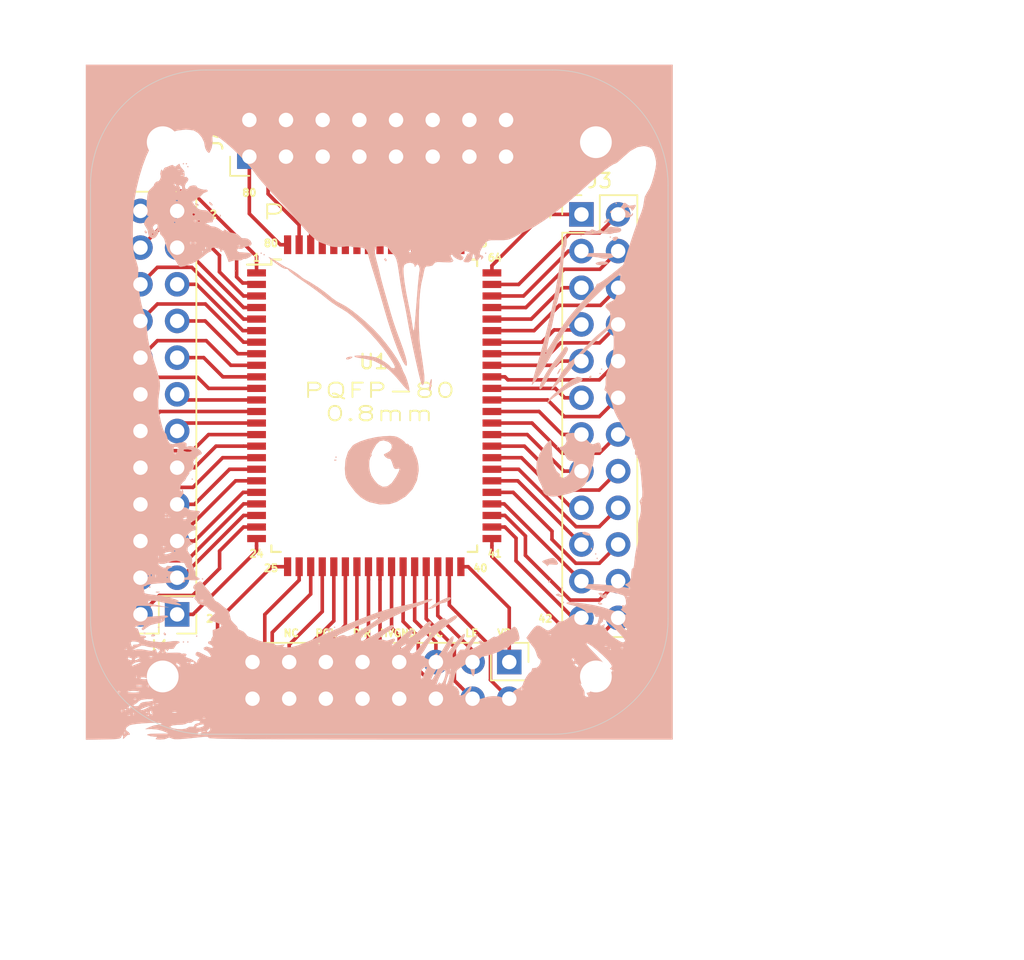
<source format=kicad_pcb>
(kicad_pcb (version 20171130) (host pcbnew "(5.1.2)-2")

  (general
    (thickness 1.6)
    (drawings 52)
    (tracks 323)
    (zones 0)
    (modules 10)
    (nets 81)
  )

  (page A4)
  (layers
    (0 F.Cu signal)
    (31 B.Cu signal)
    (32 B.Adhes user)
    (33 F.Adhes user)
    (34 B.Paste user)
    (35 F.Paste user)
    (36 B.SilkS user hide)
    (37 F.SilkS user)
    (38 B.Mask user)
    (39 F.Mask user)
    (40 Dwgs.User user)
    (41 Cmts.User user)
    (42 Eco1.User user)
    (43 Eco2.User user)
    (44 Edge.Cuts user)
    (45 Margin user)
    (46 B.CrtYd user)
    (47 F.CrtYd user)
    (48 B.Fab user)
    (49 F.Fab user)
  )

  (setup
    (last_trace_width 0.25)
    (user_trace_width 0.2)
    (user_trace_width 0.25)
    (user_trace_width 0.5)
    (trace_clearance 0.2)
    (zone_clearance 0.508)
    (zone_45_only no)
    (trace_min 0.2)
    (via_size 0.8)
    (via_drill 0.4)
    (via_min_size 0.4)
    (via_min_drill 0.3)
    (uvia_size 0.3)
    (uvia_drill 0.1)
    (uvias_allowed no)
    (uvia_min_size 0.2)
    (uvia_min_drill 0.1)
    (edge_width 0.05)
    (segment_width 0.2)
    (pcb_text_width 0.3)
    (pcb_text_size 1.5 1.5)
    (mod_edge_width 0.12)
    (mod_text_size 1 1)
    (mod_text_width 0.15)
    (pad_size 1.524 1.524)
    (pad_drill 0.762)
    (pad_to_mask_clearance 0.051)
    (solder_mask_min_width 0.25)
    (aux_axis_origin 0 0)
    (visible_elements 7FFFF7FF)
    (pcbplotparams
      (layerselection 0x010fc_ffffffff)
      (usegerberextensions false)
      (usegerberattributes false)
      (usegerberadvancedattributes false)
      (creategerberjobfile false)
      (excludeedgelayer true)
      (linewidth 0.100000)
      (plotframeref false)
      (viasonmask false)
      (mode 1)
      (useauxorigin false)
      (hpglpennumber 1)
      (hpglpenspeed 20)
      (hpglpendiameter 15.000000)
      (psnegative false)
      (psa4output false)
      (plotreference true)
      (plotvalue true)
      (plotinvisibletext false)
      (padsonsilk false)
      (subtractmaskfromsilk false)
      (outputformat 1)
      (mirror false)
      (drillshape 1)
      (scaleselection 1)
      (outputdirectory ""))
  )

  (net 0 "")
  (net 1 "Net-(J1-Pad24)")
  (net 2 "Net-(J1-Pad23)")
  (net 3 "Net-(J1-Pad22)")
  (net 4 "Net-(J1-Pad21)")
  (net 5 "Net-(J1-Pad20)")
  (net 6 "Net-(J1-Pad19)")
  (net 7 "Net-(J1-Pad18)")
  (net 8 "Net-(J1-Pad17)")
  (net 9 "Net-(J1-Pad16)")
  (net 10 "Net-(J1-Pad15)")
  (net 11 "Net-(J1-Pad14)")
  (net 12 "Net-(J1-Pad13)")
  (net 13 "Net-(J1-Pad12)")
  (net 14 "Net-(J1-Pad11)")
  (net 15 "Net-(J1-Pad10)")
  (net 16 "Net-(J1-Pad9)")
  (net 17 "Net-(J1-Pad8)")
  (net 18 "Net-(J1-Pad7)")
  (net 19 "Net-(J1-Pad6)")
  (net 20 "Net-(J1-Pad5)")
  (net 21 "Net-(J1-Pad4)")
  (net 22 "Net-(J1-Pad3)")
  (net 23 "Net-(J1-Pad2)")
  (net 24 "Net-(J1-Pad1)")
  (net 25 "Net-(J2-Pad16)")
  (net 26 "Net-(J2-Pad15)")
  (net 27 "Net-(J2-Pad14)")
  (net 28 "Net-(J2-Pad13)")
  (net 29 "Net-(J2-Pad12)")
  (net 30 "Net-(J2-Pad11)")
  (net 31 "Net-(J2-Pad10)")
  (net 32 "Net-(J2-Pad9)")
  (net 33 "Net-(J2-Pad8)")
  (net 34 "Net-(J2-Pad7)")
  (net 35 "Net-(J2-Pad6)")
  (net 36 "Net-(J2-Pad5)")
  (net 37 "Net-(J2-Pad4)")
  (net 38 "Net-(J2-Pad3)")
  (net 39 "Net-(J2-Pad2)")
  (net 40 "Net-(J2-Pad1)")
  (net 41 "Net-(J3-Pad24)")
  (net 42 "Net-(J3-Pad23)")
  (net 43 "Net-(J3-Pad22)")
  (net 44 "Net-(J3-Pad21)")
  (net 45 "Net-(J3-Pad20)")
  (net 46 "Net-(J3-Pad19)")
  (net 47 "Net-(J3-Pad18)")
  (net 48 "Net-(J3-Pad17)")
  (net 49 "Net-(J3-Pad16)")
  (net 50 "Net-(J3-Pad15)")
  (net 51 "Net-(J3-Pad14)")
  (net 52 "Net-(J3-Pad13)")
  (net 53 "Net-(J3-Pad12)")
  (net 54 "Net-(J3-Pad11)")
  (net 55 "Net-(J3-Pad10)")
  (net 56 "Net-(J3-Pad9)")
  (net 57 "Net-(J3-Pad8)")
  (net 58 "Net-(J3-Pad7)")
  (net 59 "Net-(J3-Pad6)")
  (net 60 "Net-(J3-Pad5)")
  (net 61 "Net-(J3-Pad4)")
  (net 62 "Net-(J3-Pad3)")
  (net 63 "Net-(J3-Pad2)")
  (net 64 "Net-(J3-Pad1)")
  (net 65 "Net-(J4-Pad16)")
  (net 66 "Net-(J4-Pad15)")
  (net 67 "Net-(J4-Pad14)")
  (net 68 "Net-(J4-Pad13)")
  (net 69 "Net-(J4-Pad12)")
  (net 70 "Net-(J4-Pad11)")
  (net 71 "Net-(J4-Pad10)")
  (net 72 "Net-(J4-Pad9)")
  (net 73 "Net-(J4-Pad8)")
  (net 74 "Net-(J4-Pad7)")
  (net 75 "Net-(J4-Pad6)")
  (net 76 "Net-(J4-Pad5)")
  (net 77 "Net-(J4-Pad4)")
  (net 78 "Net-(J4-Pad3)")
  (net 79 "Net-(J4-Pad2)")
  (net 80 "Net-(J4-Pad1)")

  (net_class Default "This is the default net class."
    (clearance 0.2)
    (trace_width 0.25)
    (via_dia 0.8)
    (via_drill 0.4)
    (uvia_dia 0.3)
    (uvia_drill 0.1)
    (add_net "Net-(J1-Pad1)")
    (add_net "Net-(J1-Pad10)")
    (add_net "Net-(J1-Pad11)")
    (add_net "Net-(J1-Pad12)")
    (add_net "Net-(J1-Pad13)")
    (add_net "Net-(J1-Pad14)")
    (add_net "Net-(J1-Pad15)")
    (add_net "Net-(J1-Pad16)")
    (add_net "Net-(J1-Pad17)")
    (add_net "Net-(J1-Pad18)")
    (add_net "Net-(J1-Pad19)")
    (add_net "Net-(J1-Pad2)")
    (add_net "Net-(J1-Pad20)")
    (add_net "Net-(J1-Pad21)")
    (add_net "Net-(J1-Pad22)")
    (add_net "Net-(J1-Pad23)")
    (add_net "Net-(J1-Pad24)")
    (add_net "Net-(J1-Pad3)")
    (add_net "Net-(J1-Pad4)")
    (add_net "Net-(J1-Pad5)")
    (add_net "Net-(J1-Pad6)")
    (add_net "Net-(J1-Pad7)")
    (add_net "Net-(J1-Pad8)")
    (add_net "Net-(J1-Pad9)")
    (add_net "Net-(J2-Pad1)")
    (add_net "Net-(J2-Pad10)")
    (add_net "Net-(J2-Pad11)")
    (add_net "Net-(J2-Pad12)")
    (add_net "Net-(J2-Pad13)")
    (add_net "Net-(J2-Pad14)")
    (add_net "Net-(J2-Pad15)")
    (add_net "Net-(J2-Pad16)")
    (add_net "Net-(J2-Pad2)")
    (add_net "Net-(J2-Pad3)")
    (add_net "Net-(J2-Pad4)")
    (add_net "Net-(J2-Pad5)")
    (add_net "Net-(J2-Pad6)")
    (add_net "Net-(J2-Pad7)")
    (add_net "Net-(J2-Pad8)")
    (add_net "Net-(J2-Pad9)")
    (add_net "Net-(J3-Pad1)")
    (add_net "Net-(J3-Pad10)")
    (add_net "Net-(J3-Pad11)")
    (add_net "Net-(J3-Pad12)")
    (add_net "Net-(J3-Pad13)")
    (add_net "Net-(J3-Pad14)")
    (add_net "Net-(J3-Pad15)")
    (add_net "Net-(J3-Pad16)")
    (add_net "Net-(J3-Pad17)")
    (add_net "Net-(J3-Pad18)")
    (add_net "Net-(J3-Pad19)")
    (add_net "Net-(J3-Pad2)")
    (add_net "Net-(J3-Pad20)")
    (add_net "Net-(J3-Pad21)")
    (add_net "Net-(J3-Pad22)")
    (add_net "Net-(J3-Pad23)")
    (add_net "Net-(J3-Pad24)")
    (add_net "Net-(J3-Pad3)")
    (add_net "Net-(J3-Pad4)")
    (add_net "Net-(J3-Pad5)")
    (add_net "Net-(J3-Pad6)")
    (add_net "Net-(J3-Pad7)")
    (add_net "Net-(J3-Pad8)")
    (add_net "Net-(J3-Pad9)")
    (add_net "Net-(J4-Pad1)")
    (add_net "Net-(J4-Pad10)")
    (add_net "Net-(J4-Pad11)")
    (add_net "Net-(J4-Pad12)")
    (add_net "Net-(J4-Pad13)")
    (add_net "Net-(J4-Pad14)")
    (add_net "Net-(J4-Pad15)")
    (add_net "Net-(J4-Pad16)")
    (add_net "Net-(J4-Pad2)")
    (add_net "Net-(J4-Pad3)")
    (add_net "Net-(J4-Pad4)")
    (add_net "Net-(J4-Pad5)")
    (add_net "Net-(J4-Pad6)")
    (add_net "Net-(J4-Pad7)")
    (add_net "Net-(J4-Pad8)")
    (add_net "Net-(J4-Pad9)")
  )

  (module IGG_64_breakout:wyatt_negative_big (layer B.Cu) (tedit 0) (tstamp 5D5922CC)
    (at 151 74 180)
    (fp_text reference G*** (at 0 0) (layer B.SilkS) hide
      (effects (font (size 1.524 1.524) (thickness 0.3)) (justify mirror))
    )
    (fp_text value LOGO (at 0.75 0) (layer B.SilkS) hide
      (effects (font (size 1.524 1.524) (thickness 0.3)) (justify mirror))
    )
    (fp_poly (pts (xy 13.6144 16.51) (xy 13.5636 16.4592) (xy 13.5128 16.51) (xy 13.5636 16.5608)
      (xy 13.6144 16.51)) (layer B.SilkS) (width 0.01))
    (fp_poly (pts (xy 13.4112 16.51) (xy 13.3604 16.4592) (xy 13.3096 16.51) (xy 13.3604 16.5608)
      (xy 13.4112 16.51)) (layer B.SilkS) (width 0.01))
    (fp_poly (pts (xy 13.3096 16.3068) (xy 13.2588 16.256) (xy 13.208 16.3068) (xy 13.2588 16.3576)
      (xy 13.3096 16.3068)) (layer B.SilkS) (width 0.01))
    (fp_poly (pts (xy -16.3576 13.7668) (xy -16.4084 13.716) (xy -16.4592 13.7668) (xy -16.4084 13.8176)
      (xy -16.3576 13.7668)) (layer B.SilkS) (width 0.01))
    (fp_poly (pts (xy 12.75008 13.714837) (xy 12.641412 13.630614) (xy 12.524958 13.61648) (xy 12.4968 13.65433)
      (xy 12.576495 13.719582) (xy 12.654476 13.754767) (xy 12.759356 13.761867) (xy 12.75008 13.714837)) (layer B.SilkS) (width 0.01))
    (fp_poly (pts (xy 11.763692 13.763514) (xy 11.662344 13.649672) (xy 11.572398 13.6144) (xy 11.545848 13.672766)
      (xy 11.603794 13.756553) (xy 11.727779 13.859265) (xy 11.770373 13.864913) (xy 11.763692 13.763514)) (layer B.SilkS) (width 0.01))
    (fp_poly (pts (xy 11.040533 12.970934) (xy 11.052692 12.850358) (xy 11.040533 12.835467) (xy 10.980132 12.849414)
      (xy 10.9728 12.9032) (xy 11.009973 12.986829) (xy 11.040533 12.970934)) (layer B.SilkS) (width 0.01))
    (fp_poly (pts (xy -16.883298 13.743008) (xy -16.842296 13.637855) (xy -16.70558 13.486707) (xy -16.503151 13.433931)
      (xy -16.295401 13.384014) (xy -16.105982 13.290602) (xy -15.982947 13.188324) (xy -15.974348 13.111809)
      (xy -16.031029 13.0937) (xy -16.230691 13.061485) (xy -16.256 13.0556) (xy -16.45404 13.018883)
      (xy -16.465197 13.0175) (xy -16.521954 12.941361) (xy -16.501854 12.89002) (xy -16.502063 12.813285)
      (xy -16.572058 12.824632) (xy -16.779392 12.83276) (xy -16.9164 12.799982) (xy -17.173575 12.775263)
      (xy -17.3482 12.811296) (xy -17.524408 12.925215) (xy -17.575245 13.026927) (xy -17.544271 13.087618)
      (xy -17.4752 13.0048) (xy -17.396138 12.907811) (xy -17.37552 12.994761) (xy -17.375156 13.018351)
      (xy -17.298652 13.1572) (xy -16.5608 13.1572) (xy -16.51 13.1064) (xy -16.4592 13.1572)
      (xy -16.51 13.208) (xy -16.5608 13.1572) (xy -17.298652 13.1572) (xy -17.288437 13.175739)
      (xy -17.1704 13.237439) (xy -16.993122 13.333472) (xy -16.9936 13.438836) (xy -17.159335 13.491503)
      (xy -17.2212 13.489503) (xy -17.4183 13.420885) (xy -17.4752 13.318822) (xy -17.505118 13.24591)
      (xy -17.608231 13.345352) (xy -17.624369 13.366382) (xy -17.757735 13.578836) (xy -17.736061 13.663671)
      (xy -17.557768 13.626462) (xy -17.551391 13.624054) (xy -17.306671 13.601219) (xy -17.191785 13.677369)
      (xy -17.008528 13.807506) (xy -16.883298 13.743008)) (layer B.SilkS) (width 0.01))
    (fp_poly (pts (xy -16.105173 12.768911) (xy -16.148404 12.608102) (xy -16.240453 12.530724) (xy -16.305568 12.596406)
      (xy -16.314074 12.766661) (xy -16.278935 12.819306) (xy -16.162305 12.86186) (xy -16.105173 12.768911)) (layer B.SilkS) (width 0.01))
    (fp_poly (pts (xy -15.752614 12.648055) (xy -15.6464 12.5476) (xy -15.559586 12.428902) (xy -15.55776 12.406986)
      (xy -15.675777 12.439448) (xy -15.7734 12.465236) (xy -15.92407 12.548927) (xy -15.9512 12.60585)
      (xy -15.8917 12.695549) (xy -15.752614 12.648055)) (layer B.SilkS) (width 0.01))
    (fp_poly (pts (xy 16.254835 11.808593) (xy 16.256 11.7856) (xy 16.177894 11.687905) (xy 16.148403 11.684)
      (xy 16.087724 11.746244) (xy 16.1036 11.7856) (xy 16.194898 11.882525) (xy 16.211196 11.8872)
      (xy 16.254835 11.808593)) (layer B.SilkS) (width 0.01))
    (fp_poly (pts (xy -15.837874 12.090906) (xy -15.701218 11.963704) (xy -15.565995 11.823632) (xy -15.507065 11.8364)
      (xy -15.3416 11.8364) (xy -15.2908 11.7856) (xy -15.24 11.8364) (xy -15.2908 11.8872)
      (xy -15.3416 11.8364) (xy -15.507065 11.8364) (xy -15.437625 11.851445) (xy -15.405949 11.875956)
      (xy -15.251901 11.940659) (xy -15.19208 11.891859) (xy -15.065449 11.841184) (xy -14.908491 11.901495)
      (xy -14.722734 11.964743) (xy -14.654093 11.907477) (xy -14.545643 11.836129) (xy -14.487714 11.846732)
      (xy -14.323546 11.819975) (xy -14.231349 11.743654) (xy -14.184108 11.660415) (xy -14.24526 11.622254)
      (xy -14.449325 11.621432) (xy -14.697671 11.639089) (xy -15.084451 11.670044) (xy -15.328428 11.685675)
      (xy -15.489364 11.686751) (xy -15.627017 11.674043) (xy -15.770731 11.652921) (xy -15.993639 11.641051)
      (xy -16.106031 11.669497) (xy -16.241485 11.714338) (xy -16.437517 11.731433) (xy -16.451195 11.7348)
      (xy -15.748 11.7348) (xy -15.6972 11.684) (xy -15.6464 11.7348) (xy -14.8336 11.7348)
      (xy -14.7828 11.684) (xy -14.732 11.7348) (xy -14.7828 11.7856) (xy -14.8336 11.7348)
      (xy -15.6464 11.7348) (xy -15.6972 11.7856) (xy -15.748 11.7348) (xy -16.451195 11.7348)
      (xy -16.665563 11.787568) (xy -16.760039 11.908017) (xy -16.711853 12.031648) (xy -16.511917 12.097328)
      (xy -16.49205 12.098174) (xy -16.211185 12.116096) (xy -16.026915 12.140055) (xy -15.837874 12.090906)) (layer B.SilkS) (width 0.01))
    (fp_poly (pts (xy -13.9192 11.5316) (xy -13.97 11.4808) (xy -14.0208 11.5316) (xy -13.97 11.5824)
      (xy -13.9192 11.5316)) (layer B.SilkS) (width 0.01))
    (fp_poly (pts (xy -15.9512 11.43) (xy -16.002 11.3792) (xy -16.0528 11.43) (xy -16.002 11.4808)
      (xy -15.9512 11.43)) (layer B.SilkS) (width 0.01))
    (fp_poly (pts (xy -16.193168 11.407557) (xy -16.1544 11.328082) (xy -16.211551 11.159916) (xy -16.35082 11.163994)
      (xy -16.4338 11.233176) (xy -16.54674 11.378412) (xy -16.49311 11.436792) (xy -16.3576 11.452865)
      (xy -16.193168 11.407557)) (layer B.SilkS) (width 0.01))
    (fp_poly (pts (xy 8.2296 10.3124) (xy 8.1788 10.2616) (xy 8.128 10.3124) (xy 8.1788 10.3632)
      (xy 8.2296 10.3124)) (layer B.SilkS) (width 0.01))
    (fp_poly (pts (xy -7.3152 10.3124) (xy -7.366 10.2616) (xy -7.4168 10.3124) (xy -7.366 10.3632)
      (xy -7.3152 10.3124)) (layer B.SilkS) (width 0.01))
    (fp_poly (pts (xy 8.0264 10.2108) (xy 7.9756 10.16) (xy 7.9248 10.2108) (xy 7.9756 10.2616)
      (xy 8.0264 10.2108)) (layer B.SilkS) (width 0.01))
    (fp_poly (pts (xy -14.578658 10.314129) (xy -14.323564 10.294017) (xy -14.224101 10.262402) (xy -14.224 10.261221)
      (xy -14.150205 10.206453) (xy -14.081877 10.220916) (xy -13.920167 10.213753) (xy -13.877375 10.174521)
      (xy -13.932819 10.117292) (xy -14.169161 10.08417) (xy -14.462211 10.077323) (xy -14.834114 10.065218)
      (xy -15.144941 10.029998) (xy -15.301713 9.988774) (xy -15.525922 9.941969) (xy -15.8321 9.944911)
      (xy -15.892459 9.952046) (xy -16.13647 10.016664) (xy -16.305467 10.113185) (xy -16.363643 10.208367)
      (xy -16.275187 10.268968) (xy -16.239067 10.27381) (xy -15.819588 10.302577) (xy -15.372484 10.318695)
      (xy -14.943569 10.32245) (xy -14.578658 10.314129)) (layer B.SilkS) (width 0.01))
    (fp_poly (pts (xy -0.339725 9.894557) (xy -0.3556 9.8552) (xy -0.446899 9.758276) (xy -0.463197 9.7536)
      (xy -0.506836 9.832208) (xy -0.508 9.8552) (xy -0.429895 9.952896) (xy -0.400404 9.9568)
      (xy -0.339725 9.894557)) (layer B.SilkS) (width 0.01))
    (fp_poly (pts (xy -15.4178 9.734042) (xy -15.153953 9.693638) (xy -15.001213 9.628991) (xy -14.986 9.6012)
      (xy -15.075343 9.513362) (xy -15.307695 9.48414) (xy -15.621 9.518753) (xy -15.819583 9.589178)
      (xy -15.841018 9.665563) (xy -15.708974 9.72283) (xy -15.447119 9.735904) (xy -15.4178 9.734042)) (layer B.SilkS) (width 0.01))
    (fp_poly (pts (xy 13.97297 16.419838) (xy 13.984764 16.408151) (xy 14.136539 16.305034) (xy 14.225843 16.360583)
      (xy 14.331116 16.426792) (xy 14.523961 16.360071) (xy 14.541279 16.350922) (xy 14.73499 16.263547)
      (xy 14.829633 16.246351) (xy 14.898995 16.187651) (xy 14.949492 16.085719) (xy 15.009891 15.975123)
      (xy 15.0368 16.0528) (xy 15.069223 16.117882) (xy 15.132984 16.002) (xy 15.165832 15.795089)
      (xy 15.134244 15.696912) (xy 15.125276 15.572948) (xy 15.189554 15.409019) (xy 15.283202 15.288837)
      (xy 15.351645 15.282132) (xy 15.442885 15.251916) (xy 15.523405 15.178953) (xy 15.604633 15.063116)
      (xy 15.59394 15.0368) (xy 15.619749 14.979763) (xy 15.761309 14.839387) (xy 15.796648 14.8082)
      (xy 15.930044 14.671318) (xy 16.014319 14.508348) (xy 16.065052 14.265668) (xy 16.097818 13.889658)
      (xy 16.106553 13.7414) (xy 16.122496 13.302036) (xy 16.108863 13.036173) (xy 16.063007 12.915906)
      (xy 16.026839 12.901645) (xy 15.959657 12.872023) (xy 16.01219 12.825445) (xy 16.146174 12.680677)
      (xy 16.236548 12.536805) (xy 16.29176 12.337277) (xy 16.19081 12.15362) (xy 16.166057 12.126319)
      (xy 16.037064 11.903496) (xy 16.013911 11.727264) (xy 15.956649 11.509957) (xy 15.837351 11.39513)
      (xy 15.666932 11.324131) (xy 15.525286 11.393899) (xy 15.437047 11.487894) (xy 15.346976 11.6332)
      (xy 15.6464 11.6332) (xy 15.6972 11.5824) (xy 15.748 11.6332) (xy 15.6972 11.684)
      (xy 15.6464 11.6332) (xy 15.346976 11.6332) (xy 15.318163 11.679682) (xy 15.308606 11.814413)
      (xy 15.307727 11.869191) (xy 15.248938 11.841925) (xy 15.169539 11.74222) (xy 15.181794 11.70834)
      (xy 15.155841 11.615403) (xy 15.048078 11.517905) (xy 14.902393 11.319423) (xy 14.800057 10.993037)
      (xy 14.789193 10.929221) (xy 14.647195 10.480473) (xy 14.385622 10.138743) (xy 14.164569 9.884722)
      (xy 14.007722 9.645063) (xy 13.977907 9.575314) (xy 13.900767 9.417647) (xy 13.766118 9.36836)
      (xy 13.511445 9.408704) (xy 13.462 9.420598) (xy 12.969284 9.60019) (xy 12.470357 9.876836)
      (xy 12.110868 10.155724) (xy 11.893568 10.334043) (xy 11.736122 10.414) (xy 12.192 10.414)
      (xy 12.2428 10.3632) (xy 12.2936 10.414) (xy 12.2428 10.4648) (xy 12.192 10.414)
      (xy 11.736122 10.414) (xy 11.727942 10.418154) (xy 11.686062 10.415275) (xy 11.625366 10.445617)
      (xy 11.628523 10.542119) (xy 11.620676 10.663763) (xy 11.606237 10.668) (xy 11.9888 10.668)
      (xy 12.025973 10.584372) (xy 12.056533 10.600267) (xy 12.068692 10.720843) (xy 12.056533 10.735734)
      (xy 11.996132 10.721787) (xy 11.9888 10.668) (xy 11.606237 10.668) (xy 11.498204 10.6997)
      (xy 11.319227 10.686213) (xy 11.104434 10.638672) (xy 11.022265 10.573827) (xy 11.026072 10.5624)
      (xy 11.00673 10.442013) (xy 10.974457 10.415025) (xy 10.888853 10.441566) (xy 10.868968 10.535004)
      (xy 10.831017 10.559664) (xy 10.735752 10.427615) (xy 10.649499 10.2616) (xy 10.527098 9.982121)
      (xy 10.457042 9.778932) (xy 10.44998 9.72385) (xy 10.389983 9.702628) (xy 10.252663 9.758383)
      (xy 9.992925 9.828253) (xy 9.8247 9.817786) (xy 9.59404 9.819082) (xy 9.479486 9.871893)
      (xy 9.367772 9.933917) (xy 9.3472 9.915832) (xy 9.269061 9.913216) (xy 9.076237 9.990869)
      (xy 9.027604 10.015251) (xy 8.834017 10.153727) (xy 8.8351 10.261707) (xy 9.023782 10.333003)
      (xy 9.392991 10.361427) (xy 9.4234 10.361645) (xy 9.709769 10.38276) (xy 9.83745 10.453959)
      (xy 9.8552 10.526471) (xy 9.796804 10.640586) (xy 9.685522 10.624629) (xy 9.510942 10.618806)
      (xy 9.451231 10.664066) (xy 9.31071 10.749806) (xy 9.112908 10.791267) (xy 9.025658 10.8204)
      (xy 9.652 10.8204) (xy 9.7028 10.7696) (xy 9.7536 10.8204) (xy 9.7028 10.8712)
      (xy 9.652 10.8204) (xy 9.025658 10.8204) (xy 8.891063 10.865341) (xy 8.8392 10.991386)
      (xy 8.854232 11.0236) (xy 12.7 11.0236) (xy 12.7508 10.9728) (xy 12.8016 11.0236)
      (xy 13.0048 11.0236) (xy 13.0556 10.9728) (xy 13.1064 11.0236) (xy 13.0556 11.0744)
      (xy 13.0048 11.0236) (xy 12.8016 11.0236) (xy 12.7508 11.0744) (xy 12.7 11.0236)
      (xy 8.854232 11.0236) (xy 8.925936 11.177254) (xy 9.126984 11.316119) (xy 9.353602 11.353243)
      (xy 9.404389 11.340007) (xy 9.558859 11.373653) (xy 9.654024 11.484584) (xy 9.84194 11.647501)
      (xy 10.014749 11.684) (xy 10.291954 11.740357) (xy 10.519174 11.848086) (xy 10.702745 11.944383)
      (xy 10.768114 11.90516) (xy 10.7696 11.883139) (xy 10.810454 11.818878) (xy 10.9474 11.910236)
      (xy 11.170202 12.05655) (xy 11.415732 12.153842) (xy 11.591679 12.165585) (xy 11.592184 12.165385)
      (xy 11.709725 12.201884) (xy 11.775742 12.247921) (xy 15.3416 12.247921) (xy 15.380791 11.98522)
      (xy 15.481586 11.860364) (xy 15.601425 11.892036) (xy 15.691523 12.057555) (xy 15.683305 12.140773)
      (xy 15.575331 12.282835) (xy 15.43797 12.340068) (xy 15.347921 12.288422) (xy 15.3416 12.247921)
      (xy 11.775742 12.247921) (xy 11.810904 12.272441) (xy 11.965663 12.344011) (xy 12.022099 12.295301)
      (xy 12.05421 12.268102) (xy 12.047462 12.31646) (xy 11.937975 12.411858) (xy 11.755119 12.442371)
      (xy 11.699787 12.446) (xy 14.1224 12.446) (xy 14.1732 12.3952) (xy 14.224 12.446)
      (xy 14.1732 12.4968) (xy 14.1224 12.446) (xy 11.699787 12.446) (xy 11.57607 12.454114)
      (xy 11.535555 12.483823) (xy 11.524375 12.564534) (xy 12.429066 12.564534) (xy 12.443013 12.504133)
      (xy 12.4968 12.4968) (xy 12.580428 12.533974) (xy 12.573341 12.5476) (xy 12.7 12.5476)
      (xy 12.7508 12.4968) (xy 12.8016 12.5476) (xy 12.7508 12.5984) (xy 12.7 12.5476)
      (xy 12.573341 12.5476) (xy 12.564533 12.564534) (xy 12.443957 12.576693) (xy 12.429066 12.564534)
      (xy 11.524375 12.564534) (xy 11.521146 12.587837) (xy 11.475647 12.655409) (xy 11.468291 12.7508)
      (xy 11.4808 12.7508) (xy 11.5316 12.7) (xy 11.5824 12.7508) (xy 14.0208 12.7508)
      (xy 14.0716 12.7) (xy 14.1224 12.7508) (xy 14.0716 12.8016) (xy 14.0208 12.7508)
      (xy 11.5824 12.7508) (xy 11.5316 12.8016) (xy 11.4808 12.7508) (xy 11.468291 12.7508)
      (xy 11.464042 12.805894) (xy 11.577279 12.998073) (xy 11.608601 13.02738) (xy 12.753534 13.02738)
      (xy 12.761265 12.987867) (xy 12.844589 12.904574) (xy 12.8524 12.9032) (xy 12.933518 12.97268)
      (xy 12.943534 12.987867) (xy 12.913264 13.062685) (xy 12.8524 13.072534) (xy 12.753534 13.02738)
      (xy 11.608601 13.02738) (xy 11.763869 13.172655) (xy 11.972322 13.27035) (xy 12.0142 13.275555)
      (xy 12.344711 13.308736) (xy 12.472933 13.3604) (xy 13.9192 13.3604) (xy 13.97 13.3096)
      (xy 14.0208 13.3604) (xy 13.97 13.4112) (xy 13.9192 13.3604) (xy 12.472933 13.3604)
      (xy 12.55795 13.394655) (xy 12.739473 13.573808) (xy 12.795679 13.645422) (xy 12.929817 13.828587)
      (xy 12.973913 13.905554) (xy 12.960866 13.898121) (xy 12.845484 13.914289) (xy 12.762982 13.986934)
      (xy 13.953066 13.986934) (xy 13.967013 13.926533) (xy 14.0208 13.9192) (xy 14.104428 13.956374)
      (xy 14.088533 13.986934) (xy 13.967957 13.999093) (xy 13.953066 13.986934) (xy 12.762982 13.986934)
      (xy 12.690767 14.050521) (xy 12.558887 14.179013) (xy 12.500292 14.178019) (xy 12.50018 14.175994)
      (xy 12.450213 14.17343) (xy 12.338638 14.302994) (xy 12.170723 14.471921) (xy 12.033838 14.5288)
      (xy 11.91611 14.5796) (xy 14.0208 14.5796) (xy 14.0716 14.5288) (xy 14.1224 14.5796)
      (xy 14.0716 14.6304) (xy 14.0208 14.5796) (xy 11.91611 14.5796) (xy 11.902371 14.585528)
      (xy 11.8872 14.630401) (xy 11.9435 14.712605) (xy 11.9634 14.710536) (xy 12.138512 14.708592)
      (xy 12.362668 14.757274) (xy 12.560136 14.832434) (xy 12.655184 14.909923) (xy 12.652288 14.930203)
      (xy 12.692656 14.994266) (xy 12.888097 15.008332) (xy 12.899353 15.007596) (xy 13.115121 14.955988)
      (xy 13.207736 14.861472) (xy 13.207798 14.859) (xy 13.288726 14.743647) (xy 13.346527 14.732)
      (xy 13.409866 14.778301) (xy 13.650805 14.778301) (xy 13.734759 14.647984) (xy 13.789729 14.6304)
      (xy 13.798997 14.681016) (xy 13.784614 14.697252) (xy 13.781765 14.819419) (xy 13.830921 14.900452)
      (xy 13.851168 14.941816) (xy 14.04571 14.941816) (xy 14.059607 14.9352) (xy 14.152326 15.006725)
      (xy 14.1732 15.0368) (xy 14.199089 15.131785) (xy 14.185192 15.1384) (xy 14.092473 15.066876)
      (xy 14.0716 15.0368) (xy 14.04571 14.941816) (xy 13.851168 14.941816) (xy 13.887881 15.016817)
      (xy 13.836036 15.0368) (xy 13.685923 14.962352) (xy 13.6652 14.9352) (xy 13.650805 14.778301)
      (xy 13.409866 14.778301) (xy 13.450524 14.808022) (xy 13.466045 14.978821) (xy 13.397601 15.158498)
      (xy 13.320195 15.233558) (xy 13.228783 15.391015) (xy 13.243277 15.490186) (xy 13.350891 15.59999)
      (xy 13.426486 15.586153) (xy 13.503295 15.58829) (xy 13.490531 15.6972) (xy 13.6144 15.6972)
      (xy 13.6652 15.6464) (xy 13.716 15.6972) (xy 13.6652 15.748) (xy 13.6144 15.6972)
      (xy 13.490531 15.6972) (xy 13.485563 15.73958) (xy 13.500557 15.9004) (xy 13.5128 15.9004)
      (xy 13.5636 15.8496) (xy 13.6144 15.9004) (xy 13.5636 15.9512) (xy 13.5128 15.9004)
      (xy 13.500557 15.9004) (xy 13.509635 15.997754) (xy 13.597123 16.1036) (xy 13.8176 16.1036)
      (xy 13.8684 16.0528) (xy 13.9192 16.1036) (xy 13.8684 16.1544) (xy 13.8176 16.1036)
      (xy 13.597123 16.1036) (xy 13.621959 16.133647) (xy 13.772551 16.312408) (xy 13.8176 16.438237)
      (xy 13.851689 16.509157) (xy 13.97297 16.419838)) (layer B.SilkS) (width 0.01))
    (fp_poly (pts (xy 10.0584 9.0932) (xy 10.0076 9.0424) (xy 9.9568 9.0932) (xy 10.0076 9.144)
      (xy 10.0584 9.0932)) (layer B.SilkS) (width 0.01))
    (fp_poly (pts (xy 2.205484 3.107779) (xy 2.286 3.048) (xy 2.278584 2.964233) (xy 2.149051 2.957587)
      (xy 1.963281 3.028061) (xy 1.9304 3.048) (xy 1.849156 3.122616) (xy 1.949541 3.147034)
      (xy 2.000603 3.148045) (xy 2.205484 3.107779)) (layer B.SilkS) (width 0.01))
    (fp_poly (pts (xy -15.3416 2.286) (xy -15.3924 2.2352) (xy -15.4432 2.286) (xy -15.3924 2.3368)
      (xy -15.3416 2.286)) (layer B.SilkS) (width 0.01))
    (fp_poly (pts (xy -12.473151 2.258917) (xy -12.3952 2.1336) (xy -12.329798 1.976514) (xy -12.337251 1.9304)
      (xy -12.41885 2.008284) (xy -12.4968 2.1336) (xy -12.562203 2.290687) (xy -12.55475 2.3368)
      (xy -12.473151 2.258917)) (layer B.SilkS) (width 0.01))
    (fp_poly (pts (xy -15.24 1.9812) (xy -15.2908 1.9304) (xy -15.3416 1.9812) (xy -15.2908 2.032)
      (xy -15.24 1.9812)) (layer B.SilkS) (width 0.01))
    (fp_poly (pts (xy -14.532935 1.755048) (xy -14.5288 1.7272) (xy -14.563465 1.628242) (xy -14.573604 1.6256)
      (xy -14.660347 1.696795) (xy -14.6812 1.7272) (xy -14.673145 1.820823) (xy -14.636397 1.8288)
      (xy -14.532935 1.755048)) (layer B.SilkS) (width 0.01))
    (fp_poly (pts (xy -12.83984 3.796033) (xy -12.675369 3.580758) (xy -12.514988 3.349212) (xy -12.283138 3.038449)
      (xy -12.092101 2.794) (xy -11.812661 2.413676) (xy -11.548662 2.000454) (xy -11.324373 1.599023)
      (xy -11.164063 1.254072) (xy -11.092 1.01029) (xy -11.092747 0.953745) (xy -11.144334 0.885366)
      (xy -11.256054 0.97811) (xy -11.337459 1.082801) (xy -11.521751 1.368664) (xy -11.707804 1.708598)
      (xy -11.741562 1.778) (xy -11.911647 2.084047) (xy -12.09627 2.340283) (xy -12.140176 2.3876)
      (xy -12.437998 2.706374) (xy -12.708762 3.041926) (xy -12.922675 3.351752) (xy -13.049943 3.593348)
      (xy -13.068362 3.711782) (xy -12.97071 3.845802) (xy -12.83984 3.796033)) (layer B.SilkS) (width 0.01))
    (fp_poly (pts (xy 7.566881 9.929437) (xy 7.29865 9.715975) (xy 7.2136 9.652) (xy 6.87977 9.412007)
      (xy 6.654585 9.278982) (xy 6.490923 9.229403) (xy 6.3754 9.233569) (xy 6.300154 9.17119)
      (xy 6.2992 9.157428) (xy 6.219655 9.070007) (xy 6.002733 8.895922) (xy 5.681001 8.659904)
      (xy 5.287025 8.386687) (xy 5.262359 8.370028) (xy 4.796642 8.047145) (xy 4.335057 7.711995)
      (xy 3.936609 7.408222) (xy 3.698898 7.2136) (xy 3.312024 6.911975) (xy 2.869234 6.615843)
      (xy 2.582888 6.4516) (xy 2.191917 6.200508) (xy 1.71847 5.820251) (xy 1.198839 5.346542)
      (xy 0.669317 4.815092) (xy 0.166197 4.261614) (xy -0.274229 3.721819) (xy -0.482181 3.435586)
      (xy -0.786768 2.984719) (xy -0.981049 2.673246) (xy -1.075874 2.477435) (xy -1.082094 2.37355)
      (xy -1.010561 2.337859) (xy -0.984537 2.3368) (xy -0.826838 2.381698) (xy -0.795867 2.417209)
      (xy -0.675441 2.552206) (xy -0.440968 2.732897) (xy -0.160059 2.913918) (xy 0.099677 3.049903)
      (xy 0.2032 3.087564) (xy 0.517012 3.151979) (xy 0.878425 3.198623) (xy 1.232643 3.224356)
      (xy 1.524869 3.226038) (xy 1.700306 3.200532) (xy 1.7272 3.174875) (xy 1.635055 3.113415)
      (xy 1.396208 3.058962) (xy 1.136888 3.029724) (xy 0.406193 2.876227) (xy -0.279477 2.52854)
      (xy -0.624339 2.263425) (xy -0.829122 2.079614) (xy -1.012441 1.897559) (xy -1.21642 1.671673)
      (xy -1.483186 1.35637) (xy -1.660984 1.1416) (xy -1.86413 0.920822) (xy -2.017195 0.801195)
      (xy -2.074095 0.798714) (xy -2.073248 0.935266) (xy -2.017973 1.190756) (xy -1.928891 1.49529)
      (xy -1.826622 1.778973) (xy -1.731787 1.971911) (xy -1.725236 1.9812) (xy -1.640407 2.151818)
      (xy -1.575521 2.3368) (xy -1.445825 2.628736) (xy -1.207152 3.030679) (xy -0.88728 3.502343)
      (xy -0.513987 4.003438) (xy -0.11505 4.493679) (xy 0.014197 4.642485) (xy 0.422882 5.072311)
      (xy 0.896221 5.518621) (xy 1.394081 5.948304) (xy 1.876333 6.328252) (xy 2.302845 6.625356)
      (xy 2.633487 6.806508) (xy 2.640854 6.80954) (xy 2.943167 6.972237) (xy 3.26652 7.203001)
      (xy 3.35597 7.279352) (xy 3.75053 7.601317) (xy 4.235521 7.948538) (xy 4.723565 8.260893)
      (xy 5.032129 8.432639) (xy 5.254855 8.557019) (xy 5.383928 8.651353) (xy 5.387021 8.65513)
      (xy 5.512518 8.765153) (xy 5.74051 8.928807) (xy 6.002534 9.100898) (xy 6.230127 9.236234)
      (xy 6.34726 9.288985) (xy 6.480491 9.350558) (xy 6.728521 9.49368) (xy 7.030919 9.68307)
      (xy 7.39623 9.911396) (xy 7.610665 10.027998) (xy 7.669218 10.033728) (xy 7.566881 9.929437)) (layer B.SilkS) (width 0.01))
    (fp_poly (pts (xy -3.56918 1.551883) (xy -3.519799 1.374326) (xy -3.480985 1.138082) (xy -3.465144 0.915156)
      (xy -3.477906 0.793084) (xy -3.517266 0.800487) (xy -3.567597 0.968419) (xy -3.59316 1.105995)
      (xy -3.626458 1.385107) (xy -3.627131 1.567984) (xy -3.616722 1.598746) (xy -3.56918 1.551883)) (layer B.SilkS) (width 0.01))
    (fp_poly (pts (xy -13.631334 1.714844) (xy -13.515457 1.626862) (xy -13.498376 1.6256) (xy -13.344049 1.559685)
      (xy -13.086618 1.385059) (xy -12.766957 1.136405) (xy -12.425938 0.848403) (xy -12.104434 0.555735)
      (xy -11.843318 0.293083) (xy -11.683461 0.095129) (xy -11.672383 0.0762) (xy -11.616608 -0.078901)
      (xy -11.668385 -0.078594) (xy -11.755152 0.04011) (xy -11.886317 0.172658) (xy -12.146291 0.372786)
      (xy -12.486542 0.608882) (xy -12.858533 0.849335) (xy -13.213729 1.062534) (xy -13.503596 1.216866)
      (xy -13.652541 1.275902) (xy -13.896016 1.378372) (xy -14.02823 1.482153) (xy -14.077843 1.602569)
      (xy -13.957837 1.692902) (xy -13.905398 1.713828) (xy -13.708847 1.752496) (xy -13.631334 1.714844)) (layer B.SilkS) (width 0.01))
    (fp_poly (pts (xy -12.2936 -3.0988) (xy -12.3444 -3.1496) (xy -12.3952 -3.0988) (xy -12.3444 -3.048)
      (xy -12.2936 -3.0988)) (layer B.SilkS) (width 0.01))
    (fp_poly (pts (xy 3.048 -3.81) (xy 2.9972 -3.8608) (xy 2.9464 -3.81) (xy 2.9972 -3.7592)
      (xy 3.048 -3.81)) (layer B.SilkS) (width 0.01))
    (fp_poly (pts (xy 3.115733 -3.996266) (xy 3.101786 -4.056667) (xy 3.048 -4.064) (xy 2.964371 -4.026826)
      (xy 2.980266 -3.996266) (xy 3.100842 -3.984107) (xy 3.115733 -3.996266)) (layer B.SilkS) (width 0.01))
    (fp_poly (pts (xy 13.0048 -5.334) (xy 12.954 -5.3848) (xy 12.9032 -5.334) (xy 12.954 -5.2832)
      (xy 13.0048 -5.334)) (layer B.SilkS) (width 0.01))
    (fp_poly (pts (xy -13.077647 -2.156844) (xy -12.905393 -2.237586) (xy -12.886694 -2.392338) (xy -12.92539 -2.497328)
      (xy -12.981309 -2.720091) (xy -12.883462 -2.911046) (xy -12.854942 -2.943591) (xy -12.691811 -3.074282)
      (xy -12.584822 -3.090408) (xy -12.509962 -3.122329) (xy -12.4968 -3.2004) (xy -12.538398 -3.314526)
      (xy -12.584219 -3.310764) (xy -12.673932 -3.360303) (xy -12.79849 -3.548241) (xy -12.853649 -3.660368)
      (xy -13.008114 -3.933307) (xy -13.172816 -4.050247) (xy -13.281078 -4.064) (xy -13.419519 -4.078257)
      (xy -13.475697 -4.1481) (xy -13.451248 -4.314132) (xy -13.347809 -4.616959) (xy -13.307694 -4.7244)
      (xy -13.154194 -4.979414) (xy -12.938044 -5.173214) (xy -12.722426 -5.256006) (xy -12.646545 -5.245439)
      (xy -12.535465 -5.149579) (xy -12.540577 -5.091363) (xy -12.514467 -4.982764) (xy -12.448628 -4.942666)
      (xy -12.267633 -4.774898) (xy -12.116484 -4.446488) (xy -12.008413 -3.999316) (xy -11.956649 -3.47526)
      (xy -11.954359 -3.3782) (xy -11.939811 -3.020719) (xy -11.909731 -2.758902) (xy -11.87026 -2.643262)
      (xy -11.864818 -2.6416) (xy -11.728006 -2.723151) (xy -11.530689 -2.937393) (xy -11.309814 -3.23871)
      (xy -11.102327 -3.581485) (xy -11.0998 -3.586161) (xy -10.901529 -4.1575) (xy -10.879172 -4.768789)
      (xy -11.032166 -5.359251) (xy -11.117842 -5.533472) (xy -11.249736 -5.796542) (xy -11.314407 -5.980877)
      (xy -11.311729 -6.028004) (xy -11.307346 -6.151682) (xy -11.404192 -6.318162) (xy -11.545897 -6.441983)
      (xy -11.596382 -6.45955) (xy -11.821279 -6.511504) (xy -11.8872 -6.530861) (xy -12.074893 -6.540293)
      (xy -12.368017 -6.50743) (xy -12.4968 -6.483506) (xy -13.13191 -6.333761) (xy -13.602284 -6.174892)
      (xy -13.945994 -5.985141) (xy -14.201111 -5.742749) (xy -14.405707 -5.425958) (xy -14.430468 -5.378394)
      (xy -14.565821 -5.056513) (xy -14.695982 -4.653916) (xy -14.803346 -4.23849) (xy -14.870303 -3.878117)
      (xy -14.879983 -3.645307) (xy -14.915491 -3.505479) (xy -14.971514 -3.483513) (xy -15.259635 -3.474122)
      (xy -15.387447 -3.406244) (xy -15.395969 -3.248921) (xy -15.380289 -3.175) (xy -15.304528 -2.907609)
      (xy -15.217571 -2.803717) (xy -15.070888 -2.82708) (xy -14.971652 -2.869824) (xy -14.788965 -2.929584)
      (xy -14.645761 -2.883102) (xy -14.46714 -2.702554) (xy -14.44188 -2.673041) (xy -14.077519 -2.330167)
      (xy -13.698647 -2.161758) (xy -13.426189 -2.1336) (xy -13.077647 -2.156844)) (layer B.SilkS) (width 0.01))
    (fp_poly (pts (xy 13.785724 -6.771228) (xy 13.7668 -6.8072) (xy 13.671071 -6.904228) (xy 13.653207 -6.9088)
      (xy 13.646275 -6.843171) (xy 13.6652 -6.8072) (xy 13.760928 -6.710171) (xy 13.778792 -6.7056)
      (xy 13.785724 -6.771228)) (layer B.SilkS) (width 0.01))
    (fp_poly (pts (xy -0.323147 -2.360669) (xy 0.239798 -2.429285) (xy 0.803525 -2.555113) (xy 1.310484 -2.720817)
      (xy 1.703119 -2.909062) (xy 1.848097 -3.014664) (xy 2.156854 -3.428908) (xy 2.335941 -3.988258)
      (xy 2.382154 -4.57549) (xy 2.364352 -4.976489) (xy 2.301246 -5.266683) (xy 2.166305 -5.537596)
      (xy 2.053545 -5.709085) (xy 1.658585 -6.228096) (xy 1.282742 -6.592298) (xy 0.882134 -6.840066)
      (xy 0.652069 -6.934702) (xy -0.053455 -7.091937) (xy -0.73308 -7.056791) (xy -1.2192 -6.901009)
      (xy -1.835479 -6.523621) (xy -2.301101 -6.027643) (xy -2.602072 -5.436435) (xy -2.724392 -4.773357)
      (xy -2.720194 -4.64121) (xy -1.407437 -4.64121) (xy -1.356704 -4.798244) (xy -1.206456 -5.093201)
      (xy -1.158235 -5.18226) (xy -0.864862 -5.60604) (xy -0.556048 -5.835088) (xy -0.239225 -5.866828)
      (xy 0.078178 -5.698687) (xy 0.147324 -5.634639) (xy 0.376642 -5.362663) (xy 0.558342 -5.080884)
      (xy 0.658525 -4.780672) (xy 0.704237 -4.421201) (xy 0.69367 -4.078517) (xy 0.625017 -3.828664)
      (xy 0.58928 -3.77952) (xy 0.520711 -3.677052) (xy 0.541089 -3.6576) (xy 0.54891 -3.579082)
      (xy 0.475428 -3.384625) (xy 0.447557 -3.3274) (xy 0.208357 -2.924897) (xy -0.025582 -2.704406)
      (xy -0.287579 -2.648437) (xy -0.610954 -2.739498) (xy -0.644181 -2.754296) (xy -0.839963 -2.929199)
      (xy -0.872829 -3.158315) (xy -0.745816 -3.378591) (xy -0.6096 -3.472785) (xy -0.41175 -3.573576)
      (xy -0.318105 -3.623996) (xy -0.34969 -3.703219) (xy -0.444326 -3.811639) (xy -0.60981 -3.916977)
      (xy -0.70568 -3.915012) (xy -0.788172 -3.964288) (xy -0.881085 -4.15932) (xy -0.914965 -4.269296)
      (xy -1.00237 -4.530221) (xy -1.098244 -4.63187) (xy -1.224507 -4.621115) (xy -1.362192 -4.59215)
      (xy -1.407437 -4.64121) (xy -2.720194 -4.64121) (xy -2.712795 -4.408351) (xy -2.650718 -4.052231)
      (xy -2.554822 -3.748373) (xy -2.496814 -3.637638) (xy -2.375144 -3.400304) (xy -2.3368 -3.228593)
      (xy -2.266513 -3.076648) (xy -2.1844 -3.048) (xy -2.049244 -2.989968) (xy -2.032 -2.940403)
      (xy -1.969757 -2.879724) (xy -1.9304 -2.8956) (xy -1.836571 -2.892269) (xy -1.8288 -2.859082)
      (xy -1.749844 -2.748601) (xy -1.552165 -2.591643) (xy -1.466147 -2.53564) (xy -1.248514 -2.419424)
      (xy -1.02766 -2.358481) (xy -0.736837 -2.342594) (xy -0.323147 -2.360669)) (layer B.SilkS) (width 0.01))
    (fp_poly (pts (xy -14.097898 -9.003506) (xy -14.059655 -9.075983) (xy -14.136953 -9.155144) (xy -14.311087 -9.221088)
      (xy -14.504233 -9.244244) (xy -14.623122 -9.216443) (xy -14.6304 -9.198374) (xy -14.55257 -9.119768)
      (xy -14.425101 -9.041276) (xy -14.23852 -8.984505) (xy -14.097898 -9.003506)) (layer B.SilkS) (width 0.01))
    (fp_poly (pts (xy -14.664267 -10.092266) (xy -14.652108 -10.212842) (xy -14.664267 -10.227733) (xy -14.724668 -10.213786)
      (xy -14.732 -10.16) (xy -14.694827 -10.076371) (xy -14.664267 -10.092266)) (layer B.SilkS) (width 0.01))
    (fp_poly (pts (xy -14.9352 -10.5156) (xy -14.986 -10.5664) (xy -15.0368 -10.5156) (xy -14.986 -10.4648)
      (xy -14.9352 -10.5156)) (layer B.SilkS) (width 0.01))
    (fp_poly (pts (xy -15.0368 -10.8204) (xy -15.0876 -10.8712) (xy -15.1384 -10.8204) (xy -15.0876 -10.7696)
      (xy -15.0368 -10.8204)) (layer B.SilkS) (width 0.01))
    (fp_poly (pts (xy -11.77778 -10.840646) (xy -11.639093 -10.880426) (xy -11.373094 -10.969153) (xy -11.280269 -11.036001)
      (xy -11.335135 -11.101816) (xy -11.354759 -11.113014) (xy -11.541515 -11.248258) (xy -11.606245 -11.319716)
      (xy -11.671933 -11.369137) (xy -11.682445 -11.309387) (xy -11.772126 -11.233001) (xy -12.0396 -11.246481)
      (xy -12.29914 -11.26262) (xy -12.380634 -11.186606) (xy -12.294156 -11.003116) (xy -12.244503 -10.934728)
      (xy -12.138022 -10.823985) (xy -12.005324 -10.794676) (xy -11.77778 -10.840646)) (layer B.SilkS) (width 0.01))
    (fp_poly (pts (xy 12.2936 -12.2428) (xy 12.2428 -12.2936) (xy 12.192 -12.2428) (xy 12.2428 -12.192)
      (xy 12.2936 -12.2428)) (layer B.SilkS) (width 0.01))
    (fp_poly (pts (xy -11.801299 -12.334698) (xy -11.692226 -12.436998) (xy -11.714601 -12.495811) (xy -11.728804 -12.4968)
      (xy -11.814739 -12.424635) (xy -11.846102 -12.379501) (xy -11.858077 -12.309977) (xy -11.801299 -12.334698)) (layer B.SilkS) (width 0.01))
    (fp_poly (pts (xy 15.917333 -12.733866) (xy 15.929492 -12.854442) (xy 15.917333 -12.869333) (xy 15.856932 -12.855386)
      (xy 15.8496 -12.8016) (xy 15.886773 -12.717971) (xy 15.917333 -12.733866)) (layer B.SilkS) (width 0.01))
    (fp_poly (pts (xy -12.5984 -12.8524) (xy -12.6492 -12.9032) (xy -12.7 -12.8524) (xy -12.6492 -12.8016)
      (xy -12.5984 -12.8524)) (layer B.SilkS) (width 0.01))
    (fp_poly (pts (xy 15.4686 -13.140712) (xy 15.481363 -13.177795) (xy 15.3416 -13.191957) (xy 15.197365 -13.175991)
      (xy 15.2146 -13.140712) (xy 15.42261 -13.127293) (xy 15.4686 -13.140712)) (layer B.SilkS) (width 0.01))
    (fp_poly (pts (xy -12.319001 -13.282605) (xy -12.219281 -13.341167) (xy -12.302229 -13.40167) (xy -12.351829 -13.421825)
      (xy -12.592705 -13.497819) (xy -12.664889 -13.468578) (xy -12.603413 -13.366439) (xy -12.424843 -13.271976)
      (xy -12.319001 -13.282605)) (layer B.SilkS) (width 0.01))
    (fp_poly (pts (xy -15.174644 -13.229876) (xy -15.217489 -13.293391) (xy -15.223278 -13.297115) (xy -15.324716 -13.41492)
      (xy -15.324878 -13.463234) (xy -15.382315 -13.537877) (xy -15.5194 -13.578238) (xy -15.697562 -13.561989)
      (xy -15.747936 -13.407988) (xy -15.748 -13.398122) (xy -15.728111 -13.250508) (xy -15.634147 -13.277535)
      (xy -15.576098 -13.322559) (xy -15.463242 -13.396808) (xy -15.480494 -13.335) (xy -15.475407 -13.235038)
      (xy -15.322197 -13.209555) (xy -15.174644 -13.229876)) (layer B.SilkS) (width 0.01))
    (fp_poly (pts (xy -12.7 -13.8684) (xy -12.7508 -13.9192) (xy -12.8016 -13.8684) (xy -12.7508 -13.8176)
      (xy -12.7 -13.8684)) (layer B.SilkS) (width 0.01))
    (fp_poly (pts (xy -15.1384 -13.922388) (xy -15.220741 -14.009713) (xy -15.2908 -14.0208) (xy -15.426356 -13.999062)
      (xy -15.4432 -13.98087) (xy -15.363754 -13.915357) (xy -15.2908 -13.882458) (xy -15.159975 -13.880346)
      (xy -15.1384 -13.922388)) (layer B.SilkS) (width 0.01))
    (fp_poly (pts (xy -4.679815 -13.559225) (xy -4.414934 -13.675378) (xy -4.114373 -13.826571) (xy -3.846012 -13.978117)
      (xy -3.677734 -14.09533) (xy -3.6576 -14.117565) (xy -3.526139 -14.218507) (xy -3.4544 -14.251544)
      (xy -3.383941 -14.297839) (xy -3.5052 -14.315319) (xy -3.728391 -14.258872) (xy -3.9624 -14.1224)
      (xy -4.177629 -13.98145) (xy -4.33856 -13.92146) (xy -4.33862 -13.921459) (xy -4.552217 -13.880296)
      (xy -4.754294 -13.786309) (xy -4.904479 -13.672325) (xy -4.962404 -13.571177) (xy -4.887698 -13.515694)
      (xy -4.841133 -13.5128) (xy -4.679815 -13.559225)) (layer B.SilkS) (width 0.01))
    (fp_poly (pts (xy 15.3416 -15.5956) (xy 15.2908 -15.6464) (xy 15.24 -15.5956) (xy 15.2908 -15.5448)
      (xy 15.3416 -15.5956)) (layer B.SilkS) (width 0.01))
    (fp_poly (pts (xy 3.1496 -15.5956) (xy 3.0988 -15.6464) (xy 3.048 -15.5956) (xy 3.0988 -15.5448)
      (xy 3.1496 -15.5956)) (layer B.SilkS) (width 0.01))
    (fp_poly (pts (xy 3.624718 -15.72806) (xy 3.6576 -15.748) (xy 3.738843 -15.822615) (xy 3.638458 -15.847033)
      (xy 3.587396 -15.848044) (xy 3.382515 -15.807778) (xy 3.302 -15.748) (xy 3.309415 -15.664232)
      (xy 3.438948 -15.657586) (xy 3.624718 -15.72806)) (layer B.SilkS) (width 0.01))
    (fp_poly (pts (xy 16.323733 -15.985066) (xy 16.309786 -16.045467) (xy 16.256 -16.0528) (xy 16.172371 -16.015626)
      (xy 16.188266 -15.985066) (xy 16.308842 -15.972907) (xy 16.323733 -15.985066)) (layer B.SilkS) (width 0.01))
    (fp_poly (pts (xy 14.934035 -16.029807) (xy 14.9352 -16.0528) (xy 14.857094 -16.150495) (xy 14.827603 -16.1544)
      (xy 14.766924 -16.092156) (xy 14.7828 -16.0528) (xy 14.874098 -15.955875) (xy 14.890396 -15.9512)
      (xy 14.934035 -16.029807)) (layer B.SilkS) (width 0.01))
    (fp_poly (pts (xy 15.763146 -16.128906) (xy 15.808527 -16.215309) (xy 15.67656 -16.230269) (xy 15.662756 -16.229296)
      (xy 15.520287 -16.184721) (xy 15.546009 -16.11255) (xy 15.691499 -16.077494) (xy 15.763146 -16.128906)) (layer B.SilkS) (width 0.01))
    (fp_poly (pts (xy 12.7 -16.2052) (xy 12.6492 -16.256) (xy 12.5984 -16.2052) (xy 12.6492 -16.1544)
      (xy 12.7 -16.2052)) (layer B.SilkS) (width 0.01))
    (fp_poly (pts (xy 13.6144 -16.6116) (xy 13.5636 -16.6624) (xy 13.5128 -16.6116) (xy 13.5636 -16.5608)
      (xy 13.6144 -16.6116)) (layer B.SilkS) (width 0.01))
    (fp_poly (pts (xy 13.3096 -16.6116) (xy 13.2588 -16.6624) (xy 13.208 -16.6116) (xy 13.2588 -16.5608)
      (xy 13.3096 -16.6116)) (layer B.SilkS) (width 0.01))
    (fp_poly (pts (xy 20.32 -23.377268) (xy 19.1008 -23.361496) (xy 18.56598 -23.349838) (xy 18.205756 -23.328759)
      (xy 17.991606 -23.294583) (xy 17.895006 -23.243638) (xy 17.8816 -23.204462) (xy 17.824811 -23.076537)
      (xy 17.783188 -23.0632) (xy 17.726473 -23.141224) (xy 17.740892 -23.241) (xy 17.752739 -23.334055)
      (xy 17.669815 -23.272705) (xy 17.597917 -23.19452) (xy 17.438847 -23.054852) (xy 17.335534 -23.033532)
      (xy 17.335412 -23.033653) (xy 17.275784 -23.022167) (xy 17.272 -22.989403) (xy 17.322565 -22.9108)
      (xy 17.5768 -22.9108) (xy 17.6276 -22.9616) (xy 17.6784 -22.9108) (xy 17.6276 -22.86)
      (xy 17.5768 -22.9108) (xy 17.322565 -22.9108) (xy 17.353257 -22.86309) (xy 17.4244 -22.823258)
      (xy 17.564719 -22.703132) (xy 17.527811 -22.547004) (xy 17.325595 -22.393125) (xy 17.284322 -22.37374)
      (xy 17.101355 -22.326415) (xy 16.804424 -22.284519) (xy 16.436832 -22.25004) (xy 16.041883 -22.224967)
      (xy 15.662883 -22.211287) (xy 15.343135 -22.210991) (xy 15.125944 -22.226065) (xy 15.054614 -22.258499)
      (xy 15.068238 -22.27198) (xy 15.268365 -22.340425) (xy 15.3924 -22.355026) (xy 15.628457 -22.401511)
      (xy 15.9004 -22.501683) (xy 16.2052 -22.6422) (xy 15.748 -22.638464) (xy 15.369545 -22.673755)
      (xy 15.005662 -22.765913) (xy 14.9352 -22.794187) (xy 14.5796 -22.953646) (xy 15.3924 -22.959178)
      (xy 15.809658 -22.970813) (xy 16.03338 -22.999628) (xy 16.072617 -23.04705) (xy 16.0528 -23.0632)
      (xy 15.842413 -23.136534) (xy 15.5956 -23.1648) (xy 15.404232 -23.180602) (xy 15.395404 -23.230789)
      (xy 15.4432 -23.2664) (xy 15.488182 -23.329499) (xy 15.360037 -23.360488) (xy 15.169796 -23.366444)
      (xy 14.890835 -23.3451) (xy 14.707451 -23.289821) (xy 14.68103 -23.266125) (xy 14.545207 -23.222547)
      (xy 14.410213 -23.27549) (xy 14.305229 -23.317753) (xy 14.16152 -23.341052) (xy 13.947978 -23.34427)
      (xy 13.633492 -23.32629) (xy 13.186952 -23.285997) (xy 12.57725 -23.222274) (xy 12.404626 -23.203528)
      (xy 12.04282 -23.17335) (xy 11.856 -23.183944) (xy 11.819694 -23.237288) (xy 11.826423 -23.250256)
      (xy 11.78726 -23.266612) (xy 11.64413 -23.281535) (xy 11.390253 -23.295076) (xy 11.01885 -23.307284)
      (xy 10.523141 -23.318209) (xy 9.896347 -23.327901) (xy 9.131688 -23.33641) (xy 8.222384 -23.343786)
      (xy 7.161656 -23.350077) (xy 5.942725 -23.355335) (xy 4.55881 -23.359608) (xy 3.003133 -23.362947)
      (xy 1.268913 -23.365401) (xy -0.650629 -23.36702) (xy -2.762271 -23.367855) (xy -4.210404 -23.368)
      (xy -20.32 -23.368) (xy -20.32 -22.863188) (xy 12.2936 -22.863188) (xy 12.37594 -22.950513)
      (xy 12.446 -22.9616) (xy 12.581555 -22.939862) (xy 12.5984 -22.92167) (xy 12.518953 -22.856157)
      (xy 12.446 -22.823258) (xy 12.315174 -22.821146) (xy 12.2936 -22.863188) (xy -20.32 -22.863188)
      (xy -20.32 -22.709591) (xy 11.707973 -22.709591) (xy 11.810496 -22.826884) (xy 11.905636 -22.86)
      (xy 11.941475 -22.8092) (xy 12.0904 -22.8092) (xy 12.1412 -22.86) (xy 12.192 -22.8092)
      (xy 12.1412 -22.7584) (xy 12.0904 -22.8092) (xy 11.941475 -22.8092) (xy 11.946591 -22.801949)
      (xy 11.885162 -22.705144) (xy 11.760925 -22.598637) (xy 11.710148 -22.596785) (xy 11.707973 -22.709591)
      (xy -20.32 -22.709591) (xy -20.32 -22.412107) (xy 12.147905 -22.412107) (xy 12.206552 -22.464744)
      (xy 12.385041 -22.53233) (xy 12.578299 -22.552716) (xy 12.694007 -22.519095) (xy 12.7 -22.501126)
      (xy 12.61565 -22.422024) (xy 12.428311 -22.348858) (xy 12.236548 -22.313374) (xy 12.155752 -22.325829)
      (xy 12.147905 -22.412107) (xy -20.32 -22.412107) (xy -20.32 -22.1488) (xy 12.3952 -22.1488)
      (xy 12.480294 -22.231348) (xy 12.5984 -22.2504) (xy 12.763167 -22.309917) (xy 12.8016 -22.393288)
      (xy 12.876658 -22.493677) (xy 12.993333 -22.486037) (xy 13.182764 -22.49345) (xy 13.253329 -22.546348)
      (xy 13.396794 -22.618063) (xy 13.668068 -22.651661) (xy 13.994778 -22.643909) (xy 14.299057 -22.593061)
      (xy 14.468568 -22.51702) (xy 14.458546 -22.441839) (xy 14.292183 -22.382236) (xy 13.992674 -22.35293)
      (xy 13.9192 -22.352) (xy 13.618708 -22.333658) (xy 13.411107 -22.286996) (xy 13.363142 -22.254837)
      (xy 13.230513 -22.197522) (xy 13.164223 -22.210963) (xy 13.001256 -22.197525) (xy 12.95828 -22.155726)
      (xy 12.827265 -22.075368) (xy 12.628521 -22.049668) (xy 12.45454 -22.079764) (xy 12.3952 -22.1488)
      (xy -20.32 -22.1488) (xy -20.32 -21.8948) (xy 12.0904 -21.8948) (xy 12.1412 -21.9456)
      (xy 12.192 -21.8948) (xy 12.1412 -21.844) (xy 12.0904 -21.8948) (xy -20.32 -21.8948)
      (xy -20.32 -21.6916) (xy 15.9512 -21.6916) (xy 16.002 -21.7424) (xy 16.0528 -21.6916)
      (xy 17.272 -21.6916) (xy 17.3228 -21.7424) (xy 17.3736 -21.6916) (xy 17.3228 -21.6408)
      (xy 17.272 -21.6916) (xy 16.0528 -21.6916) (xy 16.002 -21.6408) (xy 15.9512 -21.6916)
      (xy -20.32 -21.6916) (xy -20.32 -21.620345) (xy 15.655598 -21.620345) (xy 15.716603 -21.632778)
      (xy 15.82918 -21.59) (xy 16.9672 -21.59) (xy 17.018 -21.6408) (xy 17.0688 -21.59)
      (xy 17.018 -21.5392) (xy 16.9672 -21.59) (xy 15.82918 -21.59) (xy 15.874382 -21.572824)
      (xy 15.896061 -21.54622) (xy 15.888852 -21.4884) (xy 16.0528 -21.4884) (xy 16.1036 -21.5392)
      (xy 16.1544 -21.4884) (xy 16.1036 -21.4376) (xy 16.0528 -21.4884) (xy 15.888852 -21.4884)
      (xy 15.880042 -21.417749) (xy 15.845301 -21.3868) (xy 17.78 -21.3868) (xy 17.8308 -21.4376)
      (xy 17.8816 -21.3868) (xy 17.8308 -21.336) (xy 17.78 -21.3868) (xy 15.845301 -21.3868)
      (xy 15.835559 -21.378122) (xy 15.763636 -21.364486) (xy 15.783734 -21.413224) (xy 15.771617 -21.540483)
      (xy 15.723233 -21.573301) (xy 15.655598 -21.620345) (xy -20.32 -21.620345) (xy -20.32 -21.501133)
      (xy 14.006701 -21.501133) (xy 14.141649 -21.518723) (xy 14.1732 -21.519393) (xy 14.346714 -21.508411)
      (xy 14.361991 -21.476605) (xy 14.352933 -21.472556) (xy 14.151238 -21.452458) (xy 14.048133 -21.468792)
      (xy 14.006701 -21.501133) (xy -20.32 -21.501133) (xy -20.32 -20.963466) (xy 15.578666 -20.963466)
      (xy 15.592613 -21.023867) (xy 15.6464 -21.0312) (xy 15.66547 -21.022723) (xy 15.7988 -21.022723)
      (xy 16.0528 -21.175761) (xy 16.290084 -21.288871) (xy 16.4592 -21.32931) (xy 16.56051 -21.317191)
      (xy 16.496651 -21.268266) (xy 17.509066 -21.268266) (xy 17.523013 -21.328667) (xy 17.5768 -21.336)
      (xy 17.660428 -21.298826) (xy 17.644533 -21.268266) (xy 17.523957 -21.256107) (xy 17.509066 -21.268266)
      (xy 16.496651 -21.268266) (xy 16.479742 -21.255312) (xy 16.4592 -21.2436) (xy 16.24208 -21.150039)
      (xy 16.063503 -21.093443) (xy 17.205324 -21.093443) (xy 17.2212 -21.1328) (xy 17.312498 -21.229724)
      (xy 17.328796 -21.2344) (xy 17.372435 -21.155792) (xy 17.3736 -21.1328) (xy 17.295494 -21.035104)
      (xy 17.266003 -21.0312) (xy 17.205324 -21.093443) (xy 16.063503 -21.093443) (xy 16.0528 -21.090051)
      (xy 15.7988 -21.022723) (xy 15.66547 -21.022723) (xy 15.730028 -20.994026) (xy 15.714133 -20.963466)
      (xy 15.593557 -20.951307) (xy 15.578666 -20.963466) (xy -20.32 -20.963466) (xy -20.32 -20.8788)
      (xy 15.3416 -20.8788) (xy 15.3924 -20.9296) (xy 15.4432 -20.8788) (xy 15.3924 -20.828)
      (xy 15.3416 -20.8788) (xy -20.32 -20.8788) (xy -20.32 -20.619453) (xy 15.624448 -20.619453)
      (xy 15.683082 -20.678695) (xy 15.912602 -20.731744) (xy 16.134436 -20.752682) (xy 16.406279 -20.794209)
      (xy 16.550466 -20.869352) (xy 16.560273 -20.89675) (xy 16.645005 -21.017447) (xy 16.7386 -21.056675)
      (xy 16.920021 -21.067964) (xy 17.031146 -21.029976) (xy 17.017152 -20.970017) (xy 16.962195 -20.945316)
      (xy 16.777864 -20.825104) (xy 16.696772 -20.736388) (xy 16.489273 -20.616546) (xy 16.175991 -20.574)
      (xy 16.8656 -20.574) (xy 16.9164 -20.6248) (xy 16.9672 -20.574) (xy 16.9164 -20.5232)
      (xy 16.8656 -20.574) (xy 16.175991 -20.574) (xy 16.095759 -20.563104) (xy 16.05345 -20.561667)
      (xy 15.745103 -20.573838) (xy 15.624448 -20.619453) (xy -20.32 -20.619453) (xy -20.32 -19.965062)
      (xy -14.616773 -19.965062) (xy -14.60394 -20.082042) (xy -14.46556 -20.1168) (xy -14.357748 -20.143522)
      (xy -14.415097 -20.25443) (xy -14.4272 -20.2692) (xy -14.498037 -20.389379) (xy -14.404698 -20.421458)
      (xy -14.388841 -20.4216) (xy -14.239252 -20.356952) (xy -14.211969 -20.2946) (xy -14.210486 -20.113075)
      (xy -14.213827 -20.085827) (xy -14.171654 -19.94936) (xy -14.110263 -19.845866) (xy -9.922934 -19.845866)
      (xy -9.908987 -19.906267) (xy -9.8552 -19.9136) (xy -9.771572 -19.876426) (xy -9.787467 -19.845866)
      (xy -9.908043 -19.833707) (xy -9.922934 -19.845866) (xy -14.110263 -19.845866) (xy -14.073458 -19.78382)
      (xy -13.93983 -19.557264) (xy -13.952005 -19.470169) (xy -14.108589 -19.524817) (xy -14.1986 -19.578711)
      (xy -14.477606 -19.789113) (xy -14.616773 -19.965062) (xy -20.32 -19.965062) (xy -20.32 -19.450418)
      (xy -15.238445 -19.450418) (xy -15.19145 -19.455755) (xy -15.146572 -19.4056) (xy -14.732 -19.4056)
      (xy -14.694827 -19.489228) (xy -14.664267 -19.473333) (xy -14.652108 -19.352757) (xy -14.664267 -19.337866)
      (xy -14.724668 -19.351813) (xy -14.732 -19.4056) (xy -15.146572 -19.4056) (xy -15.095907 -19.348978)
      (xy -15.002782 -19.180834) (xy -14.999832 -19.103902) (xy -15.080258 -19.131944) (xy -15.178053 -19.266819)
      (xy -15.236492 -19.426148) (xy -15.238445 -19.450418) (xy -20.32 -19.450418) (xy -20.32 -18.961893)
      (xy -15.638796 -18.961893) (xy -15.563618 -18.9992) (xy -15.473977 -18.915503) (xy -15.349972 -18.706177)
      (xy -15.307766 -18.6182) (xy -15.14915 -18.269019) (xy -13.79434 -18.269019) (xy -13.762598 -18.345516)
      (xy -13.67369 -18.327999) (xy -13.533944 -18.224181) (xy -13.5128 -18.167063) (xy -13.572452 -18.100518)
      (xy -13.693969 -18.141981) (xy -13.791191 -18.260251) (xy -13.79434 -18.269019) (xy -15.14915 -18.269019)
      (xy -15.134696 -18.2372) (xy -15.390043 -18.542) (xy -15.591541 -18.812569) (xy -15.638796 -18.961893)
      (xy -20.32 -18.961893) (xy -20.32 -18.5928) (xy -16.1544 -18.5928) (xy -16.106495 -18.694494)
      (xy -15.982713 -18.639928) (xy -15.812954 -18.446336) (xy -15.757832 -18.3642) (xy -15.584947 -18.134714)
      (xy -15.370839 -17.887596) (xy -13.5128 -17.887596) (xy -13.480151 -17.979909) (xy -13.405229 -17.899376)
      (xy -13.372434 -17.825523) (xy -13.365334 -17.720643) (xy -13.412364 -17.729919) (xy -13.50919 -17.86)
      (xy -13.5128 -17.887596) (xy -15.370839 -17.887596) (xy -15.31646 -17.824834) (xy -15.004298 -17.493894)
      (xy -14.936745 -17.425971) (xy -14.589768 -17.067097) (xy -14.387549 -16.825972) (xy -14.332835 -16.706916)
      (xy -14.42837 -16.714254) (xy -14.509681 -16.753767) (xy -14.765188 -16.924515) (xy -15.099119 -17.191888)
      (xy -15.451485 -17.503742) (xy -15.762296 -17.807937) (xy -15.905387 -17.966893) (xy -16.073221 -18.190758)
      (xy -16.110053 -18.320984) (xy -16.044084 -18.397137) (xy -15.964497 -18.473075) (xy -16.0274 -18.489644)
      (xy -16.145481 -18.555383) (xy -16.1544 -18.5928) (xy -20.32 -18.5928) (xy -20.32 -17.1196)
      (xy -16.0528 -17.1196) (xy -16.002 -17.1704) (xy -15.9512 -17.1196) (xy -16.002 -17.0688)
      (xy -16.0528 -17.1196) (xy -20.32 -17.1196) (xy -20.32 -17.018) (xy -16.8656 -17.018)
      (xy -16.8148 -17.0688) (xy -16.764 -17.018) (xy -16.8148 -16.9672) (xy -16.8656 -17.018)
      (xy -20.32 -17.018) (xy -20.32 -16.9164) (xy -15.748 -16.9164) (xy -15.6972 -16.9672)
      (xy -15.6464 -16.9164) (xy -15.6972 -16.8656) (xy -15.748 -16.9164) (xy -20.32 -16.9164)
      (xy -20.32 -16.541513) (xy -17.02992 -16.541513) (xy -16.941873 -16.635836) (xy -16.817095 -16.640615)
      (xy -16.613803 -16.544407) (xy -16.298058 -16.341064) (xy -16.025718 -16.131276) (xy -15.998567 -16.1036)
      (xy -11.8872 -16.1036) (xy -11.8364 -16.1544) (xy -11.7856 -16.1036) (xy -11.8364 -16.0528)
      (xy -11.8872 -16.1036) (xy -15.998567 -16.1036) (xy -15.831595 -15.933405) (xy -15.773115 -15.833064)
      (xy -15.687039 -15.677299) (xy -15.623681 -15.6464) (xy -15.568551 -15.570985) (xy -15.587056 -15.479629)
      (xy -15.611506 -15.370216) (xy -15.520396 -15.421422) (xy -15.505372 -15.433762) (xy -15.35339 -15.497191)
      (xy -15.293406 -15.447415) (xy -15.312495 -15.327107) (xy -15.385377 -15.279436) (xy -15.493443 -15.183881)
      (xy -15.487421 -15.127753) (xy -15.500366 -15.041801) (xy -15.529274 -15.0368) (xy -15.663885 -15.103618)
      (xy -15.88637 -15.279393) (xy -16.159809 -15.527108) (xy -16.447284 -15.809744) (xy -16.711876 -16.090283)
      (xy -16.916669 -16.331706) (xy -17.024743 -16.496994) (xy -17.02992 -16.541513) (xy -20.32 -16.541513)
      (xy -20.32 -15.760558) (xy -17.1704 -15.760558) (xy -17.120553 -15.804956) (xy -17.003097 -15.729153)
      (xy -16.86616 -15.579966) (xy -16.75787 -15.404211) (xy -16.732805 -15.334879) (xy -16.728006 -15.201491)
      (xy -16.773476 -15.195055) (xy -16.859786 -15.336662) (xy -16.8656 -15.387526) (xy -16.947442 -15.538964)
      (xy -17.018 -15.581541) (xy -17.152811 -15.697763) (xy -17.1704 -15.760558) (xy -20.32 -15.760558)
      (xy -20.32 -15.015704) (xy -16.438924 -15.015704) (xy -16.4084 -15.033688) (xy -16.241433 -14.983101)
      (xy -16.1544 -14.9352) (xy -16.073077 -14.854695) (xy -16.1036 -14.836711) (xy -16.270568 -14.887298)
      (xy -16.3576 -14.9352) (xy -16.438924 -15.015704) (xy -20.32 -15.015704) (xy -20.32 -13.462)
      (xy -17.272 -13.462) (xy -17.2212 -13.5128) (xy -17.1704 -13.462) (xy -17.2212 -13.4112)
      (xy -17.272 -13.462) (xy -20.32 -13.462) (xy -20.32 -6.858) (xy -18.1864 -6.858)
      (xy -18.1356 -6.9088) (xy -18.0848 -6.858) (xy -18.1356 -6.8072) (xy -18.1864 -6.858)
      (xy -20.32 -6.858) (xy -20.32 16.45882) (xy -19.17192 16.45882) (xy -19.130027 16.15523)
      (xy -19.033088 15.731663) (xy -19.013336 15.65313) (xy -18.874962 15.186077) (xy -18.723928 14.806304)
      (xy -18.58229 14.568731) (xy -18.574301 14.559909) (xy -18.383498 14.213518) (xy -18.331037 13.892779)
      (xy -18.273764 13.540452) (xy -18.152574 13.136195) (xy -18.078603 12.954) (xy -17.963603 12.672849)
      (xy -17.805957 12.248249) (xy -17.62371 11.73068) (xy -17.434911 11.170617) (xy -17.370268 10.9728)
      (xy -16.893143 9.4996) (xy -16.048766 8.818809) (xy -15.696106 8.54527) (xy -15.398641 8.334653)
      (xy -15.192457 8.211286) (xy -15.118078 8.191361) (xy -15.055311 8.17676) (xy -15.059683 8.148736)
      (xy -15.006247 8.038037) (xy -14.83977 7.819759) (xy -14.589859 7.531036) (xy -14.425793 7.353784)
      (xy -13.718164 6.581179) (xy -13.13849 5.888247) (xy -12.652933 5.231723) (xy -12.227656 4.568342)
      (xy -12.167205 4.465968) (xy -11.945999 4.096029) (xy -11.763515 3.806809) (xy -11.642493 3.633402)
      (xy -11.606055 3.600079) (xy -11.612114 3.707669) (xy -11.658109 3.965031) (xy -11.735128 4.324695)
      (xy -11.772113 4.484405) (xy -11.884368 4.974325) (xy -11.994612 5.480189) (xy -12.081042 5.901649)
      (xy -12.089124 5.9436) (xy -12.16973 6.333219) (xy -12.25414 6.690548) (xy -12.303116 6.868139)
      (xy -12.430864 7.367915) (xy -12.545114 8.00791) (xy -12.649028 8.809033) (xy -12.745765 9.79219)
      (xy -12.746745 9.803457) (xy -12.790302 10.197829) (xy -12.842587 10.516302) (xy -12.893837 10.702236)
      (xy -12.904899 10.720847) (xy -12.961458 10.885216) (xy -12.981069 11.135776) (xy -12.963944 11.380194)
      (xy -12.910299 11.526141) (xy -12.903018 11.531713) (xy -12.843419 11.467968) (xy -12.769688 11.241523)
      (xy -12.690515 10.891593) (xy -12.614591 10.45739) (xy -12.550609 9.978131) (xy -12.542708 9.906)
      (xy -12.41835 8.966601) (xy -12.233701 7.88703) (xy -11.999609 6.717457) (xy -11.726924 5.508052)
      (xy -11.426494 4.308982) (xy -11.109167 3.170419) (xy -11.026789 2.8956) (xy -10.883582 2.416839)
      (xy -10.757937 1.981141) (xy -10.665011 1.642003) (xy -10.623799 1.4732) (xy -10.56118 1.1684)
      (xy -10.771159 1.4224) (xy -11.120057 1.896951) (xy -11.500633 2.504641) (xy -11.877132 3.186925)
      (xy -11.986468 3.4036) (xy -11.5824 3.4036) (xy -11.5316 3.3528) (xy -11.4808 3.4036)
      (xy -11.5316 3.4544) (xy -11.5824 3.4036) (xy -11.986468 3.4036) (xy -12.012103 3.4544)
      (xy -12.420316 4.227889) (xy -12.858454 4.931661) (xy -13.358733 5.608201) (xy -13.95337 6.299995)
      (xy -14.67458 7.049529) (xy -14.92666 7.298073) (xy -15.550533 7.897948) (xy -16.042311 8.350756)
      (xy -16.400891 8.655551) (xy -16.625172 8.811387) (xy -16.708586 8.826882) (xy -16.706417 8.716247)
      (xy -16.664486 8.466507) (xy -16.595767 8.134795) (xy -16.513236 7.778241) (xy -16.429869 7.453977)
      (xy -16.358642 7.219136) (xy -16.326254 7.143477) (xy -16.192517 7.032697) (xy -15.96084 6.912817)
      (xy -15.95338 6.909703) (xy -15.708402 6.757207) (xy -15.665451 6.587296) (xy -15.824853 6.401529)
      (xy -15.843852 6.387793) (xy -15.964077 6.264139) (xy -16.005298 6.080115) (xy -15.983608 5.770855)
      (xy -15.937758 5.506642) (xy -15.850025 5.307639) (xy -15.680506 5.115485) (xy -15.389296 4.871823)
      (xy -15.345022 4.836935) (xy -15.018561 4.55655) (xy -14.623288 4.181867) (xy -14.221898 3.773493)
      (xy -14.026481 3.562302) (xy -13.71972 3.235612) (xy -13.457668 2.981744) (xy -13.271574 2.829423)
      (xy -13.197616 2.800418) (xy -13.116764 2.774634) (xy -13.1064 2.716107) (xy -13.037472 2.555243)
      (xy -12.86979 2.353465) (xy -12.8524 2.3368) (xy -12.680554 2.153171) (xy -12.599369 2.022748)
      (xy -12.5984 2.014525) (xy -12.543179 1.893735) (xy -12.399525 1.663484) (xy -12.230175 1.418328)
      (xy -12.045573 1.144565) (xy -11.930712 0.940883) (xy -11.909733 0.858002) (xy -11.993475 0.906071)
      (xy -12.174498 1.075704) (xy -12.421012 1.331523) (xy -12.701229 1.638146) (xy -12.98336 1.960194)
      (xy -13.235617 2.262288) (xy -13.426211 2.509046) (xy -13.512281 2.6416) (xy -13.62755 2.798126)
      (xy -13.85083 3.052349) (xy -14.152356 3.374583) (xy -14.502363 3.735143) (xy -14.871086 4.104343)
      (xy -15.228761 4.452498) (xy -15.545622 4.749921) (xy -15.791903 4.966927) (xy -15.937841 5.073831)
      (xy -15.957198 5.08) (xy -16.099976 4.988107) (xy -16.194296 4.739153) (xy -16.240916 4.373227)
      (xy -16.240593 3.930418) (xy -16.194085 3.450814) (xy -16.102151 2.974505) (xy -15.965548 2.541579)
      (xy -15.906647 2.4063) (xy -15.718499 1.928608) (xy -15.667369 1.564515) (xy -15.674488 1.4919)
      (xy -15.681548 1.207235) (xy -15.630661 0.9906) (xy -15.591943 0.840808) (xy -15.638072 0.8128)
      (xy -15.737221 0.724713) (xy -15.870278 0.496879) (xy -16.011963 0.183943) (xy -16.136998 -0.159452)
      (xy -16.208016 -0.41922) (xy -16.300159 -0.675986) (xy -16.470653 -1.025256) (xy -16.682835 -1.392018)
      (xy -16.68582 -1.396751) (xy -16.874821 -1.724787) (xy -17.000103 -1.999074) (xy -17.037684 -2.166029)
      (xy -17.034968 -2.176819) (xy -17.07326 -2.311037) (xy -17.21898 -2.377964) (xy -17.392848 -2.474092)
      (xy -17.493559 -2.688736) (xy -17.525947 -2.84448) (xy -17.587181 -3.098456) (xy -17.656978 -3.240399)
      (xy -17.677819 -3.2512) (xy -17.722972 -3.332339) (xy -17.707839 -3.4544) (xy -17.711708 -3.619706)
      (xy -17.774147 -3.6576) (xy -17.845826 -3.719142) (xy -17.830801 -3.7592) (xy -17.831418 -3.853145)
      (xy -17.862619 -3.8608) (xy -17.940369 -3.957313) (xy -18.016246 -4.226593) (xy -18.084173 -4.638251)
      (xy -18.138074 -5.161896) (xy -18.147039 -5.2832) (xy -18.177331 -5.683497) (xy -18.210594 -6.068424)
      (xy -18.225473 -6.219989) (xy -18.214592 -6.545451) (xy -18.125357 -6.714101) (xy -18.035211 -6.858267)
      (xy -18.04576 -6.927827) (xy -18.1195 -7.185323) (xy -18.122438 -7.541501) (xy -18.056919 -7.905461)
      (xy -18.017611 -8.019441) (xy -17.926542 -8.428385) (xy -17.917206 -8.979994) (xy -17.920471 -9.034301)
      (xy -17.931467 -9.401878) (xy -17.916672 -9.700991) (xy -17.883681 -9.854059) (xy -17.821702 -10.051215)
      (xy -17.755131 -10.385854) (xy -17.694762 -10.792842) (xy -17.651391 -11.207046) (xy -17.645161 -11.293298)
      (xy -17.608494 -11.474278) (xy -17.5514 -11.515901) (xy -17.491238 -11.565566) (xy -17.4625 -11.728803)
      (xy -17.448433 -12.004038) (xy -17.43952 -12.1666) (xy -17.349938 -12.411678) (xy -17.159687 -12.575822)
      (xy -17.050658 -12.602) (xy -17.02831 -12.647039) (xy -17.156316 -12.75149) (xy -17.1704 -12.760197)
      (xy -17.4244 -12.914794) (xy -17.138222 -12.85456) (xy -16.67572 -12.772358) (xy -16.155587 -12.704315)
      (xy -15.615239 -12.652308) (xy -15.092092 -12.618212) (xy -14.62356 -12.603904) (xy -14.247058 -12.611259)
      (xy -14.000002 -12.642154) (xy -13.9192 -12.693153) (xy -14.018605 -12.795795) (xy -14.317579 -12.89621)
      (xy -14.817262 -12.994668) (xy -15.518794 -13.091442) (xy -15.667825 -13.108843) (xy -16.0615 -13.161406)
      (xy -16.382446 -13.218305) (xy -16.571936 -13.268796) (xy -16.58927 -13.277415) (xy -16.804696 -13.352355)
      (xy -16.861167 -13.357714) (xy -16.983507 -13.45023) (xy -17.074372 -13.678658) (xy -17.077287 -13.692317)
      (xy -17.094428 -13.967399) (xy -17.016847 -14.100955) (xy -16.866764 -14.072319) (xy -16.80903 -14.088672)
      (xy -16.826834 -14.167923) (xy -16.817374 -14.303427) (xy -16.749471 -14.326269) (xy -16.731864 -14.373135)
      (xy -16.858842 -14.488861) (xy -16.9164 -14.5288) (xy -17.095405 -14.663526) (xy -17.102865 -14.718317)
      (xy -16.935051 -14.692683) (xy -16.588232 -14.586135) (xy -16.135717 -14.42641) (xy -15.514094 -14.222387)
      (xy -14.887493 -14.069468) (xy -14.18644 -13.953153) (xy -13.480343 -13.872259) (xy -13.142503 -13.858414)
      (xy -12.971243 -13.888954) (xy -12.976907 -13.948873) (xy -13.169835 -14.023164) (xy -13.349051 -14.062767)
      (xy -13.685591 -14.153404) (xy -13.998862 -14.282854) (xy -14.231343 -14.422588) (xy -14.325514 -14.544077)
      (xy -14.3256 -14.547111) (xy -14.399807 -14.608685) (xy -14.478 -14.593658) (xy -14.706552 -14.574928)
      (xy -14.884846 -14.667962) (xy -14.935201 -14.790481) (xy -15.003814 -14.881666) (xy -15.105239 -14.863572)
      (xy -15.225062 -14.849773) (xy -15.206839 -14.97667) (xy -15.147296 -15.196916) (xy -15.138401 -15.282995)
      (xy -15.050857 -15.38212) (xy -14.82943 -15.428834) (xy -14.535922 -15.425469) (xy -14.232136 -15.374357)
      (xy -13.979876 -15.27783) (xy -13.9192 -15.236992) (xy -13.793882 -15.118434) (xy -13.811254 -15.086798)
      (xy -13.832724 -15.093189) (xy -14.011491 -15.111777) (xy -14.058485 -15.028338) (xy -13.975911 -14.893622)
      (xy -13.819273 -14.783664) (xy -13.624445 -14.695382) (xy -13.477103 -14.693399) (xy -13.302039 -14.794042)
      (xy -13.121758 -14.935075) (xy -12.834823 -15.125903) (xy -12.617611 -15.192549) (xy -12.572399 -15.184657)
      (xy -12.395652 -15.212141) (xy -12.297818 -15.33372) (xy -12.127631 -15.547486) (xy -11.929104 -15.712372)
      (xy -11.745025 -15.814263) (xy -11.600393 -15.805841) (xy -11.40083 -15.678405) (xy -11.377993 -15.661572)
      (xy -11.121439 -15.500384) (xy -10.925183 -15.476012) (xy -10.736372 -15.602259) (xy -10.504489 -15.889721)
      (xy -10.188577 -16.323665) (xy -10.39933 -16.620032) (xy -10.55611 -16.831206) (xy -10.663727 -16.959764)
      (xy -10.671852 -16.9672) (xy -10.766337 -17.112075) (xy -10.868426 -17.354664) (xy -10.931814 -17.574955)
      (xy -11.020815 -17.731977) (xy -11.068868 -17.761222) (xy -11.174025 -17.877266) (xy -11.161038 -18.06527)
      (xy -11.061462 -18.259788) (xy -10.906855 -18.395373) (xy -10.753698 -18.414879) (xy -10.59664 -18.432512)
      (xy -10.5664 -18.53015) (xy -10.520018 -18.672868) (xy -10.474836 -18.6944) (xy -10.37035 -18.775493)
      (xy -10.224653 -18.972709) (xy -10.080107 -19.216952) (xy -9.979074 -19.439126) (xy -9.9568 -19.539367)
      (xy -9.875787 -19.685364) (xy -9.693106 -19.826109) (xy -9.51096 -19.88992) (xy -9.370134 -19.96694)
      (xy -9.35856 -19.981122) (xy -9.195111 -20.139064) (xy -8.96024 -20.30016) (xy -8.722828 -20.424533)
      (xy -8.551755 -20.472306) (xy -8.522581 -20.465095) (xy -8.258289 -20.382981) (xy -7.893006 -20.362554)
      (xy -7.519239 -20.403459) (xy -7.298832 -20.469802) (xy -7.032375 -20.552687) (xy -6.825641 -20.561703)
      (xy -6.8072 -20.555926) (xy -6.592722 -20.492143) (xy -6.378518 -20.446956) (xy -6.196515 -20.403565)
      (xy -6.15856 -20.319611) (xy -6.241878 -20.129478) (xy -6.257689 -20.098838) (xy -6.369258 -19.827926)
      (xy -6.371808 -19.694618) (xy -6.284232 -19.718041) (xy -6.125421 -19.917319) (xy -6.107118 -19.946411)
      (xy -5.898878 -20.205327) (xy -5.699307 -20.318208) (xy -5.675318 -20.32) (xy -5.537253 -20.283485)
      (xy -5.530665 -20.228974) (xy -5.534574 -20.075184) (xy -5.52611 -20.05584) (xy 16.587893 -20.05584)
      (xy 16.641953 -20.090722) (xy 16.847145 -20.112783) (xy 17.018 -20.1168) (xy 17.287958 -20.105758)
      (xy 17.437455 -20.077548) (xy 17.443121 -20.066) (xy 17.9832 -20.066) (xy 18.034 -20.1168)
      (xy 18.0848 -20.066) (xy 18.034 -20.0152) (xy 17.9832 -20.066) (xy 17.443121 -20.066)
      (xy 17.448106 -20.05584) (xy 17.314964 -20.015526) (xy 17.066616 -19.995398) (xy 17.018 -19.99488)
      (xy 16.758549 -20.010209) (xy 16.598978 -20.047897) (xy 16.587893 -20.05584) (xy -5.52611 -20.05584)
      (xy -5.448668 -19.878855) (xy -5.321302 -19.722347) (xy -5.210581 -19.683806) (xy -5.165463 -19.6596)
      (xy 15.9512 -19.6596) (xy 16.002 -19.7104) (xy 16.047094 -19.665306) (xy 16.378674 -19.665306)
      (xy 16.500792 -19.682142) (xy 16.6116 -19.684778) (xy 16.820701 -19.6766) (xy 16.87467 -19.653576)
      (xy 16.841384 -19.640592) (xy 16.597398 -19.621668) (xy 16.434984 -19.638542) (xy 16.378674 -19.665306)
      (xy 16.047094 -19.665306) (xy 16.0528 -19.6596) (xy 16.002 -19.6088) (xy 15.9512 -19.6596)
      (xy -5.165463 -19.6596) (xy -5.137886 -19.644805) (xy -5.136657 -19.441067) (xy -5.151037 -19.336099)
      (xy -5.251142 -18.865585) (xy -4.869642 -18.865585) (xy -4.848113 -19.072239) (xy -4.787409 -19.29975)
      (xy -4.710397 -19.487825) (xy -4.639942 -19.576171) (xy -4.608985 -19.552886) (xy -4.616209 -19.397461)
      (xy -4.683298 -19.13858) (xy -4.715537 -19.044886) (xy -4.809284 -18.822119) (xy -4.858943 -18.791143)
      (xy -4.869642 -18.865585) (xy -5.251142 -18.865585) (xy -5.252021 -18.861457) (xy -5.300023 -18.753458)
      (xy -4.599173 -18.753458) (xy -4.560849 -18.979236) (xy -4.483964 -19.220285) (xy -4.389896 -19.417761)
      (xy -4.300021 -19.512818) (xy -4.254148 -19.492076) (xy -4.162678 -19.409915) (xy -4.065556 -19.5072)
      (xy -3.981582 -19.604854) (xy -3.973876 -19.537411) (xy -4.039434 -19.326873) (xy -4.116973 -19.130729)
      (xy -4.300999 -18.747921) (xy -4.449728 -18.564993) (xy -4.563335 -18.581745) (xy -4.577561 -18.601797)
      (xy -4.599173 -18.753458) (xy -5.300023 -18.753458) (xy -5.384202 -18.564068) (xy -5.410747 -18.542)
      (xy -4.9784 -18.542) (xy -4.9276 -18.5928) (xy -4.8768 -18.542) (xy -4.898636 -18.520164)
      (xy -4.02558 -18.520164) (xy -3.927029 -18.762887) (xy -3.8608 -18.8976) (xy -3.723981 -19.135673)
      (xy -3.61974 -19.263375) (xy -3.589458 -19.269724) (xy -3.602593 -19.157753) (xy -3.697377 -18.935265)
      (xy -3.767016 -18.803815) (xy -3.936152 -18.531207) (xy -4.025481 -18.439797) (xy -4.02558 -18.520164)
      (xy -4.898636 -18.520164) (xy -4.9276 -18.4912) (xy -4.9784 -18.542) (xy -5.410747 -18.542)
      (xy -5.558724 -18.418982) (xy -5.561076 -18.418081) (xy -5.587806 -18.402787) (xy -3.295154 -18.402787)
      (xy -3.253558 -18.486794) (xy -3.135456 -18.735814) (xy -3.050601 -18.94156) (xy -2.962911 -19.147089)
      (xy -2.915725 -19.170201) (xy -2.911628 -19.132596) (xy 16.088736 -19.132596) (xy 16.121735 -19.182813)
      (xy 16.289866 -19.2024) (xy 16.488838 -19.175063) (xy 16.5608 -19.117779) (xy 16.480022 -19.05843)
      (xy 16.303954 -19.054156) (xy 16.131996 -19.101836) (xy 16.088736 -19.132596) (xy -2.911628 -19.132596)
      (xy -2.902627 -19.05) (xy 16.764 -19.05) (xy 16.8148 -19.1008) (xy 16.8656 -19.05)
      (xy 16.8148 -18.9992) (xy 16.764 -19.05) (xy -2.902627 -19.05) (xy -2.897484 -19.002813)
      (xy -2.8956 -18.833149) (xy -2.903173 -18.765795) (xy 14.897036 -18.765795) (xy 15.0368 -18.779957)
      (xy 15.181034 -18.763991) (xy 15.171855 -18.7452) (xy 15.4432 -18.7452) (xy 15.494 -18.796)
      (xy 15.5448 -18.7452) (xy 15.494 -18.6944) (xy 15.4432 -18.7452) (xy 15.171855 -18.7452)
      (xy 15.1638 -18.728712) (xy 14.955789 -18.715293) (xy 14.9098 -18.728712) (xy 14.897036 -18.765795)
      (xy -2.903173 -18.765795) (xy -2.918818 -18.626666) (xy 14.257866 -18.626666) (xy 14.271813 -18.687067)
      (xy 14.3256 -18.6944) (xy 14.409228 -18.657226) (xy 14.393333 -18.626666) (xy 14.272757 -18.614507)
      (xy 14.257866 -18.626666) (xy -2.918818 -18.626666) (xy -2.926125 -18.561688) (xy -3.041051 -18.41834)
      (xy -3.126473 -18.378413) (xy -3.286672 -18.334078) (xy -3.295154 -18.402787) (xy -5.587806 -18.402787)
      (xy -5.793362 -18.285177) (xy -5.830337 -18.254133) (xy 13.8176 -18.254133) (xy 13.851614 -18.353911)
      (xy 13.8938 -18.331515) (xy 14.047335 -18.18271) (xy 14.0716 -18.163737) (xy 14.081547 -18.10088)
      (xy 13.9954 -18.086355) (xy 13.844786 -18.163832) (xy 13.8176 -18.254133) (xy -5.830337 -18.254133)
      (xy -5.878165 -18.213977) (xy -6.05036 -18.142082) (xy -6.208169 -18.252955) (xy -6.329435 -18.526314)
      (xy -6.358619 -18.653809) (xy -6.438273 -18.918204) (xy -6.523156 -18.986143) (xy -6.586576 -18.859463)
      (xy -6.604 -18.63692) (xy -6.669585 -18.210032) (xy -6.741876 -18.067866) (xy 12.8016 -18.067866)
      (xy 12.884132 -18.143051) (xy 12.954 -18.152533) (xy 13.089331 -18.106681) (xy 13.1064 -18.067866)
      (xy 13.069224 -18.034) (xy 13.208 -18.034) (xy 13.2588 -18.0848) (xy 13.3096 -18.034)
      (xy 13.277616 -18.002016) (xy 16.518927 -18.002016) (xy 16.52516 -18.035845) (xy 16.707006 -18.113547)
      (xy 16.764 -18.1356) (xy 17.033826 -18.23795) (xy 17.148379 -18.268454) (xy 17.142458 -18.227109)
      (xy 17.0688 -18.1356) (xy 16.876248 -18.021687) (xy 16.675359 -17.990929) (xy 16.518927 -18.002016)
      (xy 13.277616 -18.002016) (xy 13.2588 -17.9832) (xy 13.208 -18.034) (xy 13.069224 -18.034)
      (xy 13.023867 -17.992682) (xy 12.954 -17.9832) (xy 12.818668 -18.029051) (xy 12.8016 -18.067866)
      (xy -6.741876 -18.067866) (xy -6.846067 -17.86297) (xy -7.103038 -17.63976) (xy -7.333986 -17.580031)
      (xy -7.550946 -17.540105) (xy -7.791186 -17.459588) (xy -8.043775 -17.365353) (xy -8.217479 -17.314229)
      (xy -8.416894 -17.219136) (xy -8.466399 -17.177441) (xy -8.656278 -17.082736) (xy -8.761109 -17.0688)
      (xy -8.947678 -16.99587) (xy -9.005659 -16.9164) (xy -9.133583 -16.781371) (xy -9.205671 -16.764)
      (xy -9.333748 -16.705506) (xy -9.3472 -16.6624) (xy -9.429058 -16.571272) (xy -9.493604 -16.5608)
      (xy -9.660771 -16.505827) (xy -9.708705 -16.326033) (xy -9.642432 -15.999105) (xy -9.629607 -15.957109)
      (xy -9.501219 -15.657013) (xy -9.359073 -15.554379) (xy -9.192493 -15.643493) (xy -9.144 -15.6972)
      (xy -8.962562 -15.826725) (xy -8.86175 -15.8496) (xy -8.687011 -15.907974) (xy -8.4422 -16.053529)
      (xy -8.366191 -16.10877) (xy -8.160726 -16.24255) (xy -8.039893 -16.276885) (xy -8.0264 -16.256)
      (xy -7.95678 -16.241413) (xy -7.781244 -16.335493) (xy -7.68661 -16.403229) (xy -7.387896 -16.598667)
      (xy -7.190189 -16.658365) (xy -7.112467 -16.577016) (xy -7.112 -16.563988) (xy -7.036903 -16.509661)
      (xy -6.951082 -16.527327) (xy -6.84973 -16.59668) (xy -6.922739 -16.671014) (xy -7.01398 -16.758697)
      (xy -7.007458 -16.783875) (xy -6.765759 -16.926723) (xy -6.514737 -17.05595) (xy -6.319751 -17.139851)
      (xy -6.247479 -17.152545) (xy -6.277774 -17.055065) (xy -6.395967 -16.845065) (xy -6.508513 -16.670157)
      (xy -6.67763 -16.398101) (xy -6.785163 -16.18615) (xy -6.805645 -16.113711) (xy -6.762788 -16.087022)
      (xy -6.7056 -16.1544) (xy -6.624217 -16.23887) (xy -6.605556 -16.212501) (xy -6.557395 -16.214746)
      (xy -6.439624 -16.340115) (xy -6.288545 -16.538317) (xy -6.14046 -16.75906) (xy -6.031672 -16.952051)
      (xy -5.997227 -17.055249) (xy -5.918112 -17.15098) (xy -5.789166 -17.140429) (xy -5.608695 -17.155807)
      (xy -5.457092 -17.334181) (xy -5.430957 -17.382579) (xy -5.282579 -17.586904) (xy -5.131901 -17.678082)
      (xy -5.124617 -17.6784) (xy -5.040067 -17.619881) (xy -5.093811 -17.439556) (xy -5.289036 -17.130269)
      (xy -5.4864 -16.8656) (xy -5.772024 -16.470071) (xy -5.917598 -16.203239) (xy -5.92071 -16.070186)
      (xy -5.870975 -16.05533) (xy -5.752579 -16.132854) (xy -5.554059 -16.336503) (xy -5.312932 -16.626717)
      (xy -5.244677 -16.71573) (xy -5.009612 -17.02049) (xy -4.822022 -17.250316) (xy -4.713766 -17.366616)
      (xy -4.701623 -17.3736) (xy -4.721327 -17.295188) (xy -4.822364 -17.093455) (xy -4.92621 -16.909607)
      (xy -5.070586 -16.615319) (xy -5.138552 -16.379748) (xy -5.132308 -16.235426) (xy -5.054055 -16.214883)
      (xy -4.905995 -16.350652) (xy -4.889776 -16.371066) (xy -4.70209 -16.641796) (xy -4.538795 -16.9164)
      (xy -4.396487 -17.155745) (xy -4.243055 -17.376927) (xy -4.109007 -17.542406) (xy -4.024852 -17.614642)
      (xy -4.021099 -17.556095) (xy -4.022734 -17.5514) (xy -4.037378 -17.401853) (xy -3.953029 -17.388647)
      (xy -3.812109 -17.502205) (xy -3.723407 -17.618956) (xy -3.534123 -17.801108) (xy -3.356122 -17.810306)
      (xy -3.189653 -17.729982) (xy -3.1496 -17.66655) (xy -3.066146 -17.589098) (xy -2.981454 -17.5768)
      (xy -2.870093 -17.559529) (xy -2.90683 -17.473051) (xy -2.969616 -17.399) (xy -3.112571 -17.197546)
      (xy -3.281146 -16.90863) (xy -3.333605 -16.807869) (xy -3.670743 -16.32163) (xy -4.053689 -15.954575)
      (xy -3.60202 -15.954575) (xy -3.594554 -16.017415) (xy -3.47212 -16.182606) (xy -3.338054 -16.3322)
      (xy -3.057315 -16.646128) (xy -2.783642 -16.978944) (xy -2.70383 -17.08364) (xy -2.486907 -17.328404)
      (xy -2.304917 -17.409822) (xy -2.228422 -17.401265) (xy -2.122349 -17.358013) (xy -2.114374 -17.278553)
      (xy -2.217406 -17.120013) (xy -2.370527 -16.929225) (xy -2.478579 -16.81318) (xy -1.877848 -16.81318)
      (xy -1.772019 -16.913168) (xy -1.579805 -17.029603) (xy -1.4732 -17.062337) (xy -1.462991 -17.013156)
      (xy -1.568819 -16.913168) (xy -1.761034 -16.796734) (xy -1.867638 -16.764) (xy -1.877848 -16.81318)
      (xy -2.478579 -16.81318) (xy -2.626647 -16.65416) (xy -2.931143 -16.379812) (xy -3.233642 -16.146046)
      (xy -3.483769 -15.992731) (xy -3.60202 -15.954575) (xy -4.053689 -15.954575) (xy -4.205964 -15.80862)
      (xy -4.927938 -15.277229) (xy -5.252038 -15.040554) (xy -5.396966 -14.87812) (xy -5.389065 -14.797224)
      (xy -5.241281 -14.773495) (xy -4.991872 -14.909594) (xy -4.959533 -14.933083) (xy -4.720913 -15.076677)
      (xy -4.601803 -15.069016) (xy -4.594769 -15.054306) (xy -4.536284 -14.959989) (xy -4.429002 -14.960108)
      (xy -4.237863 -15.067307) (xy -3.927808 -15.294234) (xy -3.926211 -15.295453) (xy -3.676924 -15.470559)
      (xy -3.505925 -15.561529) (xy -3.4544 -15.55545) (xy -3.52891 -15.414625) (xy -3.564853 -15.386928)
      (xy -3.618733 -15.284641) (xy -3.560819 -15.204178) (xy -3.457349 -15.183276) (xy -3.289681 -15.290762)
      (xy -3.033485 -15.543482) (xy -2.967766 -15.614819) (xy -2.68852 -15.900418) (xy -2.425726 -16.134356)
      (xy -2.24531 -16.260532) (xy -2.001419 -16.381116) (xy -2.226828 -16.064558) (xy -2.364211 -15.859711)
      (xy -2.384187 -15.769878) (xy -2.292259 -15.748258) (xy -2.264048 -15.748) (xy -2.105747 -15.816905)
      (xy -1.859217 -15.999077) (xy -1.573217 -16.257699) (xy -1.524 -16.3068) (xy -1.249944 -16.572597)
      (xy -1.02455 -16.769836) (xy -0.889302 -16.862703) (xy -0.876724 -16.8656) (xy -0.864493 -16.803534)
      (xy -0.941125 -16.696266) (xy 4.097866 -16.696266) (xy 4.111813 -16.756667) (xy 4.1656 -16.764)
      (xy 4.249228 -16.726826) (xy 4.233333 -16.696266) (xy 4.112757 -16.684107) (xy 4.097866 -16.696266)
      (xy -0.941125 -16.696266) (xy -0.965764 -16.661777) (xy -1.08763 -16.469733) (xy -1.044014 -16.378654)
      (xy -0.857596 -16.412792) (xy -0.771535 -16.454097) (xy -0.527785 -16.526906) (xy -0.390688 -16.499119)
      (xy -0.178686 -16.439211) (xy -0.0508 -16.440493) (xy 0.069231 -16.444346) (xy 0.043478 -16.384327)
      (xy -0.1016 -16.257861) (xy -0.385181 -16.043378) (xy -0.631814 -15.87808) (xy -0.847805 -15.711257)
      (xy -0.962409 -15.55739) (xy -0.950845 -15.458867) (xy -0.885812 -15.443579) (xy -0.722533 -15.493461)
      (xy -0.481548 -15.615601) (xy -0.438372 -15.641289) (xy -0.188913 -15.789498) (xy 0.1648 -15.994909)
      (xy 0.549857 -16.215211) (xy 0.58211 -16.233502) (xy 0.929234 -16.427511) (xy 1.136058 -16.528578)
      (xy 1.238485 -16.544969) (xy 1.272418 -16.484948) (xy 1.274482 -16.392894) (xy 1.178093 -16.192662)
      (xy 0.908172 -15.93861) (xy 0.483891 -15.641377) (xy -0.075574 -15.3116) (xy -0.751053 -14.959917)
      (xy -0.864843 -14.906441) (xy -0.041373 -14.906441) (xy -0.039677 -14.923754) (xy 0.078925 -15.009863)
      (xy 0.32695 -15.180093) (xy 0.664017 -15.406954) (xy 0.928344 -15.582761) (xy 1.498781 -15.937704)
      (xy 1.927627 -16.15279) (xy 2.219097 -16.229696) (xy 2.377407 -16.170095) (xy 2.383457 -16.161103)
      (xy 2.512748 -16.129708) (xy 2.759506 -16.202195) (xy 2.770953 -16.207117) (xy 3.038082 -16.31044)
      (xy 3.184006 -16.344222) (xy 3.186284 -16.311861) (xy 3.022475 -16.216754) (xy 2.9464 -16.180547)
      (xy 2.675246 -16.054485) (xy 2.29949 -15.878594) (xy 1.898229 -15.689904) (xy 1.8796 -15.68112)
      (xy 1.488787 -15.502816) (xy 1.077533 -15.324971) (xy 0.682365 -15.161997) (xy 0.339807 -15.028308)
      (xy 0.086385 -14.938318) (xy -0.041373 -14.906441) (xy -0.864843 -14.906441) (xy -1.523369 -14.596967)
      (xy -2.373352 -14.233386) (xy -3.2004 -13.910113) (xy -3.530314 -13.768529) (xy -3.669199 -13.67188)
      (xy -3.626473 -13.631757) (xy -3.411556 -13.659754) (xy -3.073853 -13.754341) (xy -2.758629 -13.843348)
      (xy -2.316677 -13.951304) (xy -1.821193 -14.060798) (xy -1.574324 -14.111059) (xy -1.0518 -14.225055)
      (xy -0.521943 -14.365787) (xy 0.042822 -14.543294) (xy 0.670073 -14.767616) (xy 1.387388 -15.048793)
      (xy 2.222345 -15.396863) (xy 3.20252 -15.821866) (xy 3.567502 -15.982906) (xy 4.301636 -16.30613)
      (xy 4.878137 -16.554071) (xy 5.324159 -16.735968) (xy 5.666854 -16.861059) (xy 5.933377 -16.938583)
      (xy 6.150882 -16.977778) (xy 6.346522 -16.987882) (xy 6.5024 -16.981445) (xy 6.667497 -16.954776)
      (xy 6.650137 -16.89441) (xy 6.604 -16.860274) (xy 6.557079 -16.80138) (xy 6.684876 -16.799876)
      (xy 6.8326 -16.822337) (xy 7.075435 -16.844119) (xy 7.206634 -16.816569) (xy 7.214126 -16.800707)
      (xy 7.304742 -16.740736) (xy 7.530427 -16.69745) (xy 7.621079 -16.690087) (xy 7.972911 -16.630704)
      (xy 8.362134 -16.510054) (xy 8.478578 -16.461487) (xy 8.763357 -16.340811) (xy 8.976072 -16.266908)
      (xy 9.033251 -16.256) (xy 9.159403 -16.176816) (xy 9.239345 -16.064486) (xy 9.412898 -15.893369)
      (xy 9.602675 -15.807508) (xy 9.776221 -15.73268) (xy 9.810859 -15.656851) (xy 9.8476 -15.546075)
      (xy 10.005892 -15.38306) (xy 10.045339 -15.351608) (xy 10.277029 -15.08856) (xy 10.341607 -14.804778)
      (xy 10.427862 -14.481278) (xy 10.583365 -14.3256) (xy 10.836338 -14.136723) (xy 10.995994 -13.9954)
      (xy 11.172874 -13.858188) (xy 11.279778 -13.8176) (xy 11.320203 -13.787395) (xy 12.153836 -13.787395)
      (xy 12.2936 -13.801557) (xy 12.437834 -13.785591) (xy 12.4206 -13.750312) (xy 12.212589 -13.736893)
      (xy 12.1666 -13.750312) (xy 12.153836 -13.787395) (xy 11.320203 -13.787395) (xy 11.390781 -13.734662)
      (xy 11.508378 -13.539593) (xy 11.65277 -13.280109) (xy 11.7856 -13.106907) (xy 11.950514 -12.917735)
      (xy 12.143016 -12.669501) (xy 12.154323 -12.653984) (xy 12.306248 -12.462295) (xy 12.422148 -12.416207)
      (xy 12.582756 -12.495016) (xy 12.636923 -12.530213) (xy 12.852112 -12.7094) (xy 12.88406 -12.86729)
      (xy 12.764075 -13.02515) (xy 12.677919 -13.175717) (xy 12.731731 -13.38932) (xy 12.73748 -13.402087)
      (xy 12.799036 -13.598894) (xy 12.736644 -13.686427) (xy 12.724205 -13.690998) (xy 12.606741 -13.815409)
      (xy 12.5984 -13.865559) (xy 12.509371 -13.969802) (xy 12.290363 -14.054783) (xy 12.2428 -14.064896)
      (xy 12.008346 -14.13229) (xy 11.89049 -14.21201) (xy 11.8872 -14.225358) (xy 11.806587 -14.334379)
      (xy 11.618395 -14.459951) (xy 11.349591 -14.600791) (xy 11.567595 -14.818795) (xy 11.745297 -15.017848)
      (xy 11.769859 -15.116399) (xy 11.680736 -15.1384) (xy 11.525514 -15.174999) (xy 11.272894 -15.265668)
      (xy 11.206667 -15.292664) (xy 10.977342 -15.397027) (xy 10.912589 -15.471585) (xy 10.98737 -15.559599)
      (xy 11.03213 -15.594232) (xy 11.260557 -15.713541) (xy 11.406535 -15.744768) (xy 11.532507 -15.793184)
      (xy 11.531741 -15.964009) (xy 11.525303 -15.990916) (xy 11.518533 -16.201321) (xy 11.575824 -16.302736)
      (xy 11.641793 -16.425751) (xy 11.627305 -16.468737) (xy 11.64294 -16.540491) (xy 11.689148 -16.537917)
      (xy 11.829544 -16.58951) (xy 11.857566 -16.637) (xy 11.821121 -16.747889) (xy 11.754136 -16.764)
      (xy 11.592321 -16.846553) (xy 11.541317 -16.927712) (xy 11.530025 -17.04119) (xy 11.657447 -17.018025)
      (xy 11.969056 -16.935189) (xy 12.141125 -16.999336) (xy 12.164131 -17.0434) (xy 12.126145 -17.154528)
      (xy 12.059751 -17.1704) (xy 11.901307 -17.248419) (xy 11.744142 -17.4244) (xy 11.653001 -17.610868)
      (xy 11.709776 -17.670641) (xy 11.918539 -17.603971) (xy 12.209386 -17.45322) (xy 12.46571 -17.322235)
      (xy 12.609021 -17.295963) (xy 12.694921 -17.365718) (xy 12.701675 -17.37631) (xy 12.719577 -17.514501)
      (xy 12.568855 -17.61308) (xy 12.436233 -17.695574) (xy 12.4714 -17.749256) (xy 12.584555 -17.879134)
      (xy 12.5984 -17.956613) (xy 12.61512 -18.061448) (xy 12.699741 -18.022642) (xy 12.7762 -17.956062)
      (xy 13.010349 -17.810176) (xy 13.243054 -17.723678) (xy 13.311386 -17.696397) (xy 16.5681 -17.696397)
      (xy 16.641954 -17.766635) (xy 16.6624 -17.78) (xy 16.848549 -17.86975) (xy 16.937397 -17.854833)
      (xy 16.9164 -17.78) (xy 17.1196 -17.78) (xy 17.141493 -17.867905) (xy 17.209207 -17.8816)
      (xy 17.384747 -17.821986) (xy 17.4244 -17.78) (xy 17.402506 -17.692094) (xy 17.334792 -17.6784)
      (xy 17.159252 -17.738013) (xy 17.1196 -17.78) (xy 16.9164 -17.78) (xy 16.771405 -17.691597)
      (xy 16.681803 -17.679955) (xy 16.5681 -17.696397) (xy 13.311386 -17.696397) (xy 13.417309 -17.654109)
      (xy 15.690465 -17.654109) (xy 15.790333 -17.670378) (xy 15.92211 -17.651699) (xy 15.923683 -17.617016)
      (xy 15.787702 -17.592762) (xy 15.72895 -17.608995) (xy 15.690465 -17.654109) (xy 13.417309 -17.654109)
      (xy 13.42389 -17.651482) (xy 13.412498 -17.577634) (xy 13.410007 -17.576062) (xy 13.345152 -17.484086)
      (xy 13.400352 -17.431103) (xy 13.573151 -17.407218) (xy 13.6144 -17.4244) (xy 13.708556 -17.431077)
      (xy 13.715861 -17.404996) (xy 13.807325 -17.365759) (xy 14.043494 -17.350612) (xy 14.274661 -17.357603)
      (xy 14.597254 -17.369328) (xy 14.765474 -17.34411) (xy 14.78285 -17.3228) (xy 14.9352 -17.3228)
      (xy 14.986 -17.3736) (xy 15.0368 -17.3228) (xy 14.986 -17.272) (xy 14.9352 -17.3228)
      (xy 14.78285 -17.3228) (xy 14.82673 -17.268987) (xy 14.832044 -17.205203) (xy 14.822707 -17.136672)
      (xy 15.183429 -17.136672) (xy 15.201233 -17.215923) (xy 15.307902 -17.35772) (xy 15.410343 -17.336643)
      (xy 15.4432 -17.208759) (xy 15.472206 -17.101328) (xy 15.587577 -17.163743) (xy 15.58867 -17.164648)
      (xy 15.770377 -17.233831) (xy 16.057656 -17.195506) (xy 16.108536 -17.182002) (xy 16.452508 -17.125154)
      (xy 16.781275 -17.127005) (xy 16.801266 -17.129927) (xy 17.1196 -17.181227) (xy 17.009461 -17.1196)
      (xy 17.4752 -17.1196) (xy 17.526 -17.1704) (xy 17.5768 -17.1196) (xy 17.526 -17.0688)
      (xy 17.4752 -17.1196) (xy 17.009461 -17.1196) (xy 16.764344 -16.982448) (xy 16.460526 -16.854525)
      (xy 16.246032 -16.871408) (xy 16.231911 -16.878491) (xy 16.009541 -16.94786) (xy 15.713514 -16.986063)
      (xy 15.698166 -16.986719) (xy 15.46257 -17.018447) (xy 15.34471 -17.079122) (xy 15.3416 -17.091258)
      (xy 15.278531 -17.136835) (xy 15.241163 -17.120319) (xy 15.183429 -17.136672) (xy 14.822707 -17.136672)
      (xy 14.815199 -17.081577) (xy 14.746231 -17.148718) (xy 14.732 -17.1704) (xy 14.652369 -17.262502)
      (xy 14.631955 -17.18395) (xy 14.554139 -17.087927) (xy 14.430734 -17.097314) (xy 14.240432 -17.074129)
      (xy 14.172866 -16.966149) (xy 14.038085 -16.775617) (xy 13.943579 -16.71712) (xy 13.908901 -16.69444)
      (xy 16.593902 -16.69444) (xy 16.595888 -16.708667) (xy 16.713585 -16.783818) (xy 16.851399 -16.790597)
      (xy 17.02304 -16.810452) (xy 17.0688 -16.866797) (xy 17.095352 -16.96552) (xy 17.15548 -16.894452)
      (xy 17.200515 -16.761412) (xy 17.210846 -16.624443) (xy 17.109609 -16.575089) (xy 16.906054 -16.579079)
      (xy 16.685526 -16.621202) (xy 16.593902 -16.69444) (xy 13.908901 -16.69444) (xy 13.82566 -16.64)
      (xy 13.869152 -16.57907) (xy 14.03233 -16.545305) (xy 14.273472 -16.549683) (xy 14.462809 -16.580524)
      (xy 14.796965 -16.619837) (xy 15.217041 -16.620841) (xy 15.650086 -16.588806) (xy 16.023146 -16.528999)
      (xy 16.256 -16.451002) (xy 16.337309 -16.377462) (xy 16.2814 -16.360689) (xy 16.163315 -16.289474)
      (xy 16.1544 -16.249613) (xy 16.238631 -16.177757) (xy 16.383 -16.173413) (xy 16.556809 -16.155815)
      (xy 16.632572 -16.002359) (xy 16.643748 -15.9258) (xy 16.725894 -15.7003) (xy 16.846948 -15.644844)
      (xy 16.960158 -15.628447) (xy 16.886184 -15.558255) (xy 16.8656 -15.5448) (xy 16.646054 -15.466907)
      (xy 16.4592 -15.446311) (xy 16.299217 -15.464187) (xy 16.328204 -15.523755) (xy 16.344583 -15.534605)
      (xy 16.444426 -15.679186) (xy 16.440988 -15.751835) (xy 16.356316 -15.793017) (xy 16.178641 -15.664467)
      (xy 16.149204 -15.636084) (xy 15.850722 -15.442904) (xy 15.5448 -15.356309) (xy 15.201298 -15.293363)
      (xy 14.964414 -15.193483) (xy 14.883007 -15.0876) (xy 15.0368 -15.0876) (xy 15.0876 -15.1384)
      (xy 15.1384 -15.0876) (xy 15.0876 -15.0368) (xy 15.0368 -15.0876) (xy 14.883007 -15.0876)
      (xy 14.874577 -15.076636) (xy 14.88755 -15.031702) (xy 14.861562 -14.948963) (xy 14.788796 -14.9352)
      (xy 14.64977 -14.883151) (xy 14.6304 -14.835543) (xy 14.722367 -14.784753) (xy 14.971564 -14.78563)
      (xy 15.099993 -14.800252) (xy 15.464126 -14.836836) (xy 15.916012 -14.864345) (xy 16.242993 -14.874508)
      (xy 16.9164 -14.8844) (xy 16.881582 -14.5288) (xy 16.849455 -14.282565) (xy 16.816221 -14.14395)
      (xy 16.811978 -14.137462) (xy 16.704293 -14.105943) (xy 16.452146 -14.097479) (xy 16.036364 -14.112245)
      (xy 15.4432 -14.150028) (xy 14.5796 -14.211865) (xy 15.257918 -14.090932) (xy 15.611236 -14.019523)
      (xy 15.881597 -13.949271) (xy 16.00906 -13.896191) (xy 16.025296 -13.80574) (xy 15.882409 -13.758316)
      (xy 15.620654 -13.757732) (xy 15.280289 -13.8078) (xy 15.218697 -13.821348) (xy 14.823991 -13.905214)
      (xy 14.427506 -13.977746) (xy 14.078198 -14.03149) (xy 13.825025 -14.058994) (xy 13.716943 -14.052805)
      (xy 13.716 -14.050111) (xy 13.79763 -13.989888) (xy 13.9446 -13.922366) (xy 14.09728 -13.853516)
      (xy 14.066213 -13.826613) (xy 13.97 -13.819287) (xy 13.880126 -13.790434) (xy 13.952802 -13.731351)
      (xy 14.151588 -13.652971) (xy 14.440044 -13.566223) (xy 14.781732 -13.482038) (xy 15.140213 -13.411346)
      (xy 15.479048 -13.365077) (xy 15.486592 -13.364362) (xy 15.853645 -13.321862) (xy 16.12769 -13.274729)
      (xy 16.258856 -13.231925) (xy 16.263549 -13.224731) (xy 16.286302 -13.080944) (xy 16.314656 -12.922414)
      (xy 16.315539 -12.765789) (xy 16.264984 -12.745247) (xy 16.153249 -12.727811) (xy 16.135827 -12.695081)
      (xy 16.02411 -12.644845) (xy 15.749431 -12.597328) (xy 15.352027 -12.555908) (xy 14.872134 -12.523961)
      (xy 14.349989 -12.504863) (xy 13.833816 -12.501895) (xy 13.555852 -12.48859) (xy 13.455605 -12.434927)
      (xy 13.468692 -12.38437) (xy 13.466016 -12.313299) (xy 13.314236 -12.299707) (xy 13.094599 -12.323301)
      (xy 12.796227 -12.342302) (xy 12.567884 -12.319471) (xy 12.445736 -12.267184) (xy 12.459154 -12.221123)
      (xy 16.373977 -12.221123) (xy 16.398698 -12.277901) (xy 16.500998 -12.386974) (xy 16.559811 -12.364599)
      (xy 16.5608 -12.350396) (xy 16.488635 -12.264461) (xy 16.443501 -12.233098) (xy 16.373977 -12.221123)
      (xy 12.459154 -12.221123) (xy 12.465944 -12.197819) (xy 12.579791 -12.147106) (xy 12.732801 -12.035706)
      (xy 12.734444 -11.932014) (xy 12.740763 -11.827453) (xy 13.208 -11.827453) (xy 13.22467 -12.029449)
      (xy 13.300951 -12.131793) (xy 13.476251 -12.145468) (xy 13.497168 -12.1412) (xy 14.6304 -12.1412)
      (xy 14.6812 -12.192) (xy 14.732 -12.1412) (xy 14.6812 -12.0904) (xy 14.6304 -12.1412)
      (xy 13.497168 -12.1412) (xy 13.789975 -12.081455) (xy 13.951378 -12.0396) (xy 15.4432 -12.0396)
      (xy 15.494 -12.0904) (xy 15.5448 -12.0396) (xy 15.494 -11.9888) (xy 15.748 -11.9888)
      (xy 15.785173 -12.072428) (xy 15.815733 -12.056533) (xy 15.81744 -12.0396) (xy 15.9512 -12.0396)
      (xy 16.002 -12.0904) (xy 16.0528 -12.0396) (xy 16.002 -11.9888) (xy 15.9512 -12.0396)
      (xy 15.81744 -12.0396) (xy 15.827892 -11.935957) (xy 15.815733 -11.921066) (xy 15.755332 -11.935013)
      (xy 15.748 -11.9888) (xy 15.494 -11.9888) (xy 15.4432 -12.0396) (xy 13.951378 -12.0396)
      (xy 13.960634 -12.0372) (xy 14.157295 -11.974779) (xy 14.177801 -11.910193) (xy 14.062234 -11.808996)
      (xy 13.946329 -11.709259) (xy 13.986283 -11.685846) (xy 14.177984 -11.715772) (xy 14.443865 -11.733567)
      (xy 14.625245 -11.693382) (xy 14.685852 -11.61695) (xy 14.589416 -11.526002) (xy 14.533846 -11.50255)
      (xy 14.364683 -11.433097) (xy 14.379919 -11.392083) (xy 14.510891 -11.354444) (xy 14.682197 -11.343677)
      (xy 14.732 -11.388711) (xy 14.804809 -11.473952) (xy 14.974881 -11.459227) (xy 15.169674 -11.356188)
      (xy 15.221857 -11.310029) (xy 15.330926 -11.187625) (xy 15.273666 -11.17256) (xy 15.159331 -11.200086)
      (xy 14.900006 -11.198539) (xy 14.651331 -11.117482) (xy 14.352381 -11.010314) (xy 14.053452 -10.977355)
      (xy 13.828409 -11.022062) (xy 13.765775 -11.076057) (xy 13.63975 -11.131942) (xy 13.600541 -11.116634)
      (xy 13.500373 -11.148084) (xy 13.443311 -11.267377) (xy 13.363142 -11.437456) (xy 13.29775 -11.4808)
      (xy 13.237812 -11.569989) (xy 13.208564 -11.788585) (xy 13.208 -11.827453) (xy 12.740763 -11.827453)
      (xy 12.745565 -11.748019) (xy 12.849841 -11.521245) (xy 12.968332 -11.211189) (xy 12.961065 -11.015577)
      (xy 12.979667 -10.741584) (xy 12.996093 -10.7188) (xy 15.24 -10.7188) (xy 15.2908 -10.7696)
      (xy 15.3416 -10.7188) (xy 15.2908 -10.668) (xy 15.24 -10.7188) (xy 12.996093 -10.7188)
      (xy 13.104852 -10.567947) (xy 13.229515 -10.382653) (xy 14.370147 -10.382653) (xy 14.379785 -10.419004)
      (xy 14.478 -10.4648) (xy 14.727211 -10.546002) (xy 14.876526 -10.544966) (xy 14.8844 -10.4648)
      (xy 14.746044 -10.391482) (xy 14.548203 -10.37034) (xy 14.370147 -10.382653) (xy 13.229515 -10.382653)
      (xy 13.276781 -10.3124) (xy 14.1224 -10.3124) (xy 14.1732 -10.3632) (xy 14.224 -10.3124)
      (xy 14.1732 -10.2616) (xy 14.1224 -10.3124) (xy 13.276781 -10.3124) (xy 13.284171 -10.301417)
      (xy 13.277105 -10.067727) (xy 13.19207 -9.990666) (xy 14.867466 -9.990666) (xy 14.881413 -10.051067)
      (xy 14.9352 -10.0584) (xy 15.018828 -10.021226) (xy 15.002933 -9.990666) (xy 14.882357 -9.978507)
      (xy 14.867466 -9.990666) (xy 13.19207 -9.990666) (xy 13.086688 -9.895167) (xy 13.0302 -9.871687)
      (xy 12.884756 -9.800146) (xy 12.904709 -9.76255) (xy 12.91675 -9.761621) (xy 13.072401 -9.668885)
      (xy 13.138511 -9.540177) (xy 13.222755 -9.398878) (xy 13.302761 -9.393773) (xy 13.403052 -9.426852)
      (xy 13.372396 -9.331415) (xy 13.218457 -9.127528) (xy 13.187174 -9.091094) (xy 12.999589 -8.929486)
      (xy 12.842537 -8.880772) (xy 12.831574 -8.883932) (xy 12.723458 -8.848138) (xy 12.7 -8.729957)
      (xy 12.760202 -8.570212) (xy 12.866259 -8.555346) (xy 13.020528 -8.499185) (xy 13.060469 -8.4074)
      (xy 13.012135 -8.256353) (xy 12.910518 -8.2296) (xy 12.792821 -8.196189) (xy 12.674571 -8.070984)
      (xy 12.650493 -8.029588) (xy 13.3096 -8.029588) (xy 13.39194 -8.116913) (xy 13.462 -8.128)
      (xy 13.597555 -8.106262) (xy 13.6144 -8.08807) (xy 13.534953 -8.022557) (xy 13.462 -7.989658)
      (xy 13.331174 -7.987546) (xy 13.3096 -8.029588) (xy 12.650493 -8.029588) (xy 12.61909 -7.9756)
      (xy 14.5288 -7.9756) (xy 14.5796 -8.0264) (xy 14.6304 -7.9756) (xy 14.732 -7.9756)
      (xy 14.7828 -8.0264) (xy 14.8336 -7.9756) (xy 14.7828 -7.9248) (xy 14.732 -7.9756)
      (xy 14.6304 -7.9756) (xy 14.5796 -7.9248) (xy 14.5288 -7.9756) (xy 12.61909 -7.9756)
      (xy 12.526557 -7.816521) (xy 12.504457 -7.7724) (xy 14.732 -7.7724) (xy 14.7828 -7.8232)
      (xy 14.8336 -7.7724) (xy 14.7828 -7.7216) (xy 14.732 -7.7724) (xy 12.504457 -7.7724)
      (xy 12.415393 -7.5946) (xy 12.48084 -7.547263) (xy 12.689429 -7.520575) (xy 12.784666 -7.5184)
      (xy 13.04917 -7.494435) (xy 13.209782 -7.434699) (xy 13.226438 -7.412285) (xy 13.343717 -7.32139)
      (xy 13.488904 -7.289064) (xy 13.666785 -7.225951) (xy 13.716 -7.141179) (xy 13.778595 -7.020477)
      (xy 13.8176 -7.0104) (xy 13.912575 -6.943327) (xy 13.889015 -6.783901) (xy 13.759734 -6.594805)
      (xy 13.725976 -6.562228) (xy 13.570965 -6.329502) (xy 13.595901 -6.103822) (xy 13.661614 -6.02274)
      (xy 13.700515 -6.017004) (xy 13.675492 -6.0706) (xy 13.664439 -6.182267) (xy 13.703731 -6.1976)
      (xy 13.781045 -6.118573) (xy 13.785263 -5.933685) (xy 13.729193 -5.72122) (xy 13.625645 -5.559465)
      (xy 13.595679 -5.5372) (xy 13.445826 -5.405586) (xy 13.410639 -5.334) (xy 13.336943 -5.184392)
      (xy 13.235813 -5.0546) (xy 13.1462 -4.918065) (xy 13.166853 -4.869659) (xy 13.165023 -4.835096)
      (xy 13.064645 -4.786392) (xy 12.911255 -4.651618) (xy 12.83158 -4.449187) (xy 12.851891 -4.268457)
      (xy 12.898 -4.219613) (xy 12.896251 -4.123026) (xy 12.789889 -3.957164) (xy 12.631291 -3.781763)
      (xy 12.472835 -3.656561) (xy 12.382962 -3.6322) (xy 12.302956 -3.575929) (xy 12.2936 -3.515458)
      (xy 12.381314 -3.36559) (xy 12.388938 -3.360176) (xy 12.963095 -3.360176) (xy 12.96656 -3.373123)
      (xy 13.107225 -3.442181) (xy 13.328474 -3.446781) (xy 13.519725 -3.391362) (xy 13.565912 -3.349057)
      (xy 13.528481 -3.280333) (xy 13.312696 -3.265544) (xy 13.273673 -3.267781) (xy 13.05289 -3.303254)
      (xy 12.963095 -3.360176) (xy 12.388938 -3.360176) (xy 12.583094 -3.222312) (xy 13.846461 -3.222312)
      (xy 13.910733 -3.24811) (xy 14.004974 -3.283371) (xy 13.99304 -3.312826) (xy 13.997901 -3.427203)
      (xy 14.052307 -3.505715) (xy 14.154902 -3.56994) (xy 14.222961 -3.45631) (xy 14.234018 -3.418689)
      (xy 14.25195 -3.209078) (xy 14.21841 -3.113671) (xy 14.081679 -3.088138) (xy 13.954391 -3.135982)
      (xy 13.846461 -3.222312) (xy 12.583094 -3.222312) (xy 12.59584 -3.213262) (xy 12.864247 -3.093355)
      (xy 13.113608 -3.04075) (xy 13.238951 -3.063302) (xy 13.36027 -3.105694) (xy 13.351879 -3.011633)
      (xy 13.356639 -2.845354) (xy 13.52749 -2.778818) (xy 13.851704 -2.815269) (xy 13.987611 -2.84973)
      (xy 14.313294 -2.917262) (xy 14.509235 -2.870158) (xy 14.62734 -2.676447) (xy 14.696656 -2.413)
      (xy 14.76187 -2.210986) (xy 14.825889 -2.1336) (xy 14.910604 -2.038104) (xy 15.013615 -1.772148)
      (xy 15.125196 -1.366532) (xy 15.235618 -0.852055) (xy 15.243046 -0.8128) (xy 15.30969 -0.31346)
      (xy 15.303772 0.164852) (xy 15.250856 0.589961) (xy 15.208103 0.878701) (xy 15.187671 1.113363)
      (xy 15.19639 1.337226) (xy 15.24109 1.593566) (xy 15.328604 1.925662) (xy 15.465761 2.376791)
      (xy 15.600149 2.802958) (xy 15.801936 3.464678) (xy 15.941262 3.988357) (xy 16.029077 4.42543)
      (xy 16.07633 4.827334) (xy 16.090934 5.108598) (xy 16.129529 5.660306) (xy 16.208904 6.037116)
      (xy 16.28752 6.204785) (xy 16.388242 6.446211) (xy 16.48872 6.833776) (xy 16.580162 7.310598)
      (xy 16.653775 7.819797) (xy 16.700767 8.304489) (xy 16.712348 8.707795) (xy 16.7003 8.875328)
      (xy 16.70531 9.313552) (xy 16.846389 9.80876) (xy 16.856114 9.833562) (xy 16.943371 10.082486)
      (xy 17.003489 10.34179) (xy 17.041213 10.656194) (xy 17.061287 11.070414) (xy 17.068456 11.629171)
      (xy 17.0688 11.838276) (xy 17.060519 12.4415) (xy 17.037879 13.04474) (xy 17.004178 13.583743)
      (xy 16.962718 13.994251) (xy 16.955493 14.044315) (xy 16.808741 14.835781) (xy 16.617389 15.618349)
      (xy 16.39416 16.354758) (xy 16.151776 17.007749) (xy 15.90296 17.540061) (xy 15.660434 17.914434)
      (xy 15.617382 17.963288) (xy 15.167993 18.328367) (xy 14.607489 18.615697) (xy 13.996526 18.806493)
      (xy 13.395762 18.881972) (xy 12.865852 18.823351) (xy 12.8524 18.819531) (xy 12.553344 18.644211)
      (xy 12.291968 18.342249) (xy 12.123683 17.989429) (xy 12.0904 17.777416) (xy 12.047736 17.579571)
      (xy 11.948133 17.39082) (xy 11.834173 17.273554) (xy 11.752916 17.282922) (xy 11.604484 17.621383)
      (xy 11.54747 18.017605) (xy 11.556946 18.161) (xy 11.566908 18.39764) (xy 11.49216 18.486793)
      (xy 11.450654 18.491201) (xy 11.254549 18.41892) (xy 10.955199 18.220452) (xy 10.58222 17.923361)
      (xy 10.165225 17.555209) (xy 9.733829 17.143559) (xy 9.317645 16.715974) (xy 8.946289 16.300017)
      (xy 8.649374 15.923252) (xy 8.573531 15.813364) (xy 8.394588 15.574963) (xy 8.116183 15.241539)
      (xy 7.781107 14.863172) (xy 7.531748 14.594164) (xy 7.180388 14.217936) (xy 6.741593 13.740476)
      (xy 6.262155 13.213106) (xy 5.788868 12.687148) (xy 5.601012 12.476576) (xy 5.15378 11.980317)
      (xy 4.808846 11.616342) (xy 4.53909 11.360276) (xy 4.317396 11.187744) (xy 4.116642 11.074373)
      (xy 3.979348 11.019021) (xy 3.65513 10.903707) (xy 3.382996 10.805405) (xy 3.302 10.775501)
      (xy 3.091156 10.744416) (xy 2.764235 10.745301) (xy 2.5146 10.765209) (xy 2.201864 10.791703)
      (xy 1.989848 10.792857) (xy 1.93037 10.774954) (xy 1.840527 10.739587) (xy 1.617819 10.722318)
      (xy 1.54937 10.721974) (xy 1.156733 10.691225) (xy 0.919264 10.576544) (xy 0.798737 10.356352)
      (xy 0.783782 10.289819) (xy 0.730936 10.075067) (xy 0.63107 9.723242) (xy 0.500457 9.290363)
      (xy 0.406633 8.9916) (xy 0.258925 8.516181) (xy 0.077359 7.912723) (xy -0.117949 7.249091)
      (xy -0.306883 6.593147) (xy -0.361345 6.4008) (xy -0.581279 5.653678) (xy -0.809054 4.939503)
      (xy -1.036239 4.279128) (xy -1.254402 3.693402) (xy -1.455114 3.203178) (xy -1.629941 2.829305)
      (xy -1.770455 2.592635) (xy -1.868222 2.514018) (xy -1.908913 2.573569) (xy -1.901591 2.787055)
      (xy -1.816665 3.148493) (xy -1.65096 3.668665) (xy -1.4013 4.358352) (xy -1.320245 4.572)
      (xy -1.141993 5.063329) (xy -0.961087 5.602211) (xy -0.824653 6.0452) (xy -0.693774 6.50036)
      (xy -0.537692 7.042248) (xy -0.387654 7.562388) (xy -0.371017 7.62) (xy -0.249506 8.051695)
      (xy -0.144622 8.444046) (xy -0.074099 8.730079) (xy -0.061648 8.7884) (xy -0.003287 9.044)
      (xy 0.09018 9.411811) (xy 0.189863 9.780722) (xy 0.272844 10.128796) (xy 0.309825 10.393866)
      (xy 0.293516 10.522152) (xy 0.290655 10.524342) (xy 0.245155 10.644633) (xy 0.258338 10.675021)
      (xy 0.22679 10.759106) (xy 0.132996 10.784074) (xy -0.24675 10.800586) (xy -0.478149 10.768771)
      (xy -0.612549 10.67789) (xy -0.65226 10.619807) (xy -0.809332 10.408049) (xy -0.990073 10.218056)
      (xy -1.100607 10.082889) (xy -1.187708 9.883171) (xy -1.263057 9.578376) (xy -1.338336 9.127977)
      (xy -1.371463 8.894936) (xy -1.45072 8.361956) (xy -1.539689 7.829868) (xy -1.625096 7.375443)
      (xy -1.670114 7.167736) (xy -1.754754 6.778476) (xy -1.853449 6.277627) (xy -1.948857 5.754362)
      (xy -1.97733 5.588) (xy -2.067105 5.092779) (xy -2.190005 4.46963) (xy -2.333915 3.775026)
      (xy -2.486719 3.065436) (xy -2.636301 2.397332) (xy -2.770545 1.827184) (xy -2.859037 1.478486)
      (xy -2.933766 1.237856) (xy -2.994009 1.170901) (xy -3.064226 1.251861) (xy -3.067958 1.258471)
      (xy -3.119763 1.471296) (xy -3.12295 1.776004) (xy -3.114067 1.862785) (xy -3.065199 2.236979)
      (xy -3.017861 2.599169) (xy -3.012311 2.6416) (xy -2.972816 2.921361) (xy -2.913379 3.317504)
      (xy -2.846643 3.745841) (xy -2.844518 3.7592) (xy -2.784983 4.28725) (xy -2.749871 4.932555)
      (xy -2.738105 5.645958) (xy -2.748613 6.378298) (xy -2.780318 7.080416) (xy -2.832147 7.703154)
      (xy -2.903024 8.197351) (xy -2.945582 8.382) (xy -3.023316 8.702834) (xy -3.092089 9.052456)
      (xy -3.093111 9.058539) (xy -3.13477 9.228562) (xy -2.805808 9.228562) (xy -2.792717 9.0932)
      (xy -2.763892 8.916684) (xy -2.725418 8.584429) (xy -2.682235 8.143373) (xy -2.639283 7.640452)
      (xy -2.637663 7.62) (xy -2.592155 7.044009) (xy -2.545862 6.458176) (xy -2.5047 5.937371)
      (xy -2.47849 5.605844) (xy -2.438275 5.186726) (xy -2.398792 4.968513) (xy -2.358354 4.948923)
      (xy -2.315273 5.125676) (xy -2.285088 5.344483) (xy -2.242671 5.621275) (xy -2.169483 6.027207)
      (xy -2.078297 6.492939) (xy -2.034364 6.7056) (xy -1.862743 7.576959) (xy -1.744236 8.303042)
      (xy -1.680148 8.871862) (xy -1.671787 9.271427) (xy -1.720457 9.48975) (xy -1.7297 9.502612)
      (xy -1.912321 9.620302) (xy -2.142813 9.654907) (xy -2.344135 9.609507) (xy -2.439244 9.487186)
      (xy -2.439956 9.4742) (xy -2.456826 9.35642) (xy -2.528004 9.42841) (xy -2.541556 9.4488)
      (xy -2.637349 9.550083) (xy -2.729792 9.470263) (xy -2.744522 9.4488) (xy -2.805808 9.228562)
      (xy -3.13477 9.228562) (xy -3.153246 9.303964) (xy -3.253174 9.399569) (xy -3.410153 9.402306)
      (xy -3.66358 9.450352) (xy -3.762538 9.556637) (xy -3.855149 9.661491) (xy -4.021473 9.705807)
      (xy -4.317353 9.701082) (xy -4.425001 9.693027) (xy -4.838566 9.675748) (xy -5.067637 9.710731)
      (xy -5.125539 9.803796) (xy -5.125159 9.8044) (xy -5.08 9.8044) (xy -5.0292 9.7536)
      (xy -4.9784 9.8044) (xy -5.0292 9.8552) (xy -5.08 9.8044) (xy -5.125159 9.8044)
      (xy -5.029201 9.956801) (xy -4.929858 10.130463) (xy -4.971782 10.20671) (xy -5.070282 10.208795)
      (xy -5.08 10.173438) (xy -5.161874 10.064065) (xy -5.360941 9.933345) (xy -5.380573 9.923338)
      (xy -5.607628 9.832885) (xy -5.740753 9.856556) (xy -5.789566 9.904031) (xy -5.834028 10.031846)
      (xy -5.744707 10.093489) (xy -5.637611 10.202764) (xy -5.676611 10.341139) (xy -5.826896 10.445177)
      (xy -5.948474 10.464801) (xy -6.163732 10.419325) (xy -6.258102 10.347502) (xy -6.270026 10.27741)
      (xy -6.220613 10.298178) (xy -6.111357 10.269911) (xy -6.038822 10.136076) (xy -5.93851 9.925851)
      (xy -5.856554 9.835266) (xy -5.833811 9.751572) (xy -5.934858 9.692097) (xy -6.188053 9.683815)
      (xy -6.380447 9.826125) (xy -6.443533 10.04631) (xy -6.470547 10.217732) (xy -6.519733 10.2616)
      (xy -6.588924 10.176619) (xy -6.604 10.064397) (xy -6.650594 9.870113) (xy -6.753274 9.793784)
      (xy -6.856393 9.869947) (xy -6.869588 9.899561) (xy -6.972215 10.038036) (xy -7.027267 10.0584)
      (xy -7.073662 9.993659) (xy -7.051499 9.941102) (xy -7.039524 9.871578) (xy -7.096302 9.896299)
      (xy -7.20747 10.029893) (xy -7.155471 10.138102) (xy -7.054354 10.16) (xy -6.951895 10.231189)
      (xy -6.975505 10.42456) (xy -6.998427 10.470797) (xy -2.2352 10.470797) (xy -2.161448 10.367335)
      (xy -2.1336 10.3632) (xy -2.034642 10.397865) (xy -2.032 10.408004) (xy -2.103195 10.494747)
      (xy -2.1336 10.5156) (xy -2.227223 10.507545) (xy -2.2352 10.470797) (xy -6.998427 10.470797)
      (xy -7.11693 10.709825) (xy -7.261988 10.922) (xy -7.396286 11.083319) (xy -7.535523 11.173664)
      (xy -7.740278 11.212296) (xy -8.071132 11.218481) (xy -8.189996 11.217086) (xy -8.591933 11.217302)
      (xy -8.870028 11.243814) (xy -9.103482 11.315003) (xy -9.371497 11.449252) (xy -9.4996 11.521032)
      (xy -9.790615 11.674498) (xy -10.140535 11.844462) (xy -10.2369 11.888693) (xy -10.798615 12.186741)
      (xy -11.46337 12.614577) (xy -12.200252 13.14919) (xy -12.978348 13.76757) (xy -13.766746 14.446708)
      (xy -14.1732 14.818736) (xy -14.691615 15.290762) (xy -15.180959 15.712456) (xy -15.616323 16.064219)
      (xy -15.972794 16.326451) (xy -16.22546 16.479551) (xy -16.324442 16.511317) (xy -16.454814 16.579918)
      (xy -16.670578 16.756365) (xy -16.869437 16.946968) (xy -17.38496 17.394344) (xy -17.871763 17.659441)
      (xy -18.31819 17.736507) (xy -18.440419 17.722494) (xy -18.715394 17.646155) (xy -18.893299 17.51013)
      (xy -19.019089 17.2634) (xy -19.109426 16.963225) (xy -19.163481 16.706721) (xy -19.17192 16.45882)
      (xy -20.32 16.45882) (xy -20.32 23.368) (xy 20.32 23.368) (xy 20.32 -23.377268)) (layer B.SilkS) (width 0.01))
  )

  (module MountingHole:MountingHole_2.2mm_M2 (layer F.Cu) (tedit 56D1B4CB) (tstamp 5D596DF1)
    (at 166 93)
    (descr "Mounting Hole 2.2mm, no annular, M2")
    (tags "mounting hole 2.2mm no annular m2")
    (attr virtual)
    (fp_text reference REF** (at 11 0) (layer Dwgs.User)
      (effects (font (size 1 1) (thickness 0.15)))
    )
    (fp_text value MountingHole_2.2mm_M2 (at 0 3.2) (layer F.Fab)
      (effects (font (size 1 1) (thickness 0.15)))
    )
    (fp_circle (center 0 0) (end 2.45 0) (layer F.CrtYd) (width 0.05))
    (fp_circle (center 0 0) (end 2.2 0) (layer Cmts.User) (width 0.15))
    (fp_text user %R (at 0.3 0) (layer F.Fab)
      (effects (font (size 1 1) (thickness 0.15)))
    )
    (pad 1 np_thru_hole circle (at 0 0) (size 2.2 2.2) (drill 2.2) (layers *.Cu *.Mask))
  )

  (module MountingHole:MountingHole_2.2mm_M2 (layer F.Cu) (tedit 56D1B4CB) (tstamp 5D596DD4)
    (at 136 93)
    (descr "Mounting Hole 2.2mm, no annular, M2")
    (tags "mounting hole 2.2mm no annular m2")
    (attr virtual)
    (fp_text reference REF** (at -9 1) (layer Dwgs.User)
      (effects (font (size 1 1) (thickness 0.15)))
    )
    (fp_text value MountingHole_2.2mm_M2 (at 0 3.2) (layer F.Fab)
      (effects (font (size 1 1) (thickness 0.15)))
    )
    (fp_circle (center 0 0) (end 2.45 0) (layer F.CrtYd) (width 0.05))
    (fp_circle (center 0 0) (end 2.2 0) (layer Cmts.User) (width 0.15))
    (fp_text user %R (at 0.3 0) (layer F.Fab)
      (effects (font (size 1 1) (thickness 0.15)))
    )
    (pad 1 np_thru_hole circle (at 0 0) (size 2.2 2.2) (drill 2.2) (layers *.Cu *.Mask))
  )

  (module MountingHole:MountingHole_2.2mm_M2 (layer F.Cu) (tedit 56D1B4CB) (tstamp 5D596DB7)
    (at 136 56)
    (descr "Mounting Hole 2.2mm, no annular, M2")
    (tags "mounting hole 2.2mm no annular m2")
    (attr virtual)
    (fp_text reference REF** (at -4 -9) (layer Dwgs.User)
      (effects (font (size 1 1) (thickness 0.15)))
    )
    (fp_text value MountingHole_2.2mm_M2 (at 0 3.2) (layer F.Fab)
      (effects (font (size 1 1) (thickness 0.15)))
    )
    (fp_circle (center 0 0) (end 2.45 0) (layer F.CrtYd) (width 0.05))
    (fp_circle (center 0 0) (end 2.2 0) (layer Cmts.User) (width 0.15))
    (fp_text user %R (at 0.3 0) (layer F.Fab)
      (effects (font (size 1 1) (thickness 0.15)))
    )
    (pad 1 np_thru_hole circle (at 0 0) (size 2.2 2.2) (drill 2.2) (layers *.Cu *.Mask))
  )

  (module MountingHole:MountingHole_2.2mm_M2 (layer F.Cu) (tedit 56D1B4CB) (tstamp 5D596D9A)
    (at 166 56)
    (descr "Mounting Hole 2.2mm, no annular, M2")
    (tags "mounting hole 2.2mm no annular m2")
    (attr virtual)
    (fp_text reference REF** (at 9 -1) (layer Dwgs.User)
      (effects (font (size 1 1) (thickness 0.15)))
    )
    (fp_text value MountingHole_2.2mm_M2 (at 0 3.2) (layer F.Fab)
      (effects (font (size 1 1) (thickness 0.15)))
    )
    (fp_circle (center 0 0) (end 2.45 0) (layer F.CrtYd) (width 0.05))
    (fp_circle (center 0 0) (end 2.2 0) (layer Cmts.User) (width 0.15))
    (fp_text user %R (at 0.3 0) (layer F.Fab)
      (effects (font (size 1 1) (thickness 0.15)))
    )
    (pad 1 np_thru_hole circle (at 0 0) (size 2.2 2.2) (drill 2.2) (layers *.Cu *.Mask))
  )

  (module Connector_PinHeader_2.54mm:PinHeader_2x08_P2.54mm_Vertical (layer F.Cu) (tedit 59FED5CC) (tstamp 5D590298)
    (at 142 57 90)
    (descr "Through hole straight pin header, 2x08, 2.54mm pitch, double rows")
    (tags "Through hole pin header THT 2x08 2.54mm double row")
    (path /5D5B8C5D)
    (fp_text reference J4 (at 1.27 -2.33 90) (layer F.SilkS)
      (effects (font (size 1 1) (thickness 0.15)))
    )
    (fp_text value Conn_01x16 (at 1.27 20.11 90) (layer F.Fab)
      (effects (font (size 1 1) (thickness 0.15)))
    )
    (fp_text user %R (at 1.27 8.89) (layer F.Fab)
      (effects (font (size 1 1) (thickness 0.15)))
    )
    (fp_line (start 4.35 -1.8) (end -1.8 -1.8) (layer F.CrtYd) (width 0.05))
    (fp_line (start 4.35 19.55) (end 4.35 -1.8) (layer F.CrtYd) (width 0.05))
    (fp_line (start -1.8 19.55) (end 4.35 19.55) (layer F.CrtYd) (width 0.05))
    (fp_line (start -1.8 -1.8) (end -1.8 19.55) (layer F.CrtYd) (width 0.05))
    (fp_line (start -1.33 -1.33) (end 0 -1.33) (layer F.SilkS) (width 0.12))
    (fp_line (start -1.33 0) (end -1.33 -1.33) (layer F.SilkS) (width 0.12))
    (fp_line (start 1.27 -1.33) (end 3.87 -1.33) (layer F.SilkS) (width 0.12))
    (fp_line (start 1.27 1.27) (end 1.27 -1.33) (layer F.SilkS) (width 0.12))
    (fp_line (start -1.33 1.27) (end 1.27 1.27) (layer F.SilkS) (width 0.12))
    (fp_line (start 3.87 -1.33) (end 3.87 19.11) (layer F.SilkS) (width 0.12))
    (fp_line (start -1.33 1.27) (end -1.33 19.11) (layer F.SilkS) (width 0.12))
    (fp_line (start -1.33 19.11) (end 3.87 19.11) (layer F.SilkS) (width 0.12))
    (fp_line (start -1.27 0) (end 0 -1.27) (layer F.Fab) (width 0.1))
    (fp_line (start -1.27 19.05) (end -1.27 0) (layer F.Fab) (width 0.1))
    (fp_line (start 3.81 19.05) (end -1.27 19.05) (layer F.Fab) (width 0.1))
    (fp_line (start 3.81 -1.27) (end 3.81 19.05) (layer F.Fab) (width 0.1))
    (fp_line (start 0 -1.27) (end 3.81 -1.27) (layer F.Fab) (width 0.1))
    (pad 16 thru_hole oval (at 2.54 17.78 90) (size 1.7 1.7) (drill 1) (layers *.Cu *.Mask)
      (net 65 "Net-(J4-Pad16)"))
    (pad 15 thru_hole oval (at 0 17.78 90) (size 1.7 1.7) (drill 1) (layers *.Cu *.Mask)
      (net 66 "Net-(J4-Pad15)"))
    (pad 14 thru_hole oval (at 2.54 15.24 90) (size 1.7 1.7) (drill 1) (layers *.Cu *.Mask)
      (net 67 "Net-(J4-Pad14)"))
    (pad 13 thru_hole oval (at 0 15.24 90) (size 1.7 1.7) (drill 1) (layers *.Cu *.Mask)
      (net 68 "Net-(J4-Pad13)"))
    (pad 12 thru_hole oval (at 2.54 12.7 90) (size 1.7 1.7) (drill 1) (layers *.Cu *.Mask)
      (net 69 "Net-(J4-Pad12)"))
    (pad 11 thru_hole oval (at 0 12.7 90) (size 1.7 1.7) (drill 1) (layers *.Cu *.Mask)
      (net 70 "Net-(J4-Pad11)"))
    (pad 10 thru_hole oval (at 2.54 10.16 90) (size 1.7 1.7) (drill 1) (layers *.Cu *.Mask)
      (net 71 "Net-(J4-Pad10)"))
    (pad 9 thru_hole oval (at 0 10.16 90) (size 1.7 1.7) (drill 1) (layers *.Cu *.Mask)
      (net 72 "Net-(J4-Pad9)"))
    (pad 8 thru_hole oval (at 2.54 7.62 90) (size 1.7 1.7) (drill 1) (layers *.Cu *.Mask)
      (net 73 "Net-(J4-Pad8)"))
    (pad 7 thru_hole oval (at 0 7.62 90) (size 1.7 1.7) (drill 1) (layers *.Cu *.Mask)
      (net 74 "Net-(J4-Pad7)"))
    (pad 6 thru_hole oval (at 2.54 5.08 90) (size 1.7 1.7) (drill 1) (layers *.Cu *.Mask)
      (net 75 "Net-(J4-Pad6)"))
    (pad 5 thru_hole oval (at 0 5.08 90) (size 1.7 1.7) (drill 1) (layers *.Cu *.Mask)
      (net 76 "Net-(J4-Pad5)"))
    (pad 4 thru_hole oval (at 2.54 2.54 90) (size 1.7 1.7) (drill 1) (layers *.Cu *.Mask)
      (net 77 "Net-(J4-Pad4)"))
    (pad 3 thru_hole oval (at 0 2.54 90) (size 1.7 1.7) (drill 1) (layers *.Cu *.Mask)
      (net 78 "Net-(J4-Pad3)"))
    (pad 2 thru_hole oval (at 2.54 0 90) (size 1.7 1.7) (drill 1) (layers *.Cu *.Mask)
      (net 79 "Net-(J4-Pad2)"))
    (pad 1 thru_hole rect (at 0 0 90) (size 1.7 1.7) (drill 1) (layers *.Cu *.Mask)
      (net 80 "Net-(J4-Pad1)"))
    (model ${KISYS3DMOD}/Connector_PinHeader_2.54mm.3dshapes/PinHeader_2x08_P2.54mm_Vertical.wrl
      (at (xyz 0 0 0))
      (scale (xyz 1 1 1))
      (rotate (xyz 0 0 0))
    )
  )

  (module Package_QFP:PQFP-80_14x20mm_P0.8mm (layer F.Cu) (tedit 5A02F146) (tstamp 5D58FACB)
    (at 150.65 74.25)
    (descr "PQFP80 14x20 / QIP80E CASE 122BS (see ON Semiconductor 122BS.PDF)")
    (tags "QFP 0.8")
    (path /5D5AE391)
    (attr smd)
    (fp_text reference U1 (at -0.05 -3.05) (layer F.SilkS)
      (effects (font (size 1 1) (thickness 0.15)))
    )
    (fp_text value PQFP-80 (at 0 12.8) (layer F.Fab)
      (effects (font (size 1 1) (thickness 0.15)))
    )
    (fp_line (start -7.125 -9.775) (end -8.8 -9.775) (layer F.SilkS) (width 0.15))
    (fp_line (start 7.125 -10.125) (end 6.475 -10.125) (layer F.SilkS) (width 0.15))
    (fp_line (start 7.125 10.125) (end 6.475 10.125) (layer F.SilkS) (width 0.15))
    (fp_line (start -7.125 10.125) (end -6.475 10.125) (layer F.SilkS) (width 0.15))
    (fp_line (start -7.125 -10.125) (end -6.475 -10.125) (layer F.SilkS) (width 0.15))
    (fp_line (start -7.125 10.125) (end -7.125 9.675) (layer F.SilkS) (width 0.15))
    (fp_line (start 7.125 10.125) (end 7.125 9.675) (layer F.SilkS) (width 0.15))
    (fp_line (start 7.125 -10.125) (end 7.125 -9.675) (layer F.SilkS) (width 0.15))
    (fp_line (start -7.125 -10.125) (end -7.125 -9.775) (layer F.SilkS) (width 0.15))
    (fp_line (start -9.05 12.05) (end 9.05 12.05) (layer F.CrtYd) (width 0.05))
    (fp_line (start -9.05 -12.05) (end 9.05 -12.05) (layer F.CrtYd) (width 0.05))
    (fp_line (start 9.05 -12.05) (end 9.05 12.05) (layer F.CrtYd) (width 0.05))
    (fp_line (start -9.05 -12.05) (end -9.05 12.05) (layer F.CrtYd) (width 0.05))
    (fp_line (start -7 -9) (end -6 -10) (layer F.Fab) (width 0.15))
    (fp_line (start -7 10) (end -7 -9) (layer F.Fab) (width 0.15))
    (fp_line (start 7 10) (end -7 10) (layer F.Fab) (width 0.15))
    (fp_line (start 7 -10) (end 7 10) (layer F.Fab) (width 0.15))
    (fp_line (start -6 -10) (end 7 -10) (layer F.Fab) (width 0.15))
    (fp_text user %R (at 0 0) (layer F.Fab)
      (effects (font (size 1 1) (thickness 0.15)))
    )
    (pad 80 smd rect (at -6 -11.15 90) (size 1.3 0.5) (layers F.Cu F.Paste F.Mask)
      (net 80 "Net-(J4-Pad1)"))
    (pad 79 smd rect (at -5.2 -11.15 90) (size 1.3 0.5) (layers F.Cu F.Paste F.Mask)
      (net 79 "Net-(J4-Pad2)"))
    (pad 78 smd rect (at -4.4 -11.15 90) (size 1.3 0.5) (layers F.Cu F.Paste F.Mask)
      (net 78 "Net-(J4-Pad3)"))
    (pad 77 smd rect (at -3.6 -11.15 90) (size 1.3 0.5) (layers F.Cu F.Paste F.Mask)
      (net 77 "Net-(J4-Pad4)"))
    (pad 76 smd rect (at -2.8 -11.15 90) (size 1.3 0.5) (layers F.Cu F.Paste F.Mask)
      (net 76 "Net-(J4-Pad5)"))
    (pad 75 smd rect (at -2 -11.15 90) (size 1.3 0.5) (layers F.Cu F.Paste F.Mask)
      (net 75 "Net-(J4-Pad6)"))
    (pad 74 smd rect (at -1.2 -11.15 90) (size 1.3 0.5) (layers F.Cu F.Paste F.Mask)
      (net 74 "Net-(J4-Pad7)"))
    (pad 73 smd rect (at -0.4 -11.15 90) (size 1.3 0.5) (layers F.Cu F.Paste F.Mask)
      (net 73 "Net-(J4-Pad8)"))
    (pad 72 smd rect (at 0.4 -11.15 90) (size 1.3 0.5) (layers F.Cu F.Paste F.Mask)
      (net 72 "Net-(J4-Pad9)"))
    (pad 71 smd rect (at 1.2 -11.15 90) (size 1.3 0.5) (layers F.Cu F.Paste F.Mask)
      (net 71 "Net-(J4-Pad10)"))
    (pad 70 smd rect (at 2 -11.15 90) (size 1.3 0.5) (layers F.Cu F.Paste F.Mask)
      (net 70 "Net-(J4-Pad11)"))
    (pad 69 smd rect (at 2.8 -11.15 90) (size 1.3 0.5) (layers F.Cu F.Paste F.Mask)
      (net 69 "Net-(J4-Pad12)"))
    (pad 68 smd rect (at 3.6 -11.15 90) (size 1.3 0.5) (layers F.Cu F.Paste F.Mask)
      (net 68 "Net-(J4-Pad13)"))
    (pad 67 smd rect (at 4.4 -11.15 90) (size 1.3 0.5) (layers F.Cu F.Paste F.Mask)
      (net 67 "Net-(J4-Pad14)"))
    (pad 66 smd rect (at 5.2 -11.15 90) (size 1.3 0.5) (layers F.Cu F.Paste F.Mask)
      (net 66 "Net-(J4-Pad15)"))
    (pad 65 smd rect (at 6 -11.15 90) (size 1.3 0.5) (layers F.Cu F.Paste F.Mask)
      (net 65 "Net-(J4-Pad16)"))
    (pad 64 smd rect (at 8.15 -9.2) (size 1.3 0.5) (layers F.Cu F.Paste F.Mask)
      (net 64 "Net-(J3-Pad1)"))
    (pad 63 smd rect (at 8.15 -8.4) (size 1.3 0.5) (layers F.Cu F.Paste F.Mask)
      (net 63 "Net-(J3-Pad2)"))
    (pad 62 smd rect (at 8.15 -7.6) (size 1.3 0.5) (layers F.Cu F.Paste F.Mask)
      (net 62 "Net-(J3-Pad3)"))
    (pad 61 smd rect (at 8.15 -6.8) (size 1.3 0.5) (layers F.Cu F.Paste F.Mask)
      (net 61 "Net-(J3-Pad4)"))
    (pad 60 smd rect (at 8.15 -6) (size 1.3 0.5) (layers F.Cu F.Paste F.Mask)
      (net 60 "Net-(J3-Pad5)"))
    (pad 59 smd rect (at 8.15 -5.2) (size 1.3 0.5) (layers F.Cu F.Paste F.Mask)
      (net 59 "Net-(J3-Pad6)"))
    (pad 58 smd rect (at 8.15 -4.4) (size 1.3 0.5) (layers F.Cu F.Paste F.Mask)
      (net 58 "Net-(J3-Pad7)"))
    (pad 57 smd rect (at 8.15 -3.6) (size 1.3 0.5) (layers F.Cu F.Paste F.Mask)
      (net 57 "Net-(J3-Pad8)"))
    (pad 56 smd rect (at 8.15 -2.8) (size 1.3 0.5) (layers F.Cu F.Paste F.Mask)
      (net 56 "Net-(J3-Pad9)"))
    (pad 55 smd rect (at 8.15 -2) (size 1.3 0.5) (layers F.Cu F.Paste F.Mask)
      (net 55 "Net-(J3-Pad10)"))
    (pad 54 smd rect (at 8.15 -1.2) (size 1.3 0.5) (layers F.Cu F.Paste F.Mask)
      (net 54 "Net-(J3-Pad11)"))
    (pad 53 smd rect (at 8.15 -0.4) (size 1.3 0.5) (layers F.Cu F.Paste F.Mask)
      (net 53 "Net-(J3-Pad12)"))
    (pad 52 smd rect (at 8.15 0.4) (size 1.3 0.5) (layers F.Cu F.Paste F.Mask)
      (net 52 "Net-(J3-Pad13)"))
    (pad 51 smd rect (at 8.15 1.2) (size 1.3 0.5) (layers F.Cu F.Paste F.Mask)
      (net 51 "Net-(J3-Pad14)"))
    (pad 50 smd rect (at 8.15 2) (size 1.3 0.5) (layers F.Cu F.Paste F.Mask)
      (net 50 "Net-(J3-Pad15)"))
    (pad 49 smd rect (at 8.15 2.8) (size 1.3 0.5) (layers F.Cu F.Paste F.Mask)
      (net 49 "Net-(J3-Pad16)"))
    (pad 48 smd rect (at 8.15 3.6) (size 1.3 0.5) (layers F.Cu F.Paste F.Mask)
      (net 48 "Net-(J3-Pad17)"))
    (pad 47 smd rect (at 8.15 4.4) (size 1.3 0.5) (layers F.Cu F.Paste F.Mask)
      (net 47 "Net-(J3-Pad18)"))
    (pad 46 smd rect (at 8.15 5.2) (size 1.3 0.5) (layers F.Cu F.Paste F.Mask)
      (net 46 "Net-(J3-Pad19)"))
    (pad 45 smd rect (at 8.15 6) (size 1.3 0.5) (layers F.Cu F.Paste F.Mask)
      (net 45 "Net-(J3-Pad20)"))
    (pad 44 smd rect (at 8.15 6.8) (size 1.3 0.5) (layers F.Cu F.Paste F.Mask)
      (net 44 "Net-(J3-Pad21)"))
    (pad 43 smd rect (at 8.15 7.6) (size 1.3 0.5) (layers F.Cu F.Paste F.Mask)
      (net 43 "Net-(J3-Pad22)"))
    (pad 42 smd rect (at 8.15 8.4) (size 1.3 0.5) (layers F.Cu F.Paste F.Mask)
      (net 42 "Net-(J3-Pad23)"))
    (pad 41 smd rect (at 8.15 9.2) (size 1.3 0.5) (layers F.Cu F.Paste F.Mask)
      (net 41 "Net-(J3-Pad24)"))
    (pad 40 smd rect (at 6 11.15 90) (size 1.3 0.5) (layers F.Cu F.Paste F.Mask)
      (net 40 "Net-(J2-Pad1)"))
    (pad 39 smd rect (at 5.2 11.15 90) (size 1.3 0.5) (layers F.Cu F.Paste F.Mask)
      (net 39 "Net-(J2-Pad2)"))
    (pad 38 smd rect (at 4.4 11.15 90) (size 1.3 0.5) (layers F.Cu F.Paste F.Mask)
      (net 38 "Net-(J2-Pad3)"))
    (pad 37 smd rect (at 3.6 11.15 90) (size 1.3 0.5) (layers F.Cu F.Paste F.Mask)
      (net 37 "Net-(J2-Pad4)"))
    (pad 36 smd rect (at 2.8 11.15 90) (size 1.3 0.5) (layers F.Cu F.Paste F.Mask)
      (net 36 "Net-(J2-Pad5)"))
    (pad 35 smd rect (at 2 11.15 90) (size 1.3 0.5) (layers F.Cu F.Paste F.Mask)
      (net 35 "Net-(J2-Pad6)"))
    (pad 34 smd rect (at 1.2 11.15 90) (size 1.3 0.5) (layers F.Cu F.Paste F.Mask)
      (net 34 "Net-(J2-Pad7)"))
    (pad 33 smd rect (at 0.4 11.15 90) (size 1.3 0.5) (layers F.Cu F.Paste F.Mask)
      (net 33 "Net-(J2-Pad8)"))
    (pad 32 smd rect (at -0.4 11.15 90) (size 1.3 0.5) (layers F.Cu F.Paste F.Mask)
      (net 32 "Net-(J2-Pad9)"))
    (pad 31 smd rect (at -1.2 11.15 90) (size 1.3 0.5) (layers F.Cu F.Paste F.Mask)
      (net 31 "Net-(J2-Pad10)"))
    (pad 30 smd rect (at -2 11.15 90) (size 1.3 0.5) (layers F.Cu F.Paste F.Mask)
      (net 30 "Net-(J2-Pad11)"))
    (pad 29 smd rect (at -2.8 11.15 90) (size 1.3 0.5) (layers F.Cu F.Paste F.Mask)
      (net 29 "Net-(J2-Pad12)"))
    (pad 28 smd rect (at -3.6 11.15 90) (size 1.3 0.5) (layers F.Cu F.Paste F.Mask)
      (net 28 "Net-(J2-Pad13)"))
    (pad 27 smd rect (at -4.4 11.15 90) (size 1.3 0.5) (layers F.Cu F.Paste F.Mask)
      (net 27 "Net-(J2-Pad14)"))
    (pad 26 smd rect (at -5.2 11.15 90) (size 1.3 0.5) (layers F.Cu F.Paste F.Mask)
      (net 26 "Net-(J2-Pad15)"))
    (pad 25 smd rect (at -6 11.15 90) (size 1.3 0.5) (layers F.Cu F.Paste F.Mask)
      (net 25 "Net-(J2-Pad16)"))
    (pad 24 smd rect (at -8.15 9.2) (size 1.3 0.5) (layers F.Cu F.Paste F.Mask)
      (net 24 "Net-(J1-Pad1)"))
    (pad 23 smd rect (at -8.15 8.4) (size 1.3 0.5) (layers F.Cu F.Paste F.Mask)
      (net 23 "Net-(J1-Pad2)"))
    (pad 22 smd rect (at -8.15 7.6) (size 1.3 0.5) (layers F.Cu F.Paste F.Mask)
      (net 22 "Net-(J1-Pad3)"))
    (pad 21 smd rect (at -8.15 6.8) (size 1.3 0.5) (layers F.Cu F.Paste F.Mask)
      (net 21 "Net-(J1-Pad4)"))
    (pad 20 smd rect (at -8.15 6) (size 1.3 0.5) (layers F.Cu F.Paste F.Mask)
      (net 20 "Net-(J1-Pad5)"))
    (pad 19 smd rect (at -8.15 5.2) (size 1.3 0.5) (layers F.Cu F.Paste F.Mask)
      (net 19 "Net-(J1-Pad6)"))
    (pad 18 smd rect (at -8.15 4.4) (size 1.3 0.5) (layers F.Cu F.Paste F.Mask)
      (net 18 "Net-(J1-Pad7)"))
    (pad 17 smd rect (at -8.15 3.6) (size 1.3 0.5) (layers F.Cu F.Paste F.Mask)
      (net 17 "Net-(J1-Pad8)"))
    (pad 16 smd rect (at -8.15 2.8) (size 1.3 0.5) (layers F.Cu F.Paste F.Mask)
      (net 16 "Net-(J1-Pad9)"))
    (pad 15 smd rect (at -8.15 2) (size 1.3 0.5) (layers F.Cu F.Paste F.Mask)
      (net 15 "Net-(J1-Pad10)"))
    (pad 14 smd rect (at -8.15 1.2) (size 1.3 0.5) (layers F.Cu F.Paste F.Mask)
      (net 14 "Net-(J1-Pad11)"))
    (pad 13 smd rect (at -8.15 0.4) (size 1.3 0.5) (layers F.Cu F.Paste F.Mask)
      (net 13 "Net-(J1-Pad12)"))
    (pad 12 smd rect (at -8.15 -0.4) (size 1.3 0.5) (layers F.Cu F.Paste F.Mask)
      (net 12 "Net-(J1-Pad13)"))
    (pad 11 smd rect (at -8.15 -1.2) (size 1.3 0.5) (layers F.Cu F.Paste F.Mask)
      (net 11 "Net-(J1-Pad14)"))
    (pad 10 smd rect (at -8.15 -2) (size 1.3 0.5) (layers F.Cu F.Paste F.Mask)
      (net 10 "Net-(J1-Pad15)"))
    (pad 9 smd rect (at -8.15 -2.8) (size 1.3 0.5) (layers F.Cu F.Paste F.Mask)
      (net 9 "Net-(J1-Pad16)"))
    (pad 8 smd rect (at -8.15 -3.6) (size 1.3 0.5) (layers F.Cu F.Paste F.Mask)
      (net 8 "Net-(J1-Pad17)"))
    (pad 7 smd rect (at -8.15 -4.4) (size 1.3 0.5) (layers F.Cu F.Paste F.Mask)
      (net 7 "Net-(J1-Pad18)"))
    (pad 6 smd rect (at -8.15 -5.2) (size 1.3 0.5) (layers F.Cu F.Paste F.Mask)
      (net 6 "Net-(J1-Pad19)"))
    (pad 5 smd rect (at -8.15 -6) (size 1.3 0.5) (layers F.Cu F.Paste F.Mask)
      (net 5 "Net-(J1-Pad20)"))
    (pad 4 smd rect (at -8.15 -6.8) (size 1.3 0.5) (layers F.Cu F.Paste F.Mask)
      (net 4 "Net-(J1-Pad21)"))
    (pad 3 smd rect (at -8.15 -7.6) (size 1.3 0.5) (layers F.Cu F.Paste F.Mask)
      (net 3 "Net-(J1-Pad22)"))
    (pad 2 smd rect (at -8.15 -8.4) (size 1.3 0.5) (layers F.Cu F.Paste F.Mask)
      (net 2 "Net-(J1-Pad23)"))
    (pad 1 smd rect (at -8.15 -9.2) (size 1.3 0.5) (layers F.Cu F.Paste F.Mask)
      (net 1 "Net-(J1-Pad24)"))
    (model ${KISYS3DMOD}/Package_QFP.3dshapes/PQFP-80_14x20mm_P0.8mm.wrl
      (at (xyz 0 0 0))
      (scale (xyz 1 1 1))
      (rotate (xyz 0 0 0))
    )
  )

  (module Connector_PinHeader_2.54mm:PinHeader_2x12_P2.54mm_Vertical (layer F.Cu) (tedit 59FED5CC) (tstamp 5D58FA3E)
    (at 165 61)
    (descr "Through hole straight pin header, 2x12, 2.54mm pitch, double rows")
    (tags "Through hole pin header THT 2x12 2.54mm double row")
    (path /5D5D6BDB)
    (fp_text reference J3 (at 1.27 -2.33) (layer F.SilkS)
      (effects (font (size 1 1) (thickness 0.15)))
    )
    (fp_text value Conn_01x24 (at 1.27 30.27) (layer F.Fab)
      (effects (font (size 1 1) (thickness 0.15)))
    )
    (fp_text user %R (at 1.27 13.97 90) (layer F.Fab)
      (effects (font (size 1 1) (thickness 0.15)))
    )
    (fp_line (start 4.35 -1.8) (end -1.8 -1.8) (layer F.CrtYd) (width 0.05))
    (fp_line (start 4.35 29.75) (end 4.35 -1.8) (layer F.CrtYd) (width 0.05))
    (fp_line (start -1.8 29.75) (end 4.35 29.75) (layer F.CrtYd) (width 0.05))
    (fp_line (start -1.8 -1.8) (end -1.8 29.75) (layer F.CrtYd) (width 0.05))
    (fp_line (start -1.33 -1.33) (end 0 -1.33) (layer F.SilkS) (width 0.12))
    (fp_line (start -1.33 0) (end -1.33 -1.33) (layer F.SilkS) (width 0.12))
    (fp_line (start 1.27 -1.33) (end 3.87 -1.33) (layer F.SilkS) (width 0.12))
    (fp_line (start 1.27 1.27) (end 1.27 -1.33) (layer F.SilkS) (width 0.12))
    (fp_line (start -1.33 1.27) (end 1.27 1.27) (layer F.SilkS) (width 0.12))
    (fp_line (start 3.87 -1.33) (end 3.87 29.27) (layer F.SilkS) (width 0.12))
    (fp_line (start -1.33 1.27) (end -1.33 29.27) (layer F.SilkS) (width 0.12))
    (fp_line (start -1.33 29.27) (end 3.87 29.27) (layer F.SilkS) (width 0.12))
    (fp_line (start -1.27 0) (end 0 -1.27) (layer F.Fab) (width 0.1))
    (fp_line (start -1.27 29.21) (end -1.27 0) (layer F.Fab) (width 0.1))
    (fp_line (start 3.81 29.21) (end -1.27 29.21) (layer F.Fab) (width 0.1))
    (fp_line (start 3.81 -1.27) (end 3.81 29.21) (layer F.Fab) (width 0.1))
    (fp_line (start 0 -1.27) (end 3.81 -1.27) (layer F.Fab) (width 0.1))
    (pad 24 thru_hole oval (at 2.54 27.94) (size 1.7 1.7) (drill 1) (layers *.Cu *.Mask)
      (net 41 "Net-(J3-Pad24)"))
    (pad 23 thru_hole oval (at 0 27.94) (size 1.7 1.7) (drill 1) (layers *.Cu *.Mask)
      (net 42 "Net-(J3-Pad23)"))
    (pad 22 thru_hole oval (at 2.54 25.4) (size 1.7 1.7) (drill 1) (layers *.Cu *.Mask)
      (net 43 "Net-(J3-Pad22)"))
    (pad 21 thru_hole oval (at 0 25.4) (size 1.7 1.7) (drill 1) (layers *.Cu *.Mask)
      (net 44 "Net-(J3-Pad21)"))
    (pad 20 thru_hole oval (at 2.54 22.86) (size 1.7 1.7) (drill 1) (layers *.Cu *.Mask)
      (net 45 "Net-(J3-Pad20)"))
    (pad 19 thru_hole oval (at 0 22.86) (size 1.7 1.7) (drill 1) (layers *.Cu *.Mask)
      (net 46 "Net-(J3-Pad19)"))
    (pad 18 thru_hole oval (at 2.54 20.32) (size 1.7 1.7) (drill 1) (layers *.Cu *.Mask)
      (net 47 "Net-(J3-Pad18)"))
    (pad 17 thru_hole oval (at 0 20.32) (size 1.7 1.7) (drill 1) (layers *.Cu *.Mask)
      (net 48 "Net-(J3-Pad17)"))
    (pad 16 thru_hole oval (at 2.54 17.78) (size 1.7 1.7) (drill 1) (layers *.Cu *.Mask)
      (net 49 "Net-(J3-Pad16)"))
    (pad 15 thru_hole oval (at 0 17.78) (size 1.7 1.7) (drill 1) (layers *.Cu *.Mask)
      (net 50 "Net-(J3-Pad15)"))
    (pad 14 thru_hole oval (at 2.54 15.24) (size 1.7 1.7) (drill 1) (layers *.Cu *.Mask)
      (net 51 "Net-(J3-Pad14)"))
    (pad 13 thru_hole oval (at 0 15.24) (size 1.7 1.7) (drill 1) (layers *.Cu *.Mask)
      (net 52 "Net-(J3-Pad13)"))
    (pad 12 thru_hole oval (at 2.54 12.7) (size 1.7 1.7) (drill 1) (layers *.Cu *.Mask)
      (net 53 "Net-(J3-Pad12)"))
    (pad 11 thru_hole oval (at 0 12.7) (size 1.7 1.7) (drill 1) (layers *.Cu *.Mask)
      (net 54 "Net-(J3-Pad11)"))
    (pad 10 thru_hole oval (at 2.54 10.16) (size 1.7 1.7) (drill 1) (layers *.Cu *.Mask)
      (net 55 "Net-(J3-Pad10)"))
    (pad 9 thru_hole oval (at 0 10.16) (size 1.7 1.7) (drill 1) (layers *.Cu *.Mask)
      (net 56 "Net-(J3-Pad9)"))
    (pad 8 thru_hole oval (at 2.54 7.62) (size 1.7 1.7) (drill 1) (layers *.Cu *.Mask)
      (net 57 "Net-(J3-Pad8)"))
    (pad 7 thru_hole oval (at 0 7.62) (size 1.7 1.7) (drill 1) (layers *.Cu *.Mask)
      (net 58 "Net-(J3-Pad7)"))
    (pad 6 thru_hole oval (at 2.54 5.08) (size 1.7 1.7) (drill 1) (layers *.Cu *.Mask)
      (net 59 "Net-(J3-Pad6)"))
    (pad 5 thru_hole oval (at 0 5.08) (size 1.7 1.7) (drill 1) (layers *.Cu *.Mask)
      (net 60 "Net-(J3-Pad5)"))
    (pad 4 thru_hole oval (at 2.54 2.54) (size 1.7 1.7) (drill 1) (layers *.Cu *.Mask)
      (net 61 "Net-(J3-Pad4)"))
    (pad 3 thru_hole oval (at 0 2.54) (size 1.7 1.7) (drill 1) (layers *.Cu *.Mask)
      (net 62 "Net-(J3-Pad3)"))
    (pad 2 thru_hole oval (at 2.54 0) (size 1.7 1.7) (drill 1) (layers *.Cu *.Mask)
      (net 63 "Net-(J3-Pad2)"))
    (pad 1 thru_hole rect (at 0 0) (size 1.7 1.7) (drill 1) (layers *.Cu *.Mask)
      (net 64 "Net-(J3-Pad1)"))
    (model ${KISYS3DMOD}/Connector_PinHeader_2.54mm.3dshapes/PinHeader_2x12_P2.54mm_Vertical.wrl
      (at (xyz 0 0 0))
      (scale (xyz 1 1 1))
      (rotate (xyz 0 0 0))
    )
  )

  (module Connector_PinHeader_2.54mm:PinHeader_2x08_P2.54mm_Vertical (layer F.Cu) (tedit 59FED5CC) (tstamp 5D58FA10)
    (at 160 92 270)
    (descr "Through hole straight pin header, 2x08, 2.54mm pitch, double rows")
    (tags "Through hole pin header THT 2x08 2.54mm double row")
    (path /5D5B3505)
    (fp_text reference J2 (at 1.27 -2.33 90) (layer F.SilkS)
      (effects (font (size 1 1) (thickness 0.15)))
    )
    (fp_text value Conn_01x16 (at 1.27 20.11 90) (layer F.Fab)
      (effects (font (size 1 1) (thickness 0.15)))
    )
    (fp_text user %R (at 1.27 8.89) (layer F.Fab)
      (effects (font (size 1 1) (thickness 0.15)))
    )
    (fp_line (start 4.35 -1.8) (end -1.8 -1.8) (layer F.CrtYd) (width 0.05))
    (fp_line (start 4.35 19.55) (end 4.35 -1.8) (layer F.CrtYd) (width 0.05))
    (fp_line (start -1.8 19.55) (end 4.35 19.55) (layer F.CrtYd) (width 0.05))
    (fp_line (start -1.8 -1.8) (end -1.8 19.55) (layer F.CrtYd) (width 0.05))
    (fp_line (start -1.33 -1.33) (end 0 -1.33) (layer F.SilkS) (width 0.12))
    (fp_line (start -1.33 0) (end -1.33 -1.33) (layer F.SilkS) (width 0.12))
    (fp_line (start 1.27 -1.33) (end 3.87 -1.33) (layer F.SilkS) (width 0.12))
    (fp_line (start 1.27 1.27) (end 1.27 -1.33) (layer F.SilkS) (width 0.12))
    (fp_line (start -1.33 1.27) (end 1.27 1.27) (layer F.SilkS) (width 0.12))
    (fp_line (start 3.87 -1.33) (end 3.87 19.11) (layer F.SilkS) (width 0.12))
    (fp_line (start -1.33 1.27) (end -1.33 19.11) (layer F.SilkS) (width 0.12))
    (fp_line (start -1.33 19.11) (end 3.87 19.11) (layer F.SilkS) (width 0.12))
    (fp_line (start -1.27 0) (end 0 -1.27) (layer F.Fab) (width 0.1))
    (fp_line (start -1.27 19.05) (end -1.27 0) (layer F.Fab) (width 0.1))
    (fp_line (start 3.81 19.05) (end -1.27 19.05) (layer F.Fab) (width 0.1))
    (fp_line (start 3.81 -1.27) (end 3.81 19.05) (layer F.Fab) (width 0.1))
    (fp_line (start 0 -1.27) (end 3.81 -1.27) (layer F.Fab) (width 0.1))
    (pad 16 thru_hole oval (at 2.54 17.78 270) (size 1.7 1.7) (drill 1) (layers *.Cu *.Mask)
      (net 25 "Net-(J2-Pad16)"))
    (pad 15 thru_hole oval (at 0 17.78 270) (size 1.7 1.7) (drill 1) (layers *.Cu *.Mask)
      (net 26 "Net-(J2-Pad15)"))
    (pad 14 thru_hole oval (at 2.54 15.24 270) (size 1.7 1.7) (drill 1) (layers *.Cu *.Mask)
      (net 27 "Net-(J2-Pad14)"))
    (pad 13 thru_hole oval (at 0 15.24 270) (size 1.7 1.7) (drill 1) (layers *.Cu *.Mask)
      (net 28 "Net-(J2-Pad13)"))
    (pad 12 thru_hole oval (at 2.54 12.7 270) (size 1.7 1.7) (drill 1) (layers *.Cu *.Mask)
      (net 29 "Net-(J2-Pad12)"))
    (pad 11 thru_hole oval (at 0 12.7 270) (size 1.7 1.7) (drill 1) (layers *.Cu *.Mask)
      (net 30 "Net-(J2-Pad11)"))
    (pad 10 thru_hole oval (at 2.54 10.16 270) (size 1.7 1.7) (drill 1) (layers *.Cu *.Mask)
      (net 31 "Net-(J2-Pad10)"))
    (pad 9 thru_hole oval (at 0 10.16 270) (size 1.7 1.7) (drill 1) (layers *.Cu *.Mask)
      (net 32 "Net-(J2-Pad9)"))
    (pad 8 thru_hole oval (at 2.54 7.62 270) (size 1.7 1.7) (drill 1) (layers *.Cu *.Mask)
      (net 33 "Net-(J2-Pad8)"))
    (pad 7 thru_hole oval (at 0 7.62 270) (size 1.7 1.7) (drill 1) (layers *.Cu *.Mask)
      (net 34 "Net-(J2-Pad7)"))
    (pad 6 thru_hole oval (at 2.54 5.08 270) (size 1.7 1.7) (drill 1) (layers *.Cu *.Mask)
      (net 35 "Net-(J2-Pad6)"))
    (pad 5 thru_hole oval (at 0 5.08 270) (size 1.7 1.7) (drill 1) (layers *.Cu *.Mask)
      (net 36 "Net-(J2-Pad5)"))
    (pad 4 thru_hole oval (at 2.54 2.54 270) (size 1.7 1.7) (drill 1) (layers *.Cu *.Mask)
      (net 37 "Net-(J2-Pad4)"))
    (pad 3 thru_hole oval (at 0 2.54 270) (size 1.7 1.7) (drill 1) (layers *.Cu *.Mask)
      (net 38 "Net-(J2-Pad3)"))
    (pad 2 thru_hole oval (at 2.54 0 270) (size 1.7 1.7) (drill 1) (layers *.Cu *.Mask)
      (net 39 "Net-(J2-Pad2)"))
    (pad 1 thru_hole rect (at 0 0 270) (size 1.7 1.7) (drill 1) (layers *.Cu *.Mask)
      (net 40 "Net-(J2-Pad1)"))
    (model ${KISYS3DMOD}/Connector_PinHeader_2.54mm.3dshapes/PinHeader_2x08_P2.54mm_Vertical.wrl
      (at (xyz 0 0 0))
      (scale (xyz 1 1 1))
      (rotate (xyz 0 0 0))
    )
  )

  (module Connector_PinHeader_2.54mm:PinHeader_2x12_P2.54mm_Vertical (layer F.Cu) (tedit 59FED5CC) (tstamp 5D58F9EA)
    (at 137 88.7 180)
    (descr "Through hole straight pin header, 2x12, 2.54mm pitch, double rows")
    (tags "Through hole pin header THT 2x12 2.54mm double row")
    (path /5D5D4047)
    (fp_text reference J1 (at 1.27 -2.33) (layer F.SilkS)
      (effects (font (size 1 1) (thickness 0.15)))
    )
    (fp_text value Conn_01x24 (at 1.27 30.27) (layer F.Fab)
      (effects (font (size 1 1) (thickness 0.15)))
    )
    (fp_text user %R (at 1.27 13.97 90) (layer F.Fab)
      (effects (font (size 1 1) (thickness 0.15)))
    )
    (fp_line (start 4.35 -1.8) (end -1.8 -1.8) (layer F.CrtYd) (width 0.05))
    (fp_line (start 4.35 29.75) (end 4.35 -1.8) (layer F.CrtYd) (width 0.05))
    (fp_line (start -1.8 29.75) (end 4.35 29.75) (layer F.CrtYd) (width 0.05))
    (fp_line (start -1.8 -1.8) (end -1.8 29.75) (layer F.CrtYd) (width 0.05))
    (fp_line (start -1.33 -1.33) (end 0 -1.33) (layer F.SilkS) (width 0.12))
    (fp_line (start -1.33 0) (end -1.33 -1.33) (layer F.SilkS) (width 0.12))
    (fp_line (start 1.27 -1.33) (end 3.87 -1.33) (layer F.SilkS) (width 0.12))
    (fp_line (start 1.27 1.27) (end 1.27 -1.33) (layer F.SilkS) (width 0.12))
    (fp_line (start -1.33 1.27) (end 1.27 1.27) (layer F.SilkS) (width 0.12))
    (fp_line (start 3.87 -1.33) (end 3.87 29.27) (layer F.SilkS) (width 0.12))
    (fp_line (start -1.33 1.27) (end -1.33 29.27) (layer F.SilkS) (width 0.12))
    (fp_line (start -1.33 29.27) (end 3.87 29.27) (layer F.SilkS) (width 0.12))
    (fp_line (start -1.27 0) (end 0 -1.27) (layer F.Fab) (width 0.1))
    (fp_line (start -1.27 29.21) (end -1.27 0) (layer F.Fab) (width 0.1))
    (fp_line (start 3.81 29.21) (end -1.27 29.21) (layer F.Fab) (width 0.1))
    (fp_line (start 3.81 -1.27) (end 3.81 29.21) (layer F.Fab) (width 0.1))
    (fp_line (start 0 -1.27) (end 3.81 -1.27) (layer F.Fab) (width 0.1))
    (pad 24 thru_hole oval (at 2.54 27.94 180) (size 1.7 1.7) (drill 1) (layers *.Cu *.Mask)
      (net 1 "Net-(J1-Pad24)"))
    (pad 23 thru_hole oval (at 0 27.94 180) (size 1.7 1.7) (drill 1) (layers *.Cu *.Mask)
      (net 2 "Net-(J1-Pad23)"))
    (pad 22 thru_hole oval (at 2.54 25.4 180) (size 1.7 1.7) (drill 1) (layers *.Cu *.Mask)
      (net 3 "Net-(J1-Pad22)"))
    (pad 21 thru_hole oval (at 0 25.4 180) (size 1.7 1.7) (drill 1) (layers *.Cu *.Mask)
      (net 4 "Net-(J1-Pad21)"))
    (pad 20 thru_hole oval (at 2.54 22.86 180) (size 1.7 1.7) (drill 1) (layers *.Cu *.Mask)
      (net 5 "Net-(J1-Pad20)"))
    (pad 19 thru_hole oval (at 0 22.86 180) (size 1.7 1.7) (drill 1) (layers *.Cu *.Mask)
      (net 6 "Net-(J1-Pad19)"))
    (pad 18 thru_hole oval (at 2.54 20.32 180) (size 1.7 1.7) (drill 1) (layers *.Cu *.Mask)
      (net 7 "Net-(J1-Pad18)"))
    (pad 17 thru_hole oval (at 0 20.32 180) (size 1.7 1.7) (drill 1) (layers *.Cu *.Mask)
      (net 8 "Net-(J1-Pad17)"))
    (pad 16 thru_hole oval (at 2.54 17.78 180) (size 1.7 1.7) (drill 1) (layers *.Cu *.Mask)
      (net 9 "Net-(J1-Pad16)"))
    (pad 15 thru_hole oval (at 0 17.78 180) (size 1.7 1.7) (drill 1) (layers *.Cu *.Mask)
      (net 10 "Net-(J1-Pad15)"))
    (pad 14 thru_hole oval (at 2.54 15.24 180) (size 1.7 1.7) (drill 1) (layers *.Cu *.Mask)
      (net 11 "Net-(J1-Pad14)"))
    (pad 13 thru_hole oval (at 0 15.24 180) (size 1.7 1.7) (drill 1) (layers *.Cu *.Mask)
      (net 12 "Net-(J1-Pad13)"))
    (pad 12 thru_hole oval (at 2.54 12.7 180) (size 1.7 1.7) (drill 1) (layers *.Cu *.Mask)
      (net 13 "Net-(J1-Pad12)"))
    (pad 11 thru_hole oval (at 0 12.7 180) (size 1.7 1.7) (drill 1) (layers *.Cu *.Mask)
      (net 14 "Net-(J1-Pad11)"))
    (pad 10 thru_hole oval (at 2.54 10.16 180) (size 1.7 1.7) (drill 1) (layers *.Cu *.Mask)
      (net 15 "Net-(J1-Pad10)"))
    (pad 9 thru_hole oval (at 0 10.16 180) (size 1.7 1.7) (drill 1) (layers *.Cu *.Mask)
      (net 16 "Net-(J1-Pad9)"))
    (pad 8 thru_hole oval (at 2.54 7.62 180) (size 1.7 1.7) (drill 1) (layers *.Cu *.Mask)
      (net 17 "Net-(J1-Pad8)"))
    (pad 7 thru_hole oval (at 0 7.62 180) (size 1.7 1.7) (drill 1) (layers *.Cu *.Mask)
      (net 18 "Net-(J1-Pad7)"))
    (pad 6 thru_hole oval (at 2.54 5.08 180) (size 1.7 1.7) (drill 1) (layers *.Cu *.Mask)
      (net 19 "Net-(J1-Pad6)"))
    (pad 5 thru_hole oval (at 0 5.08 180) (size 1.7 1.7) (drill 1) (layers *.Cu *.Mask)
      (net 20 "Net-(J1-Pad5)"))
    (pad 4 thru_hole oval (at 2.54 2.54 180) (size 1.7 1.7) (drill 1) (layers *.Cu *.Mask)
      (net 21 "Net-(J1-Pad4)"))
    (pad 3 thru_hole oval (at 0 2.54 180) (size 1.7 1.7) (drill 1) (layers *.Cu *.Mask)
      (net 22 "Net-(J1-Pad3)"))
    (pad 2 thru_hole oval (at 2.54 0 180) (size 1.7 1.7) (drill 1) (layers *.Cu *.Mask)
      (net 23 "Net-(J1-Pad2)"))
    (pad 1 thru_hole rect (at 0 0 180) (size 1.7 1.7) (drill 1) (layers *.Cu *.Mask)
      (net 24 "Net-(J1-Pad1)"))
    (model ${KISYS3DMOD}/Connector_PinHeader_2.54mm.3dshapes/PinHeader_2x12_P2.54mm_Vertical.wrl
      (at (xyz 0 0 0))
      (scale (xyz 1 1 1))
      (rotate (xyz 0 0 0))
    )
  )

  (gr_text NC (at 154.9 90) (layer F.SilkS) (tstamp 5D5930C7)
    (effects (font (size 0.5 0.5) (thickness 0.125)))
  )
  (gr_text NC (at 155.1 96.4) (layer F.SilkS) (tstamp 5D5930C7)
    (effects (font (size 0.5 0.5) (thickness 0.125)))
  )
  (gr_text VPP (at 159.9 90) (layer F.SilkS) (tstamp 5D592ADC)
    (effects (font (size 0.5 0.5) (thickness 0.125)))
  )
  (gr_text DIOB (at 162.5 96) (layer F.SilkS) (tstamp 5D592ADC)
    (effects (font (size 0.5 0.5) (thickness 0.125)))
  )
  (gr_text LE (at 157.4 90) (layer F.SilkS) (tstamp 5D592ADC)
    (effects (font (size 0.5 0.5) (thickness 0.125)))
  )
  (gr_text CLK (at 157.5 96.4) (layer F.SilkS) (tstamp 5D592ADC)
    (effects (font (size 0.5 0.5) (thickness 0.125)))
  )
  (gr_text NC (at 144.9 90) (layer F.SilkS) (tstamp 5D592ADC)
    (effects (font (size 0.5 0.5) (thickness 0.125)))
  )
  (gr_text NC (at 144.7 96.4) (layer F.SilkS) (tstamp 5D592ADC)
    (effects (font (size 0.5 0.5) (thickness 0.125)))
  )
  (gr_text HVGND (at 152.3 90) (layer F.SilkS) (tstamp 5D592ADC)
    (effects (font (size 0.5 0.5) (thickness 0.125)))
  )
  (gr_text GND (at 152.3 96.4) (layer F.SilkS) (tstamp 5D592ADC)
    (effects (font (size 0.5 0.5) (thickness 0.125)))
  )
  (gr_text DIR (at 149.8 90) (layer F.SilkS) (tstamp 5D592ADC)
    (effects (font (size 0.5 0.5) (thickness 0.125)))
  )
  (gr_text VDD (at 149.9 96.4) (layer F.SilkS) (tstamp 5D592ADC)
    (effects (font (size 0.5 0.5) (thickness 0.125)))
  )
  (gr_text POL (at 147.3 90) (layer F.SilkS) (tstamp 5D592ADC)
    (effects (font (size 0.5 0.5) (thickness 0.125)))
  )
  (gr_text BL (at 147.3 96.4) (layer F.SilkS) (tstamp 5D592ADC)
    (effects (font (size 0.5 0.5) (thickness 0.125)))
  )
  (gr_text DIOA (at 139.5 93) (layer F.SilkS) (tstamp 5D592ADC)
    (effects (font (size 0.5 0.5) (thickness 0.125)))
  )
  (gr_text VPP (at 139.5 95.8) (layer F.SilkS) (tstamp 5D592ADC)
    (effects (font (size 0.5 0.5) (thickness 0.125)))
  )
  (gr_text "PQFP-80\n0.8mm" (at 151 74) (layer F.SilkS) (tstamp 5D59272D)
    (effects (font (size 1 1.5) (thickness 0.125)))
  )
  (gr_text paulsc.how (at 151 60.5) (layer F.SilkS) (tstamp 5D593627)
    (effects (font (size 1 2) (thickness 0.125)))
  )
  (dimension 46 (width 0.15) (layer Dwgs.User)
    (gr_text "46.000 mm" (at 194.3 74 90) (layer Dwgs.User)
      (effects (font (size 1 1) (thickness 0.15)))
    )
    (feature1 (pts (xy 159 51) (xy 193.586421 51)))
    (feature2 (pts (xy 159 97) (xy 193.586421 97)))
    (crossbar (pts (xy 193 97) (xy 193 51)))
    (arrow1a (pts (xy 193 51) (xy 193.586421 52.126504)))
    (arrow1b (pts (xy 193 51) (xy 192.413579 52.126504)))
    (arrow2a (pts (xy 193 97) (xy 193.586421 95.873496)))
    (arrow2b (pts (xy 193 97) (xy 192.413579 95.873496)))
  )
  (dimension 40 (width 0.15) (layer Dwgs.User)
    (gr_text "40.000 mm" (at 151 113.3) (layer Dwgs.User)
      (effects (font (size 1 1) (thickness 0.15)))
    )
    (feature1 (pts (xy 171 77) (xy 171 112.586421)))
    (feature2 (pts (xy 131 77) (xy 131 112.586421)))
    (crossbar (pts (xy 131 112) (xy 171 112)))
    (arrow1a (pts (xy 171 112) (xy 169.873496 112.586421)))
    (arrow1b (pts (xy 171 112) (xy 169.873496 111.413579)))
    (arrow2a (pts (xy 131 112) (xy 132.126504 112.586421)))
    (arrow2b (pts (xy 131 112) (xy 132.126504 111.413579)))
  )
  (gr_text 79 (at 142 52) (layer F.SilkS) (tstamp 5D591DB2)
    (effects (font (size 0.5 0.5) (thickness 0.125)))
  )
  (gr_text 80 (at 142 59.5) (layer F.SilkS) (tstamp 5D591DB2)
    (effects (font (size 0.5 0.5) (thickness 0.125)))
  )
  (gr_text 65 (at 160 52) (layer F.SilkS) (tstamp 5D591DB2)
    (effects (font (size 0.5 0.5) (thickness 0.125)))
  )
  (gr_text 66 (at 160 59.5) (layer F.SilkS) (tstamp 5D591DB2)
    (effects (font (size 0.5 0.5) (thickness 0.125)))
  )
  (gr_text 64 (at 162.5 61) (layer F.SilkS) (tstamp 5D591DB2)
    (effects (font (size 0.5 0.5) (thickness 0.125)))
  )
  (gr_text 63 (at 170 61) (layer F.SilkS) (tstamp 5D5920B5)
    (effects (font (size 0.5 0.5) (thickness 0.125)))
  )
  (gr_text 42 (at 162.5 89) (layer F.SilkS) (tstamp 5D591DB2)
    (effects (font (size 0.5 0.5) (thickness 0.125)))
  )
  (gr_text 41 (at 170 89) (layer F.SilkS) (tstamp 5D591DB2)
    (effects (font (size 0.5 0.5) (thickness 0.125)))
  )
  (gr_text 39 (at 162.5 95) (layer F.SilkS) (tstamp 5D591DB2)
    (effects (font (size 0.5 0.5) (thickness 0.125)))
  )
  (gr_text 40 (at 162.5 91.5) (layer F.SilkS) (tstamp 5D591DB2)
    (effects (font (size 0.5 0.5) (thickness 0.125)))
  )
  (gr_text 25 (at 139.5 95) (layer F.SilkS) (tstamp 5D591DB2)
    (effects (font (size 0.5 0.5) (thickness 0.125)))
  )
  (gr_text 26 (at 139.5 92) (layer F.SilkS) (tstamp 5D591DB2)
    (effects (font (size 0.5 0.5) (thickness 0.125)))
  )
  (gr_text 24 (at 139.5 89) (layer F.SilkS) (tstamp 5D591DB2)
    (effects (font (size 0.5 0.5) (thickness 0.125)))
  )
  (gr_text 23 (at 132 89) (layer F.SilkS) (tstamp 5D591DB2)
    (effects (font (size 0.5 0.5) (thickness 0.125)))
  )
  (gr_text 2 (at 139.5 61) (layer F.SilkS) (tstamp 5D591DB2)
    (effects (font (size 0.5 0.5) (thickness 0.125)))
  )
  (gr_text 1 (at 132 60.5) (layer F.SilkS) (tstamp 5D591DB2)
    (effects (font (size 0.5 0.5) (thickness 0.125)))
  )
  (gr_text 24 (at 142.5 84.5) (layer F.SilkS) (tstamp 5D591DB2)
    (effects (font (size 0.5 0.5) (thickness 0.125)))
  )
  (gr_text 25 (at 143.5 85.5) (layer F.SilkS) (tstamp 5D591DB2)
    (effects (font (size 0.5 0.5) (thickness 0.125)))
  )
  (gr_text 40 (at 158 85.5) (layer F.SilkS) (tstamp 5D591DB2)
    (effects (font (size 0.5 0.5) (thickness 0.125)))
  )
  (gr_text 41 (at 159 84.5) (layer F.SilkS) (tstamp 5D591DB2)
    (effects (font (size 0.5 0.5) (thickness 0.125)))
  )
  (gr_text 64 (at 159 64) (layer F.SilkS) (tstamp 5D591DB2)
    (effects (font (size 0.5 0.5) (thickness 0.125)))
  )
  (gr_text 65 (at 158 63) (layer F.SilkS) (tstamp 5D591DB7)
    (effects (font (size 0.5 0.5) (thickness 0.125)))
  )
  (gr_text 80 (at 143.5 63) (layer F.SilkS) (tstamp 5D591D47)
    (effects (font (size 0.5 0.5) (thickness 0.125)))
  )
  (gr_text 1 (at 142.5 64) (layer F.SilkS)
    (effects (font (size 0.5 0.5) (thickness 0.125)))
  )
  (gr_line (start 139 51) (end 163 51) (layer Edge.Cuts) (width 0.05) (tstamp 5D591BAC))
  (gr_line (start 131 89) (end 131 59) (layer Edge.Cuts) (width 0.05) (tstamp 5D591BAB))
  (gr_line (start 139 97) (end 163 97) (layer Edge.Cuts) (width 0.05) (tstamp 5D591BAA))
  (gr_line (start 171 89) (end 171 59) (layer Edge.Cuts) (width 0.05) (tstamp 5D591BA3))
  (gr_arc (start 163 89) (end 163 97) (angle -90) (layer Edge.Cuts) (width 0.05) (tstamp 5D591B96))
  (gr_arc (start 139 89) (end 131 89) (angle -90) (layer Edge.Cuts) (width 0.05) (tstamp 5D591B96))
  (gr_arc (start 139 59) (end 139 51) (angle -90) (layer Edge.Cuts) (width 0.05) (tstamp 5D591B96))
  (gr_arc (start 163 59) (end 171 59) (angle -90) (layer Edge.Cuts) (width 0.05))

  (segment (start 142.5 64.55) (end 142.5 65.05) (width 0.25) (layer F.Cu) (net 1))
  (segment (start 142.5 63.91) (end 142.5 64.55) (width 0.25) (layer F.Cu) (net 1))
  (segment (start 137.98 59.39) (end 142.5 63.91) (width 0.25) (layer F.Cu) (net 1))
  (segment (start 134.46 60.76) (end 135.83 59.39) (width 0.25) (layer F.Cu) (net 1))
  (segment (start 135.83 59.39) (end 137.98 59.39) (width 0.25) (layer F.Cu) (net 1))
  (segment (start 137.84 60.76) (end 137 60.76) (width 0.25) (layer F.Cu) (net 2))
  (segment (start 141.12 64.04) (end 137.84 60.76) (width 0.25) (layer F.Cu) (net 2))
  (segment (start 141.12 65.33) (end 141.12 64.04) (width 0.25) (layer F.Cu) (net 2))
  (segment (start 141.54 65.75) (end 141.12 65.33) (width 0.25) (layer F.Cu) (net 2))
  (segment (start 142.582311 65.914142) (end 142.418169 65.75) (width 0.25) (layer F.Cu) (net 2))
  (segment (start 142.418169 65.75) (end 141.54 65.75) (width 0.25) (layer F.Cu) (net 2))
  (segment (start 141.6 66.65) (end 142.5 66.65) (width 0.25) (layer F.Cu) (net 3))
  (segment (start 139.93 64.98) (end 141.6 66.65) (width 0.25) (layer F.Cu) (net 3))
  (segment (start 139.93 63.84) (end 139.93 64.98) (width 0.25) (layer F.Cu) (net 3))
  (segment (start 138.12 62.03) (end 139.93 63.84) (width 0.25) (layer F.Cu) (net 3))
  (segment (start 134.46 63.3) (end 135.73 62.03) (width 0.25) (layer F.Cu) (net 3))
  (segment (start 135.73 62.03) (end 138.12 62.03) (width 0.25) (layer F.Cu) (net 3))
  (segment (start 141.6 67.45) (end 142.5 67.45) (width 0.25) (layer F.Cu) (net 4))
  (segment (start 137 63.3) (end 137.45 63.3) (width 0.25) (layer F.Cu) (net 4))
  (segment (start 137.45 63.3) (end 141.6 67.45) (width 0.25) (layer F.Cu) (net 4))
  (segment (start 138.014999 64.664999) (end 135.635001 64.664999) (width 0.25) (layer F.Cu) (net 5))
  (segment (start 141.6 68.25) (end 138.014999 64.664999) (width 0.25) (layer F.Cu) (net 5))
  (segment (start 135.635001 64.664999) (end 135.309999 64.990001) (width 0.25) (layer F.Cu) (net 5))
  (segment (start 142.5 68.25) (end 141.6 68.25) (width 0.25) (layer F.Cu) (net 5))
  (segment (start 135.309999 64.990001) (end 134.46 65.84) (width 0.25) (layer F.Cu) (net 5))
  (segment (start 141.55 69.05) (end 142.5 69.05) (width 0.25) (layer F.Cu) (net 6))
  (segment (start 137 65.84) (end 138.34 65.84) (width 0.25) (layer F.Cu) (net 6))
  (segment (start 138.34 65.84) (end 141.55 69.05) (width 0.25) (layer F.Cu) (net 6))
  (segment (start 135.309999 67.530001) (end 134.46 68.38) (width 0.25) (layer F.Cu) (net 7))
  (segment (start 135.635001 67.204999) (end 135.309999 67.530001) (width 0.25) (layer F.Cu) (net 7))
  (segment (start 138.954999 67.204999) (end 135.635001 67.204999) (width 0.25) (layer F.Cu) (net 7))
  (segment (start 141.6 69.85) (end 138.954999 67.204999) (width 0.25) (layer F.Cu) (net 7))
  (segment (start 142.5 69.85) (end 141.6 69.85) (width 0.25) (layer F.Cu) (net 7))
  (segment (start 141.21 70.65) (end 142.5 70.65) (width 0.25) (layer F.Cu) (net 8))
  (segment (start 137 68.38) (end 138.94 68.38) (width 0.25) (layer F.Cu) (net 8))
  (segment (start 138.94 68.38) (end 141.21 70.65) (width 0.25) (layer F.Cu) (net 8))
  (segment (start 135.309999 70.070001) (end 134.46 70.92) (width 0.25) (layer F.Cu) (net 9))
  (segment (start 135.635001 69.744999) (end 135.309999 70.070001) (width 0.25) (layer F.Cu) (net 9))
  (segment (start 139.014999 69.744999) (end 135.635001 69.744999) (width 0.25) (layer F.Cu) (net 9))
  (segment (start 142.5 71.45) (end 140.72 71.45) (width 0.25) (layer F.Cu) (net 9))
  (segment (start 140.72 71.45) (end 139.014999 69.744999) (width 0.25) (layer F.Cu) (net 9))
  (segment (start 140.17 72.25) (end 142.5 72.25) (width 0.25) (layer F.Cu) (net 10))
  (segment (start 137 70.92) (end 138.84 70.92) (width 0.25) (layer F.Cu) (net 10))
  (segment (start 138.84 70.92) (end 140.17 72.25) (width 0.25) (layer F.Cu) (net 10))
  (segment (start 135.309999 72.610001) (end 134.46 73.46) (width 0.25) (layer F.Cu) (net 11))
  (segment (start 135.635001 72.284999) (end 135.309999 72.610001) (width 0.25) (layer F.Cu) (net 11))
  (segment (start 138.414999 72.284999) (end 135.635001 72.284999) (width 0.25) (layer F.Cu) (net 11))
  (segment (start 142.5 73.05) (end 139.18 73.05) (width 0.25) (layer F.Cu) (net 11))
  (segment (start 139.18 73.05) (end 138.414999 72.284999) (width 0.25) (layer F.Cu) (net 11))
  (segment (start 137.39 73.85) (end 137 73.46) (width 0.25) (layer F.Cu) (net 12))
  (segment (start 142.5 73.85) (end 137.39 73.85) (width 0.25) (layer F.Cu) (net 12))
  (segment (start 135.81 74.65) (end 134.46 76) (width 0.25) (layer F.Cu) (net 13))
  (segment (start 142.5 74.65) (end 135.81 74.65) (width 0.25) (layer F.Cu) (net 13))
  (segment (start 137.55 75.45) (end 137 76) (width 0.25) (layer F.Cu) (net 14))
  (segment (start 142.5 75.45) (end 137.55 75.45) (width 0.25) (layer F.Cu) (net 14))
  (segment (start 135.309999 77.690001) (end 134.46 78.54) (width 0.25) (layer F.Cu) (net 15))
  (segment (start 135.635001 77.364999) (end 135.309999 77.690001) (width 0.25) (layer F.Cu) (net 15))
  (segment (start 138.060001 77.364999) (end 135.635001 77.364999) (width 0.25) (layer F.Cu) (net 15))
  (segment (start 142.5 76.25) (end 139.175 76.25) (width 0.25) (layer F.Cu) (net 15))
  (segment (start 139.175 76.25) (end 138.060001 77.364999) (width 0.25) (layer F.Cu) (net 15))
  (segment (start 141.6 77.05) (end 142.5 77.05) (width 0.25) (layer F.Cu) (net 16))
  (segment (start 139.692081 77.05) (end 141.6 77.05) (width 0.25) (layer F.Cu) (net 16))
  (segment (start 138.202081 78.54) (end 139.692081 77.05) (width 0.25) (layer F.Cu) (net 16))
  (segment (start 137 78.54) (end 138.202081 78.54) (width 0.25) (layer F.Cu) (net 16))
  (segment (start 135.309999 80.230001) (end 134.46 81.08) (width 0.25) (layer F.Cu) (net 17))
  (segment (start 135.635001 79.904999) (end 135.309999 80.230001) (width 0.25) (layer F.Cu) (net 17))
  (segment (start 138.095001 79.904999) (end 135.635001 79.904999) (width 0.25) (layer F.Cu) (net 17))
  (segment (start 142.5 77.85) (end 140.15 77.85) (width 0.25) (layer F.Cu) (net 17))
  (segment (start 140.15 77.85) (end 138.095001 79.904999) (width 0.25) (layer F.Cu) (net 17))
  (segment (start 141.6 78.65) (end 142.5 78.65) (width 0.25) (layer F.Cu) (net 18))
  (segment (start 140.632081 78.65) (end 141.6 78.65) (width 0.25) (layer F.Cu) (net 18))
  (segment (start 138.202081 81.08) (end 140.632081 78.65) (width 0.25) (layer F.Cu) (net 18))
  (segment (start 137 81.08) (end 138.202081 81.08) (width 0.25) (layer F.Cu) (net 18))
  (segment (start 135.309999 82.770001) (end 134.46 83.62) (width 0.25) (layer F.Cu) (net 19))
  (segment (start 135.635001 82.444999) (end 135.309999 82.770001) (width 0.25) (layer F.Cu) (net 19))
  (segment (start 138.055001 82.444999) (end 135.635001 82.444999) (width 0.25) (layer F.Cu) (net 19))
  (segment (start 142.5 79.45) (end 141.05 79.45) (width 0.25) (layer F.Cu) (net 19))
  (segment (start 141.05 79.45) (end 138.055001 82.444999) (width 0.25) (layer F.Cu) (net 19))
  (segment (start 141.6 80.25) (end 142.5 80.25) (width 0.25) (layer F.Cu) (net 20))
  (segment (start 141.572081 80.25) (end 141.6 80.25) (width 0.25) (layer F.Cu) (net 20))
  (segment (start 138.202081 83.62) (end 141.572081 80.25) (width 0.25) (layer F.Cu) (net 20))
  (segment (start 137 83.62) (end 138.202081 83.62) (width 0.25) (layer F.Cu) (net 20))
  (segment (start 135.309999 85.310001) (end 134.46 86.16) (width 0.25) (layer F.Cu) (net 21))
  (segment (start 135.635001 84.984999) (end 135.309999 85.310001) (width 0.25) (layer F.Cu) (net 21))
  (segment (start 137.665001 84.984999) (end 135.635001 84.984999) (width 0.25) (layer F.Cu) (net 21))
  (segment (start 142.5 81.05) (end 141.6 81.05) (width 0.25) (layer F.Cu) (net 21))
  (segment (start 141.6 81.05) (end 137.665001 84.984999) (width 0.25) (layer F.Cu) (net 21))
  (segment (start 137.29 86.16) (end 137 86.16) (width 0.25) (layer F.Cu) (net 22))
  (segment (start 141.6 81.85) (end 137.29 86.16) (width 0.25) (layer F.Cu) (net 22))
  (segment (start 142.5 81.85) (end 141.6 81.85) (width 0.25) (layer F.Cu) (net 22))
  (segment (start 141.6 82.65) (end 139.94 84.31) (width 0.25) (layer F.Cu) (net 23))
  (segment (start 142.5 82.65) (end 141.6 82.65) (width 0.25) (layer F.Cu) (net 23))
  (segment (start 139.94 84.31) (end 139.94 85.52) (width 0.25) (layer F.Cu) (net 23))
  (segment (start 135.309999 87.850001) (end 134.46 88.7) (width 0.25) (layer F.Cu) (net 23))
  (segment (start 139.94 85.52) (end 138.07 87.39) (width 0.25) (layer F.Cu) (net 23))
  (segment (start 138.07 87.39) (end 135.77 87.39) (width 0.25) (layer F.Cu) (net 23))
  (segment (start 135.77 87.39) (end 135.309999 87.850001) (width 0.25) (layer F.Cu) (net 23))
  (segment (start 142.5 83.95) (end 142.5 83.45) (width 0.25) (layer F.Cu) (net 24))
  (segment (start 142.5 84.3) (end 142.5 83.95) (width 0.25) (layer F.Cu) (net 24))
  (segment (start 138.1 88.7) (end 142.5 84.3) (width 0.25) (layer F.Cu) (net 24))
  (segment (start 137 88.7) (end 138.1 88.7) (width 0.25) (layer F.Cu) (net 24))
  (segment (start 143.55 85.4) (end 144.65 85.4) (width 0.25) (layer F.Cu) (net 25))
  (segment (start 139.8 89.15) (end 143.55 85.4) (width 0.25) (layer F.Cu) (net 25))
  (segment (start 139.8 93.6) (end 139.8 89.15) (width 0.25) (layer F.Cu) (net 25))
  (segment (start 142.22 94.54) (end 140.74 94.54) (width 0.25) (layer F.Cu) (net 25))
  (segment (start 140.74 94.54) (end 139.8 93.6) (width 0.25) (layer F.Cu) (net 25))
  (segment (start 145.45 86.33) (end 145.45 85.4) (width 0.25) (layer F.Cu) (net 26))
  (segment (start 143.069999 88.710001) (end 145.45 86.33) (width 0.25) (layer F.Cu) (net 26))
  (segment (start 142.22 92) (end 143.069999 91.150001) (width 0.25) (layer F.Cu) (net 26))
  (segment (start 143.069999 91.150001) (end 143.069999 88.710001) (width 0.25) (layer F.Cu) (net 26))
  (segment (start 146.25 87.29) (end 146.25 85.4) (width 0.25) (layer F.Cu) (net 27))
  (segment (start 143.584999 89.955001) (end 146.25 87.29) (width 0.25) (layer F.Cu) (net 27))
  (segment (start 144.76 94.54) (end 143.584999 93.364999) (width 0.25) (layer F.Cu) (net 27))
  (segment (start 143.584999 93.364999) (end 143.584999 89.955001) (width 0.25) (layer F.Cu) (net 27))
  (segment (start 147.05 86.3) (end 147.05 85.4) (width 0.25) (layer F.Cu) (net 28))
  (segment (start 147.05 88.507919) (end 147.05 86.3) (width 0.25) (layer F.Cu) (net 28))
  (segment (start 144.76 90.797919) (end 147.05 88.507919) (width 0.25) (layer F.Cu) (net 28))
  (segment (start 144.76 92) (end 144.76 90.797919) (width 0.25) (layer F.Cu) (net 28))
  (segment (start 147.85 89.15) (end 147.85 85.4) (width 0.25) (layer F.Cu) (net 29))
  (segment (start 146 91) (end 147.85 89.15) (width 0.25) (layer F.Cu) (net 29))
  (segment (start 147.3 94.54) (end 146 93.24) (width 0.25) (layer F.Cu) (net 29))
  (segment (start 146 93.24) (end 146 91) (width 0.25) (layer F.Cu) (net 29))
  (segment (start 148.65 86.3) (end 148.65 85.4) (width 0.25) (layer F.Cu) (net 30))
  (segment (start 147.3 90.797919) (end 148.65 89.447919) (width 0.25) (layer F.Cu) (net 30))
  (segment (start 147.3 92) (end 147.3 90.797919) (width 0.25) (layer F.Cu) (net 30))
  (segment (start 148.65 89.447919) (end 148.65 86.3) (width 0.25) (layer F.Cu) (net 30))
  (segment (start 149.45 90.05) (end 149.45 85.4) (width 0.25) (layer F.Cu) (net 31))
  (segment (start 148.555 90.945) (end 149.45 90.05) (width 0.25) (layer F.Cu) (net 31))
  (segment (start 149.84 94.54) (end 148.555 93.255) (width 0.25) (layer F.Cu) (net 31))
  (segment (start 148.555 93.255) (end 148.555 90.945) (width 0.25) (layer F.Cu) (net 31))
  (segment (start 150.25 86.3) (end 150.25 85.4) (width 0.25) (layer F.Cu) (net 32))
  (segment (start 150.25 90.387919) (end 150.25 86.3) (width 0.25) (layer F.Cu) (net 32))
  (segment (start 149.84 90.797919) (end 150.25 90.387919) (width 0.25) (layer F.Cu) (net 32))
  (segment (start 149.84 92) (end 149.84 90.797919) (width 0.25) (layer F.Cu) (net 32))
  (segment (start 151.05 86.3) (end 151.05 85.4) (width 0.25) (layer F.Cu) (net 33))
  (segment (start 151.05 93.179501) (end 151.05 86.3) (width 0.25) (layer F.Cu) (net 33))
  (segment (start 152.38 94.54) (end 152.38 94.509501) (width 0.25) (layer F.Cu) (net 33))
  (segment (start 152.38 94.509501) (end 151.05 93.179501) (width 0.25) (layer F.Cu) (net 33))
  (segment (start 151.85 89.65) (end 151.85 85.4) (width 0.25) (layer F.Cu) (net 34))
  (segment (start 152.38 92) (end 152.38 90.18) (width 0.25) (layer F.Cu) (net 34))
  (segment (start 152.38 90.18) (end 151.85 89.65) (width 0.25) (layer F.Cu) (net 34))
  (segment (start 152.65 89.19) (end 152.65 85.4) (width 0.25) (layer F.Cu) (net 35))
  (segment (start 153.7 90.24) (end 152.65 89.19) (width 0.25) (layer F.Cu) (net 35))
  (segment (start 153.7 92.519002) (end 153.7 90.24) (width 0.25) (layer F.Cu) (net 35))
  (segment (start 154.92 94.54) (end 154.92 93.739002) (width 0.25) (layer F.Cu) (net 35))
  (segment (start 154.92 93.739002) (end 153.7 92.519002) (width 0.25) (layer F.Cu) (net 35))
  (segment (start 153.45 89.13) (end 153.45 85.4) (width 0.25) (layer F.Cu) (net 36))
  (segment (start 154.92 92) (end 154.92 90.6) (width 0.25) (layer F.Cu) (net 36))
  (segment (start 154.92 90.6) (end 153.45 89.13) (width 0.25) (layer F.Cu) (net 36))
  (segment (start 156.610001 93.690001) (end 157.46 94.54) (width 0.25) (layer F.Cu) (net 37))
  (segment (start 156.2 93.28) (end 156.610001 93.690001) (width 0.25) (layer F.Cu) (net 37))
  (segment (start 156.2 90.95) (end 156.2 93.28) (width 0.25) (layer F.Cu) (net 37))
  (segment (start 154.25 85.4) (end 154.25 89) (width 0.25) (layer F.Cu) (net 37))
  (segment (start 154.25 89) (end 156.2 90.95) (width 0.25) (layer F.Cu) (net 37))
  (segment (start 155.05 86.3) (end 155.05 85.4) (width 0.25) (layer F.Cu) (net 38))
  (segment (start 155.05 88.79) (end 155.05 86.3) (width 0.25) (layer F.Cu) (net 38))
  (segment (start 157.46 92) (end 157.46 91.2) (width 0.25) (layer F.Cu) (net 38))
  (segment (start 157.46 91.2) (end 155.05 88.79) (width 0.25) (layer F.Cu) (net 38))
  (segment (start 155.85 88.06) (end 155.85 85.4) (width 0.25) (layer F.Cu) (net 39))
  (segment (start 158.7 90.91) (end 155.85 88.06) (width 0.25) (layer F.Cu) (net 39))
  (segment (start 160 94.54) (end 158.7 93.24) (width 0.25) (layer F.Cu) (net 39))
  (segment (start 158.7 93.24) (end 158.7 90.91) (width 0.25) (layer F.Cu) (net 39))
  (segment (start 157.15 85.4) (end 156.65 85.4) (width 0.25) (layer F.Cu) (net 40))
  (segment (start 160 88.25) (end 157.15 85.4) (width 0.25) (layer F.Cu) (net 40))
  (segment (start 160 92) (end 160 88.25) (width 0.25) (layer F.Cu) (net 40))
  (segment (start 158.8 83.95) (end 158.8 83.45) (width 0.25) (layer F.Cu) (net 41))
  (segment (start 158.8 84.69) (end 158.8 83.95) (width 0.25) (layer F.Cu) (net 41))
  (segment (start 164.4 90.29) (end 158.8 84.69) (width 0.25) (layer F.Cu) (net 41))
  (segment (start 167.54 88.94) (end 166.19 90.29) (width 0.25) (layer F.Cu) (net 41))
  (segment (start 166.19 90.29) (end 164.4 90.29) (width 0.25) (layer F.Cu) (net 41))
  (segment (start 159.7 82.65) (end 158.8 82.65) (width 0.25) (layer F.Cu) (net 42))
  (segment (start 160.47 83.42) (end 159.7 82.65) (width 0.25) (layer F.Cu) (net 42))
  (segment (start 160.47 84.99) (end 160.47 83.42) (width 0.25) (layer F.Cu) (net 42))
  (segment (start 165 88.94) (end 164.42 88.94) (width 0.25) (layer F.Cu) (net 42))
  (segment (start 164.42 88.94) (end 160.47 84.99) (width 0.25) (layer F.Cu) (net 42))
  (segment (start 159.7 81.85) (end 158.8 81.85) (width 0.25) (layer F.Cu) (net 43))
  (segment (start 161.12 83.27) (end 159.7 81.85) (width 0.25) (layer F.Cu) (net 43))
  (segment (start 161.12 84.61) (end 161.12 83.27) (width 0.25) (layer F.Cu) (net 43))
  (segment (start 164.22 87.71) (end 161.12 84.61) (width 0.25) (layer F.Cu) (net 43))
  (segment (start 167.54 86.4) (end 166.23 87.71) (width 0.25) (layer F.Cu) (net 43))
  (segment (start 166.23 87.71) (end 164.22 87.71) (width 0.25) (layer F.Cu) (net 43))
  (segment (start 159.65 81.05) (end 158.8 81.05) (width 0.25) (layer F.Cu) (net 44))
  (segment (start 165 86.4) (end 159.65 81.05) (width 0.25) (layer F.Cu) (net 44))
  (segment (start 160.27 80.25) (end 158.8 80.25) (width 0.25) (layer F.Cu) (net 45))
  (segment (start 162.96 82.94) (end 160.27 80.25) (width 0.25) (layer F.Cu) (net 45))
  (segment (start 162.96 83.51) (end 162.96 82.94) (width 0.25) (layer F.Cu) (net 45))
  (segment (start 164.61 85.16) (end 162.96 83.51) (width 0.25) (layer F.Cu) (net 45))
  (segment (start 167.54 83.86) (end 166.24 85.16) (width 0.25) (layer F.Cu) (net 45))
  (segment (start 166.24 85.16) (end 164.61 85.16) (width 0.25) (layer F.Cu) (net 45))
  (segment (start 160.59 79.45) (end 158.8 79.45) (width 0.25) (layer F.Cu) (net 46))
  (segment (start 165 83.86) (end 160.59 79.45) (width 0.25) (layer F.Cu) (net 46))
  (segment (start 160.65 78.65) (end 158.8 78.65) (width 0.25) (layer F.Cu) (net 47))
  (segment (start 164.63 82.63) (end 160.65 78.65) (width 0.25) (layer F.Cu) (net 47))
  (segment (start 167.54 81.32) (end 166.23 82.63) (width 0.25) (layer F.Cu) (net 47))
  (segment (start 166.23 82.63) (end 164.63 82.63) (width 0.25) (layer F.Cu) (net 47))
  (segment (start 165 81.32) (end 164.32 81.32) (width 0.25) (layer F.Cu) (net 48))
  (segment (start 159.7 77.85) (end 158.8 77.85) (width 0.25) (layer F.Cu) (net 48))
  (segment (start 160.85 77.85) (end 159.7 77.85) (width 0.25) (layer F.Cu) (net 48))
  (segment (start 164.32 81.32) (end 160.85 77.85) (width 0.25) (layer F.Cu) (net 48))
  (segment (start 164.09 80.09) (end 161.05 77.05) (width 0.25) (layer F.Cu) (net 49))
  (segment (start 161.05 77.05) (end 158.8 77.05) (width 0.25) (layer F.Cu) (net 49))
  (segment (start 167.54 78.78) (end 166.23 80.09) (width 0.25) (layer F.Cu) (net 49))
  (segment (start 166.23 80.09) (end 164.09 80.09) (width 0.25) (layer F.Cu) (net 49))
  (segment (start 161.25 76.25) (end 159.7 76.25) (width 0.25) (layer F.Cu) (net 50))
  (segment (start 159.7 76.25) (end 158.8 76.25) (width 0.25) (layer F.Cu) (net 50))
  (segment (start 165 78.78) (end 163.78 78.78) (width 0.25) (layer F.Cu) (net 50))
  (segment (start 163.78 78.78) (end 161.25 76.25) (width 0.25) (layer F.Cu) (net 50))
  (segment (start 161.575 75.45) (end 158.8 75.45) (width 0.25) (layer F.Cu) (net 51))
  (segment (start 163.665 77.54) (end 161.575 75.45) (width 0.25) (layer F.Cu) (net 51))
  (segment (start 167.54 76.24) (end 166.24 77.54) (width 0.25) (layer F.Cu) (net 51))
  (segment (start 166.24 77.54) (end 163.665 77.54) (width 0.25) (layer F.Cu) (net 51))
  (segment (start 162.07 74.65) (end 158.8 74.65) (width 0.25) (layer F.Cu) (net 52))
  (segment (start 165 76.24) (end 163.66 76.24) (width 0.25) (layer F.Cu) (net 52))
  (segment (start 163.66 76.24) (end 162.07 74.65) (width 0.25) (layer F.Cu) (net 52))
  (segment (start 162.66 73.85) (end 158.8 73.85) (width 0.25) (layer F.Cu) (net 53))
  (segment (start 163.81 75) (end 162.66 73.85) (width 0.25) (layer F.Cu) (net 53))
  (segment (start 167.54 73.7) (end 166.24 75) (width 0.25) (layer F.Cu) (net 53))
  (segment (start 166.24 75) (end 163.81 75) (width 0.25) (layer F.Cu) (net 53))
  (segment (start 163.84 73.7) (end 165 73.7) (width 0.25) (layer F.Cu) (net 54))
  (segment (start 158.8 73.05) (end 163.19 73.05) (width 0.25) (layer F.Cu) (net 54))
  (segment (start 163.19 73.05) (end 163.84 73.7) (width 0.25) (layer F.Cu) (net 54))
  (segment (start 159.7 72.25) (end 158.8 72.25) (width 0.25) (layer F.Cu) (net 55))
  (segment (start 159.91 72.46) (end 159.7 72.25) (width 0.25) (layer F.Cu) (net 55))
  (segment (start 167.54 71.16) (end 166.24 72.46) (width 0.25) (layer F.Cu) (net 55))
  (segment (start 166.24 72.46) (end 159.91 72.46) (width 0.25) (layer F.Cu) (net 55))
  (segment (start 159.7 71.45) (end 158.8 71.45) (width 0.25) (layer F.Cu) (net 56))
  (segment (start 163.18 71.45) (end 159.7 71.45) (width 0.25) (layer F.Cu) (net 56))
  (segment (start 165 71.16) (end 163.47 71.16) (width 0.25) (layer F.Cu) (net 56))
  (segment (start 163.47 71.16) (end 163.18 71.45) (width 0.25) (layer F.Cu) (net 56))
  (segment (start 159.7 70.65) (end 158.8 70.65) (width 0.25) (layer F.Cu) (net 57))
  (segment (start 162.81 70.65) (end 159.7 70.65) (width 0.25) (layer F.Cu) (net 57))
  (segment (start 163.56 69.9) (end 162.81 70.65) (width 0.25) (layer F.Cu) (net 57))
  (segment (start 167.54 68.62) (end 166.26 69.9) (width 0.25) (layer F.Cu) (net 57))
  (segment (start 166.26 69.9) (end 163.56 69.9) (width 0.25) (layer F.Cu) (net 57))
  (segment (start 162.26 69.85) (end 158.8 69.85) (width 0.25) (layer F.Cu) (net 58))
  (segment (start 163.11 69) (end 162.26 69.85) (width 0.25) (layer F.Cu) (net 58))
  (segment (start 165 68.62) (end 164.62 69) (width 0.25) (layer F.Cu) (net 58))
  (segment (start 164.62 69) (end 163.11 69) (width 0.25) (layer F.Cu) (net 58))
  (segment (start 161.72 69.05) (end 158.8 69.05) (width 0.25) (layer F.Cu) (net 59))
  (segment (start 163.47 67.3) (end 161.72 69.05) (width 0.25) (layer F.Cu) (net 59))
  (segment (start 167.54 66.08) (end 166.32 67.3) (width 0.25) (layer F.Cu) (net 59))
  (segment (start 166.32 67.3) (end 163.47 67.3) (width 0.25) (layer F.Cu) (net 59))
  (segment (start 161.52 68.25) (end 158.8 68.25) (width 0.25) (layer F.Cu) (net 60))
  (segment (start 165 66.08) (end 163.69 66.08) (width 0.25) (layer F.Cu) (net 60))
  (segment (start 163.69 66.08) (end 161.52 68.25) (width 0.25) (layer F.Cu) (net 60))
  (segment (start 161.15 67.45) (end 158.8 67.45) (width 0.25) (layer F.Cu) (net 61))
  (segment (start 163.8 64.8) (end 161.15 67.45) (width 0.25) (layer F.Cu) (net 61))
  (segment (start 167.54 63.54) (end 166.28 64.8) (width 0.25) (layer F.Cu) (net 61))
  (segment (start 166.28 64.8) (end 163.8 64.8) (width 0.25) (layer F.Cu) (net 61))
  (segment (start 160.99 66.65) (end 158.8 66.65) (width 0.25) (layer F.Cu) (net 62))
  (segment (start 165 63.54) (end 164.1 63.54) (width 0.25) (layer F.Cu) (net 62))
  (segment (start 164.1 63.54) (end 160.99 66.65) (width 0.25) (layer F.Cu) (net 62))
  (segment (start 160.65 65.85) (end 158.8 65.85) (width 0.25) (layer F.Cu) (net 63))
  (segment (start 164.22 62.28) (end 160.65 65.85) (width 0.25) (layer F.Cu) (net 63))
  (segment (start 167.54 61) (end 166.26 62.28) (width 0.25) (layer F.Cu) (net 63))
  (segment (start 166.26 62.28) (end 164.22 62.28) (width 0.25) (layer F.Cu) (net 63))
  (segment (start 158.8 64.55) (end 158.8 65.05) (width 0.25) (layer F.Cu) (net 64))
  (segment (start 162.35 61) (end 158.8 64.55) (width 0.25) (layer F.Cu) (net 64))
  (segment (start 165 61) (end 162.35 61) (width 0.25) (layer F.Cu) (net 64))
  (segment (start 160.629999 55.309999) (end 159.78 54.46) (width 0.25) (layer F.Cu) (net 65))
  (segment (start 161.2 55.88) (end 160.629999 55.309999) (width 0.25) (layer F.Cu) (net 65))
  (segment (start 161.2 59.05) (end 161.2 55.88) (width 0.25) (layer F.Cu) (net 65))
  (segment (start 156.65 63.1) (end 157.15 63.1) (width 0.25) (layer F.Cu) (net 65))
  (segment (start 157.15 63.1) (end 161.2 59.05) (width 0.25) (layer F.Cu) (net 65))
  (segment (start 159.78 58.202081) (end 159.78 57) (width 0.25) (layer F.Cu) (net 66))
  (segment (start 159.78 58.27) (end 159.78 58.202081) (width 0.25) (layer F.Cu) (net 66))
  (segment (start 155.85 62.2) (end 159.78 58.27) (width 0.25) (layer F.Cu) (net 66))
  (segment (start 155.85 63.1) (end 155.85 62.2) (width 0.25) (layer F.Cu) (net 66))
  (segment (start 158.089999 55.309999) (end 157.24 54.46) (width 0.25) (layer F.Cu) (net 67))
  (segment (start 158.5 55.72) (end 158.089999 55.309999) (width 0.25) (layer F.Cu) (net 67))
  (segment (start 158.5 57.9) (end 158.5 55.72) (width 0.25) (layer F.Cu) (net 67))
  (segment (start 155.05 63.1) (end 155.05 61.35) (width 0.25) (layer F.Cu) (net 67))
  (segment (start 155.05 61.35) (end 158.5 57.9) (width 0.25) (layer F.Cu) (net 67))
  (segment (start 157.24 57.72) (end 157.24 57) (width 0.25) (layer F.Cu) (net 68))
  (segment (start 154.25 63.1) (end 154.25 60.71) (width 0.25) (layer F.Cu) (net 68))
  (segment (start 154.25 60.71) (end 157.24 57.72) (width 0.25) (layer F.Cu) (net 68))
  (segment (start 155.549999 55.309999) (end 154.7 54.46) (width 0.25) (layer F.Cu) (net 69))
  (segment (start 156 55.76) (end 155.549999 55.309999) (width 0.25) (layer F.Cu) (net 69))
  (segment (start 156 57.6) (end 156 55.76) (width 0.25) (layer F.Cu) (net 69))
  (segment (start 153.45 63.1) (end 153.45 60.15) (width 0.25) (layer F.Cu) (net 69))
  (segment (start 153.45 60.15) (end 156 57.6) (width 0.25) (layer F.Cu) (net 69))
  (segment (start 154.7 57.4) (end 154.7 57) (width 0.25) (layer F.Cu) (net 70))
  (segment (start 152.65 63.1) (end 152.65 59.45) (width 0.25) (layer F.Cu) (net 70))
  (segment (start 152.65 59.45) (end 154.7 57.4) (width 0.25) (layer F.Cu) (net 70))
  (segment (start 153.009999 55.309999) (end 152.16 54.46) (width 0.25) (layer F.Cu) (net 71))
  (segment (start 153.4 55.7) (end 153.009999 55.309999) (width 0.25) (layer F.Cu) (net 71))
  (segment (start 153.4 57.7) (end 153.4 55.7) (width 0.25) (layer F.Cu) (net 71))
  (segment (start 151.85 63.1) (end 151.85 59.25) (width 0.25) (layer F.Cu) (net 71))
  (segment (start 151.85 59.25) (end 153.4 57.7) (width 0.25) (layer F.Cu) (net 71))
  (segment (start 151.05 59.212592) (end 151.05 62.2) (width 0.25) (layer F.Cu) (net 72))
  (segment (start 151.05 62.2) (end 151.05 63.1) (width 0.25) (layer F.Cu) (net 72))
  (segment (start 152.16 58.102592) (end 151.05 59.212592) (width 0.25) (layer F.Cu) (net 72))
  (segment (start 152.16 57) (end 152.16 58.102592) (width 0.25) (layer F.Cu) (net 72))
  (segment (start 150.469999 55.309999) (end 149.62 54.46) (width 0.25) (layer F.Cu) (net 73))
  (segment (start 150.9 55.74) (end 150.469999 55.309999) (width 0.25) (layer F.Cu) (net 73))
  (segment (start 150.9 57.9) (end 150.9 55.74) (width 0.25) (layer F.Cu) (net 73))
  (segment (start 150.25 63.1) (end 150.25 58.55) (width 0.25) (layer F.Cu) (net 73))
  (segment (start 150.25 58.55) (end 150.9 57.9) (width 0.25) (layer F.Cu) (net 73))
  (segment (start 149.45 57.17) (end 149.62 57) (width 0.25) (layer F.Cu) (net 74))
  (segment (start 149.45 63.1) (end 149.45 57.17) (width 0.25) (layer F.Cu) (net 74))
  (segment (start 147.929999 55.309999) (end 147.08 54.46) (width 0.25) (layer F.Cu) (net 75))
  (segment (start 148.4 55.78) (end 147.929999 55.309999) (width 0.25) (layer F.Cu) (net 75))
  (segment (start 148.4 61.95) (end 148.4 55.78) (width 0.25) (layer F.Cu) (net 75))
  (segment (start 148.65 63.1) (end 148.65 62.2) (width 0.25) (layer F.Cu) (net 75))
  (segment (start 148.65 62.2) (end 148.4 61.95) (width 0.25) (layer F.Cu) (net 75))
  (segment (start 147.85 58.96) (end 147.85 63.1) (width 0.25) (layer F.Cu) (net 76))
  (segment (start 147.08 57) (end 147.08 58.19) (width 0.25) (layer F.Cu) (net 76))
  (segment (start 147.08 58.19) (end 147.85 58.96) (width 0.25) (layer F.Cu) (net 76))
  (segment (start 147.05 60.2) (end 147.05 63.1) (width 0.25) (layer F.Cu) (net 77))
  (segment (start 145.8 58.95) (end 147.05 60.2) (width 0.25) (layer F.Cu) (net 77))
  (segment (start 144.54 54.46) (end 145.8 55.72) (width 0.25) (layer F.Cu) (net 77))
  (segment (start 145.8 55.72) (end 145.8 58.95) (width 0.25) (layer F.Cu) (net 77))
  (segment (start 146.25 62.2) (end 146.25 63.1) (width 0.25) (layer F.Cu) (net 78))
  (segment (start 146.25 61.03) (end 146.25 62.2) (width 0.25) (layer F.Cu) (net 78))
  (segment (start 144.54 57) (end 144.54 59.32) (width 0.25) (layer F.Cu) (net 78))
  (segment (start 144.54 59.32) (end 146.25 61.03) (width 0.25) (layer F.Cu) (net 78))
  (segment (start 145.45 61.73) (end 145.45 63.1) (width 0.25) (layer F.Cu) (net 79))
  (segment (start 143.3 59.58) (end 145.45 61.73) (width 0.25) (layer F.Cu) (net 79))
  (segment (start 142 54.46) (end 143.3 55.76) (width 0.25) (layer F.Cu) (net 79))
  (segment (start 143.3 55.76) (end 143.3 59.58) (width 0.25) (layer F.Cu) (net 79))
  (segment (start 144.15 63.1) (end 144.65 63.1) (width 0.25) (layer F.Cu) (net 80))
  (segment (start 142 60.95) (end 144.15 63.1) (width 0.25) (layer F.Cu) (net 80))
  (segment (start 142 57) (end 142 60.95) (width 0.25) (layer F.Cu) (net 80))

)

</source>
